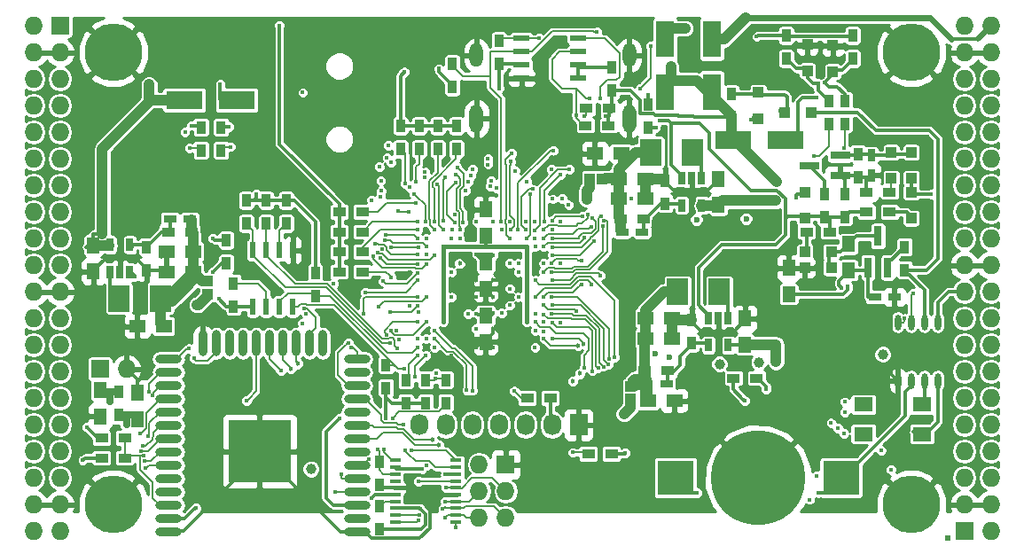
<source format=gbl>
G04 #@! TF.FileFunction,Copper,L4,Bot,Signal*
%FSLAX46Y46*%
G04 Gerber Fmt 4.6, Leading zero omitted, Abs format (unit mm)*
G04 Created by KiCad (PCBNEW 4.0.7+dfsg1-1) date Fri Nov 10 03:09:52 2017*
%MOMM*%
%LPD*%
G01*
G04 APERTURE LIST*
%ADD10C,0.100000*%
%ADD11R,0.500000X0.500000*%
%ADD12R,0.900000X1.200000*%
%ADD13R,1.000000X1.000000*%
%ADD14O,2.500000X0.900000*%
%ADD15O,0.900000X2.500000*%
%ADD16R,6.000000X6.000000*%
%ADD17R,1.800000X3.500000*%
%ADD18R,2.000000X2.500000*%
%ADD19R,0.700000X1.200000*%
%ADD20R,1.250000X1.500000*%
%ADD21R,1.500000X1.250000*%
%ADD22O,0.609600X1.473200*%
%ADD23R,0.800000X1.900000*%
%ADD24R,1.900000X0.800000*%
%ADD25R,1.200000X0.750000*%
%ADD26R,0.750000X1.200000*%
%ADD27R,1.200000X0.900000*%
%ADD28R,0.600000X1.550000*%
%ADD29R,1.550000X0.600000*%
%ADD30R,1.727200X1.727200*%
%ADD31O,1.727200X1.727200*%
%ADD32C,5.500000*%
%ADD33R,1.000000X0.400000*%
%ADD34R,1.727200X2.032000*%
%ADD35O,1.727200X2.032000*%
%ADD36O,1.300000X2.700000*%
%ADD37O,1.300000X2.300000*%
%ADD38R,1.800000X1.400000*%
%ADD39R,3.500000X1.800000*%
%ADD40R,3.500000X3.300000*%
%ADD41C,9.000000*%
%ADD42C,0.400000*%
%ADD43C,0.600000*%
%ADD44C,1.000000*%
%ADD45C,0.454000*%
%ADD46C,0.700000*%
%ADD47C,0.300000*%
%ADD48C,1.000000*%
%ADD49C,0.190000*%
%ADD50C,0.600000*%
%ADD51C,0.500000*%
%ADD52C,0.700000*%
%ADD53C,0.400000*%
%ADD54C,1.500000*%
%ADD55C,1.200000*%
%ADD56C,0.254000*%
G04 APERTURE END LIST*
D10*
D11*
X182675150Y-111637626D03*
D12*
X103498000Y-99858000D03*
X103498000Y-97658000D03*
D13*
X152393000Y-97142000D03*
X152393000Y-98342000D03*
D14*
X126260434Y-111030338D03*
X126260434Y-109760338D03*
X126260434Y-108490338D03*
X126260434Y-107220338D03*
X126260434Y-105950338D03*
X126260434Y-104680338D03*
X126260434Y-103410338D03*
X126260434Y-102140338D03*
X126260434Y-100870338D03*
X126260434Y-99600338D03*
X126260434Y-98330338D03*
X126260434Y-97060338D03*
X126260434Y-95790338D03*
X126260434Y-94520338D03*
D15*
X122975434Y-93030338D03*
X121705434Y-93030338D03*
X120435434Y-93030338D03*
X119165434Y-93030338D03*
X117895434Y-93030338D03*
X116625434Y-93030338D03*
X115355434Y-93030338D03*
X114085434Y-93030338D03*
X112815434Y-93030338D03*
X111545434Y-93030338D03*
D14*
X108260434Y-94520338D03*
X108260434Y-95790338D03*
X108260434Y-97060338D03*
X108260434Y-98330338D03*
X108260434Y-99600338D03*
X108260434Y-100870338D03*
X108260434Y-102140338D03*
X108260434Y-103410338D03*
X108260434Y-104680338D03*
X108260434Y-105950338D03*
X108260434Y-107220338D03*
X108260434Y-108490338D03*
X108260434Y-109760338D03*
X108260434Y-111030338D03*
D16*
X116960434Y-103330338D03*
D17*
X155695000Y-69000000D03*
X155695000Y-64000000D03*
D12*
X154044000Y-72426000D03*
X154044000Y-70226000D03*
D18*
X160870000Y-88090000D03*
X156870000Y-88090000D03*
D19*
X159825000Y-90600000D03*
X160775000Y-90600000D03*
X161725000Y-90600000D03*
X161725000Y-93200000D03*
X159825000Y-93200000D03*
D18*
X158330000Y-74755000D03*
X154330000Y-74755000D03*
D19*
X157285000Y-77235000D03*
X158235000Y-77235000D03*
X159185000Y-77235000D03*
X159185000Y-79835000D03*
X157285000Y-79835000D03*
D18*
X103530000Y-88725000D03*
X107530000Y-88725000D03*
D19*
X104575000Y-86215000D03*
X103625000Y-86215000D03*
X102675000Y-86215000D03*
X102675000Y-83615000D03*
X104575000Y-83615000D03*
D20*
X101085000Y-83665000D03*
X101085000Y-86165000D03*
D21*
X153810000Y-90630000D03*
X156310000Y-90630000D03*
X153810000Y-92535000D03*
X156310000Y-92535000D03*
D20*
X163315000Y-93150000D03*
X163315000Y-90650000D03*
D21*
X151270000Y-79200000D03*
X153770000Y-79200000D03*
X151270000Y-77295000D03*
X153770000Y-77295000D03*
D20*
X160775000Y-79815000D03*
X160775000Y-77315000D03*
D21*
X110590000Y-84280000D03*
X108090000Y-84280000D03*
X110590000Y-86185000D03*
X108090000Y-86185000D03*
D22*
X181730000Y-96599000D03*
X180460000Y-96599000D03*
X179190000Y-96599000D03*
X177920000Y-96599000D03*
X177920000Y-91011000D03*
X179190000Y-91011000D03*
X180460000Y-91011000D03*
X181730000Y-91011000D03*
D20*
X173221000Y-86038000D03*
X173221000Y-83538000D03*
D23*
X176965000Y-85780000D03*
X175065000Y-85780000D03*
X176015000Y-82780000D03*
D24*
X172435000Y-75075000D03*
X172435000Y-76975000D03*
X169435000Y-76025000D03*
D25*
X153910000Y-96910000D03*
X155810000Y-96910000D03*
X151570000Y-82375000D03*
X153470000Y-82375000D03*
X110290000Y-81105000D03*
X108390000Y-81105000D03*
D26*
X175380000Y-75075000D03*
X175380000Y-76975000D03*
D27*
X169200000Y-82375000D03*
X171400000Y-82375000D03*
D12*
X172840000Y-80935000D03*
X172840000Y-78735000D03*
D27*
X177115000Y-80470000D03*
X174915000Y-80470000D03*
D12*
X174110000Y-74925000D03*
X174110000Y-77125000D03*
X178555000Y-83815000D03*
X178555000Y-86015000D03*
X113785000Y-83180000D03*
X113785000Y-85380000D03*
X170935000Y-80935000D03*
X170935000Y-78735000D03*
X128390000Y-108580000D03*
X128390000Y-110780000D03*
D27*
X150572000Y-103584000D03*
X148372000Y-103584000D03*
X177115000Y-78565000D03*
X174915000Y-78565000D03*
X153760000Y-95640000D03*
X155960000Y-95640000D03*
X110440000Y-82375000D03*
X108240000Y-82375000D03*
X151420000Y-81105000D03*
X153620000Y-81105000D03*
D12*
X158235000Y-90800000D03*
X158235000Y-93000000D03*
X106165000Y-86015000D03*
X106165000Y-83815000D03*
X155695000Y-77465000D03*
X155695000Y-79665000D03*
D27*
X126782000Y-86185000D03*
X124582000Y-86185000D03*
X126782000Y-84279000D03*
X124582000Y-84279000D03*
X126782000Y-82375000D03*
X124582000Y-82375000D03*
X126782000Y-80470000D03*
X124582000Y-80470000D03*
D12*
X130422000Y-74458000D03*
X130422000Y-72258000D03*
X132200000Y-74458000D03*
X132200000Y-72258000D03*
X133978000Y-74458000D03*
X133978000Y-72258000D03*
X135756000Y-74458000D03*
X135756000Y-72258000D03*
D28*
X116325000Y-84120000D03*
X117595000Y-84120000D03*
X118865000Y-84120000D03*
X120135000Y-84120000D03*
X120135000Y-89520000D03*
X118865000Y-89520000D03*
X117595000Y-89520000D03*
X116325000Y-89520000D03*
D25*
X175700000Y-88598000D03*
X177600000Y-88598000D03*
D29*
X141980000Y-67705000D03*
X141980000Y-66435000D03*
X141980000Y-65165000D03*
X141980000Y-63895000D03*
X147380000Y-63895000D03*
X147380000Y-65165000D03*
X147380000Y-66435000D03*
X147380000Y-67705000D03*
D30*
X97910000Y-62690000D03*
D31*
X95370000Y-62690000D03*
X97910000Y-65230000D03*
X95370000Y-65230000D03*
X97910000Y-67770000D03*
X95370000Y-67770000D03*
X97910000Y-70310000D03*
X95370000Y-70310000D03*
X97910000Y-72850000D03*
X95370000Y-72850000D03*
X97910000Y-75390000D03*
X95370000Y-75390000D03*
X97910000Y-77930000D03*
X95370000Y-77930000D03*
X97910000Y-80470000D03*
X95370000Y-80470000D03*
X97910000Y-83010000D03*
X95370000Y-83010000D03*
X97910000Y-85550000D03*
X95370000Y-85550000D03*
X97910000Y-88090000D03*
X95370000Y-88090000D03*
X97910000Y-90630000D03*
X95370000Y-90630000D03*
X97910000Y-93170000D03*
X95370000Y-93170000D03*
X97910000Y-95710000D03*
X95370000Y-95710000D03*
X97910000Y-98250000D03*
X95370000Y-98250000D03*
X97910000Y-100790000D03*
X95370000Y-100790000D03*
X97910000Y-103330000D03*
X95370000Y-103330000D03*
X97910000Y-105870000D03*
X95370000Y-105870000D03*
X97910000Y-108410000D03*
X95370000Y-108410000D03*
X97910000Y-110950000D03*
X95370000Y-110950000D03*
D30*
X184270000Y-110950000D03*
D31*
X186810000Y-110950000D03*
X184270000Y-108410000D03*
X186810000Y-108410000D03*
X184270000Y-105870000D03*
X186810000Y-105870000D03*
X184270000Y-103330000D03*
X186810000Y-103330000D03*
X184270000Y-100790000D03*
X186810000Y-100790000D03*
X184270000Y-98250000D03*
X186810000Y-98250000D03*
X184270000Y-95710000D03*
X186810000Y-95710000D03*
X184270000Y-93170000D03*
X186810000Y-93170000D03*
X184270000Y-90630000D03*
X186810000Y-90630000D03*
X184270000Y-88090000D03*
X186810000Y-88090000D03*
X184270000Y-85550000D03*
X186810000Y-85550000D03*
X184270000Y-83010000D03*
X186810000Y-83010000D03*
X184270000Y-80470000D03*
X186810000Y-80470000D03*
X184270000Y-77930000D03*
X186810000Y-77930000D03*
X184270000Y-75390000D03*
X186810000Y-75390000D03*
X184270000Y-72850000D03*
X186810000Y-72850000D03*
X184270000Y-70310000D03*
X186810000Y-70310000D03*
X184270000Y-67770000D03*
X186810000Y-67770000D03*
X184270000Y-65230000D03*
X186810000Y-65230000D03*
X184270000Y-62690000D03*
X186810000Y-62690000D03*
D32*
X102990000Y-108410000D03*
X179190000Y-108410000D03*
X179190000Y-65230000D03*
X102990000Y-65230000D03*
D12*
X162045000Y-71410000D03*
X162045000Y-69210000D03*
X139820000Y-66330000D03*
X139820000Y-64130000D03*
X135375000Y-68532000D03*
X135375000Y-66332000D03*
X150615000Y-68870000D03*
X150615000Y-66670000D03*
D27*
X150275000Y-72215000D03*
X148075000Y-72215000D03*
X150380000Y-70600000D03*
X148180000Y-70600000D03*
D33*
X135735000Y-104215000D03*
X135735000Y-104865000D03*
X135735000Y-105515000D03*
X135735000Y-106165000D03*
X135735000Y-106815000D03*
X135735000Y-107465000D03*
X135735000Y-108115000D03*
X135735000Y-108765000D03*
X135735000Y-109415000D03*
X135735000Y-110065000D03*
X129935000Y-110065000D03*
X129935000Y-109415000D03*
X129935000Y-108765000D03*
X129935000Y-108115000D03*
X129935000Y-107465000D03*
X129935000Y-106815000D03*
X129935000Y-106165000D03*
X129935000Y-105515000D03*
X129935000Y-104865000D03*
X129935000Y-104215000D03*
D12*
X119500000Y-79370000D03*
X119500000Y-81570000D03*
X114480000Y-89500000D03*
X114480000Y-87300000D03*
X129025000Y-97275000D03*
X129025000Y-95075000D03*
X117595000Y-79370000D03*
X117595000Y-81570000D03*
X122280000Y-86300000D03*
X122280000Y-88500000D03*
X115690000Y-79370000D03*
X115690000Y-81570000D03*
D27*
X144730000Y-98250000D03*
X142530000Y-98250000D03*
D12*
X132835000Y-98715000D03*
X132835000Y-96515000D03*
X130930000Y-98715000D03*
X130930000Y-96515000D03*
D27*
X101890000Y-103965000D03*
X104090000Y-103965000D03*
D30*
X101720000Y-95456000D03*
D31*
X104260000Y-95456000D03*
D27*
X104090000Y-102060000D03*
X101890000Y-102060000D03*
D20*
X167506000Y-88324000D03*
X167506000Y-85824000D03*
D27*
X164415000Y-96345000D03*
X162215000Y-96345000D03*
D12*
X167252000Y-65822000D03*
X167252000Y-63622000D03*
D30*
X140455000Y-104600000D03*
D31*
X137915000Y-104600000D03*
X140455000Y-107140000D03*
X137915000Y-107140000D03*
X140455000Y-109680000D03*
X137915000Y-109680000D03*
D20*
X138550000Y-90396000D03*
X138550000Y-92896000D03*
X138550000Y-82736000D03*
X138550000Y-80236000D03*
X138550000Y-85316000D03*
X138550000Y-87816000D03*
X101720000Y-97508000D03*
X101720000Y-100008000D03*
D12*
X113277000Y-74585000D03*
X113277000Y-72385000D03*
X111372000Y-74585000D03*
X111372000Y-72385000D03*
X172840000Y-72045000D03*
X172840000Y-69845000D03*
X171316000Y-72045000D03*
X171316000Y-69845000D03*
D34*
X147440000Y-100790000D03*
D35*
X144900000Y-100790000D03*
X142360000Y-100790000D03*
X139820000Y-100790000D03*
X137280000Y-100790000D03*
X134740000Y-100790000D03*
X132200000Y-100790000D03*
D36*
X152280000Y-71550000D03*
X137680000Y-71550000D03*
D37*
X137680000Y-65500000D03*
X152280000Y-65500000D03*
D38*
X180212000Y-98882000D03*
X174612000Y-98882000D03*
X174612000Y-101682000D03*
X180212000Y-101682000D03*
D20*
X105276000Y-100262000D03*
X105276000Y-97762000D03*
D39*
X109761000Y-69802000D03*
X114761000Y-69802000D03*
X167212000Y-73612000D03*
X162212000Y-73612000D03*
D17*
X160140000Y-64000000D03*
X160140000Y-69000000D03*
D21*
X154064000Y-98504000D03*
X156564000Y-98504000D03*
X107796000Y-91392000D03*
X105296000Y-91392000D03*
X151484000Y-74882000D03*
X148984000Y-74882000D03*
D12*
X173602000Y-65822000D03*
X173602000Y-63622000D03*
X134740000Y-96515000D03*
X134740000Y-98715000D03*
D40*
X172485000Y-105870000D03*
X156685000Y-105870000D03*
D41*
X164585000Y-105870000D03*
D13*
X169284000Y-66988000D03*
X169284000Y-64488000D03*
X171697000Y-67081000D03*
X171697000Y-64581000D03*
X169050000Y-84280000D03*
X171550000Y-84280000D03*
X179190000Y-81085000D03*
X179190000Y-78585000D03*
X169030000Y-81085000D03*
X169030000Y-78585000D03*
X171550000Y-85804000D03*
X169050000Y-85804000D03*
X179190000Y-77275000D03*
X179190000Y-74775000D03*
X177285000Y-74775000D03*
X177285000Y-77275000D03*
X167145000Y-70945000D03*
X169645000Y-70945000D03*
X164585000Y-69060000D03*
X164585000Y-71560000D03*
X112007000Y-87109000D03*
X112007000Y-88309000D03*
X149691000Y-77295000D03*
X148491000Y-77295000D03*
D12*
X128390000Y-106546000D03*
X128390000Y-104346000D03*
D42*
X170309539Y-85441529D03*
X145698456Y-91073766D03*
D43*
X156262773Y-81349374D03*
X154657528Y-81463649D03*
D44*
X158233687Y-94760979D03*
D42*
X145672808Y-85396062D03*
X144103186Y-84622010D03*
X133216000Y-107465000D03*
X137680000Y-88600000D03*
X142480000Y-95000000D03*
X141680000Y-92600000D03*
X140836000Y-84534000D03*
X135284627Y-94985297D03*
X135288625Y-94225619D03*
X134455822Y-94267172D03*
X131280000Y-89450837D03*
X120770000Y-72215000D03*
X136095958Y-93369652D03*
D45*
X139264636Y-91615205D03*
D44*
X116880503Y-64802940D03*
X106974809Y-64953974D03*
X175210328Y-64948943D03*
X165417246Y-64954666D03*
D42*
X175495631Y-71457432D03*
X132880424Y-84561218D03*
X135567436Y-80702302D03*
X132810347Y-82177990D03*
X145680000Y-94177990D03*
X177285000Y-95710000D03*
D44*
X177229911Y-82281349D03*
D43*
X164741832Y-81130572D03*
X161067993Y-81216119D03*
D44*
X162992748Y-94820185D03*
D42*
X131254529Y-86251357D03*
X140880000Y-81400000D03*
X136085174Y-89394826D03*
X145680000Y-81400000D03*
X140874194Y-91433353D03*
X142480000Y-94200000D03*
X140880000Y-93400000D03*
X139280000Y-93400000D03*
X137680000Y-93400000D03*
X136880000Y-92600000D03*
X135280000Y-92600000D03*
X132880000Y-91800000D03*
X132880000Y-93400000D03*
D45*
X141042859Y-86994997D03*
X139280000Y-87000000D03*
X136110990Y-86995403D03*
X137680000Y-87000000D03*
X136080000Y-84600000D03*
X139280000Y-88600000D03*
D42*
X172564535Y-87722010D03*
D44*
X121861867Y-105030174D03*
D42*
X150030853Y-71331848D03*
X127656639Y-107816792D03*
D44*
X156235582Y-66548363D03*
X166321614Y-77572282D03*
X166248957Y-79408030D03*
X101932065Y-82585048D03*
X106417803Y-68312483D03*
X166280000Y-94800000D03*
X157600000Y-62944000D03*
X160884708Y-94994498D03*
D43*
X156077107Y-94326957D03*
X154726292Y-94009946D03*
D42*
X173137949Y-87594275D03*
D44*
X148202454Y-79278787D03*
D46*
X102710050Y-98594954D03*
D42*
X110855283Y-108726380D03*
X148160764Y-77980787D03*
X154794000Y-72426000D03*
X129005202Y-100174798D03*
X137659051Y-91638034D03*
X139820000Y-68665673D03*
X172834633Y-99599920D03*
X172879922Y-98618650D03*
X176305593Y-103279812D03*
X165349214Y-97422919D03*
X164433885Y-63737451D03*
X134079160Y-66786153D03*
X109828000Y-72830000D03*
X116654336Y-78777990D03*
D44*
X176474303Y-94069095D03*
D43*
X163422030Y-81120665D03*
X158680000Y-81210838D03*
D42*
X112515000Y-83010000D03*
X181065000Y-78785000D03*
X100080000Y-104200000D03*
X113080000Y-88800000D03*
D44*
X164653770Y-94825547D03*
D42*
X135273306Y-88618602D03*
X139272517Y-84611349D03*
X137680556Y-84534085D03*
X141680000Y-86200000D03*
X135280000Y-86200000D03*
X132880000Y-92600000D03*
X132080000Y-92600000D03*
X141680000Y-88600000D03*
X141680000Y-85400000D03*
D44*
X151758000Y-99774000D03*
D42*
X136885174Y-90194826D03*
X140094890Y-90122990D03*
X139280000Y-90122990D03*
X140880000Y-89400000D03*
X137680000Y-90172990D03*
X140880000Y-87800000D03*
X140880000Y-85400000D03*
D45*
X136080000Y-85400000D03*
D42*
X130022680Y-91834237D03*
X121369010Y-90164222D03*
X130279644Y-92674772D03*
X121041200Y-91125073D03*
D44*
X110991000Y-89360000D03*
D42*
X142480000Y-91000000D03*
X142480000Y-83800000D03*
X134480000Y-83800000D03*
X134480000Y-91000000D03*
X121086654Y-69078528D03*
X105037711Y-86632990D03*
X155149360Y-71764535D03*
X170182962Y-69571012D03*
X170362901Y-107286196D03*
X158716651Y-107325176D03*
X137295592Y-97538017D03*
X134750646Y-106810513D03*
X133680000Y-91800000D03*
D45*
X134074414Y-102752225D03*
D42*
X136740903Y-97514503D03*
X134675868Y-108131585D03*
D45*
X133449289Y-102232615D03*
D42*
X133680000Y-92600000D03*
X133685482Y-93402296D03*
X127358154Y-104128048D03*
X132936956Y-104698915D03*
X134463998Y-108841973D03*
X130692380Y-100790000D03*
X131808905Y-96227367D03*
X134636872Y-109719950D03*
X132846234Y-94197073D03*
X118858690Y-62658970D03*
X130761990Y-67119621D03*
X147186000Y-71200000D03*
X148477832Y-69619684D03*
X147983153Y-71347080D03*
X149475951Y-69619684D03*
X178558190Y-90656032D03*
X154329326Y-64643767D03*
X152497066Y-79193467D03*
X146481406Y-79819384D03*
X153322343Y-68673419D03*
X143650666Y-63862520D03*
X179375977Y-88226957D03*
X149183754Y-63257114D03*
X140035989Y-81400000D03*
X115729998Y-98493136D03*
X128776655Y-87110882D03*
X132077895Y-86272150D03*
X119008515Y-95662939D03*
D45*
X119978162Y-95412951D03*
X120634035Y-94977604D03*
D42*
X113212238Y-68244401D03*
X144962492Y-79235378D03*
X145834002Y-79198109D03*
X131453853Y-103260518D03*
X149771692Y-81825658D03*
X144080000Y-86200000D03*
X149520824Y-86534121D03*
X144894316Y-86977564D03*
X149549750Y-80868432D03*
X144917291Y-83835368D03*
D45*
X147355672Y-93219294D03*
D42*
X144113248Y-92588762D03*
X144875155Y-86218896D03*
X149846468Y-81303978D03*
X148719886Y-81056015D03*
X144916886Y-82991358D03*
D45*
X147915304Y-93063131D03*
D42*
X144882352Y-92577990D03*
X148747982Y-95669626D03*
X144891634Y-91073766D03*
X149795895Y-95251084D03*
X144867244Y-90229755D03*
X150278898Y-95040253D03*
X144892596Y-89385743D03*
X150345974Y-94517527D03*
X144877648Y-88622010D03*
X150889207Y-94332565D03*
X143280000Y-87000000D03*
X130807074Y-95454141D03*
X130141886Y-93532031D03*
X132080000Y-93400000D03*
X129438090Y-93014450D03*
X133852393Y-95875797D03*
X141280000Y-97600000D03*
X133762848Y-96395146D03*
X132080000Y-94200000D03*
X105895603Y-103765816D03*
X128669601Y-84020243D03*
X132080000Y-89450837D03*
X130839486Y-103260518D03*
X129459184Y-90039192D03*
X128806823Y-103185900D03*
X132162861Y-106185868D03*
X128321313Y-89539949D03*
X132880000Y-88600000D03*
X127040053Y-88166906D03*
X124741825Y-105494691D03*
X132080000Y-87000000D03*
X125740979Y-93452427D03*
X124202418Y-107207639D03*
X110313517Y-74380698D03*
X132146108Y-109940263D03*
X114166000Y-74247000D03*
X132189000Y-109415000D03*
X135694981Y-77648547D03*
X135567436Y-81489225D03*
X134702010Y-77200000D03*
X134471354Y-81347908D03*
X132761172Y-77202673D03*
X132737245Y-76676207D03*
X128545566Y-77476577D03*
X127643658Y-79355564D03*
X110718734Y-94451783D03*
X128515897Y-78994176D03*
X110249038Y-93533767D03*
X128569727Y-78469921D03*
X131253134Y-78134216D03*
X106368514Y-97662752D03*
X106741168Y-98035405D03*
X131709326Y-78745875D03*
X132783332Y-81399993D03*
X105572759Y-101661319D03*
X129016746Y-82660638D03*
X132084821Y-83022010D03*
X106281049Y-101893466D03*
X128948848Y-83183258D03*
X132886504Y-83777990D03*
X105813763Y-102819336D03*
X129513931Y-83860979D03*
X132117443Y-83866021D03*
X105627254Y-103312241D03*
X127966259Y-83515785D03*
X132079996Y-84503337D03*
X105992720Y-104283802D03*
X128261987Y-84383463D03*
X133671942Y-84595200D03*
X106088753Y-104974041D03*
X127824162Y-84676807D03*
X132875802Y-85428138D03*
D45*
X146862501Y-96617499D03*
X147534467Y-95913260D03*
D42*
X147927932Y-95329243D03*
X143280000Y-91000000D03*
X149284391Y-95377990D03*
X144077013Y-90266968D03*
X147207648Y-89973043D03*
X144076240Y-89395301D03*
X143281824Y-90201951D03*
X144102010Y-85397219D03*
X147687522Y-85093328D03*
X144868096Y-85371354D03*
X148610669Y-81900026D03*
X144102010Y-83000000D03*
X144888125Y-82147347D03*
X147695541Y-87377990D03*
X144082832Y-88584510D03*
X148688598Y-87378077D03*
X143278026Y-88595030D03*
X148298275Y-80739810D03*
X144102010Y-82185600D03*
X147802234Y-80917812D03*
X144880004Y-81303335D03*
X139280000Y-81400000D03*
X139578623Y-78205862D03*
X138968064Y-78040948D03*
X139046556Y-77517650D03*
X138775679Y-75942989D03*
X138779198Y-75400762D03*
X137680000Y-81400000D03*
X137308732Y-76415018D03*
X137106948Y-76979922D03*
X136856003Y-77562978D03*
X136634118Y-78451672D03*
X135830698Y-76200613D03*
X136411444Y-81497309D03*
X148878722Y-83261032D03*
X144915665Y-84598743D03*
X148001372Y-82958777D03*
X144103186Y-83777990D03*
X142841210Y-78784254D03*
X142473549Y-82998913D03*
X143057990Y-78303891D03*
X142396423Y-82191394D03*
X145713979Y-76895375D03*
X144146021Y-81374784D03*
X144860423Y-76406173D03*
X146557990Y-76430564D03*
X143257990Y-82207154D03*
X143257990Y-81379632D03*
X145017056Y-74611129D03*
X141657990Y-82130345D03*
X142413979Y-81382236D03*
X140080000Y-82200000D03*
X141342967Y-76554996D03*
X141046643Y-74873804D03*
X140864029Y-83041403D03*
X140980062Y-75681941D03*
X140924011Y-82179283D03*
X129542604Y-86703515D03*
X132880000Y-83022010D03*
X132080000Y-82177990D03*
X132080000Y-81400000D03*
X131847310Y-79589886D03*
X130856828Y-77786820D03*
X131923295Y-77584853D03*
X133654358Y-82177990D03*
X133627343Y-81396408D03*
X129493635Y-91853281D03*
X132880000Y-91000000D03*
X129092715Y-92195341D03*
X132077648Y-90977990D03*
X130196821Y-80377733D03*
X131180000Y-80500000D03*
X128489708Y-84867377D03*
X132079620Y-85428138D03*
X163908850Y-71651861D03*
X134501414Y-82177578D03*
X133922194Y-77854836D03*
X135656559Y-110610712D03*
X132448438Y-104994496D03*
X146844288Y-103452739D03*
X134707351Y-105508447D03*
X132280000Y-108800000D03*
D46*
X104260000Y-100790000D03*
D42*
X112515000Y-86185000D03*
X169506589Y-107953726D03*
X163277422Y-98501717D03*
X170157734Y-105666345D03*
X169895346Y-75092988D03*
X143257990Y-83000000D03*
X168166438Y-79108038D03*
X151896383Y-103510715D03*
X114039000Y-72342000D03*
X110483000Y-72215000D03*
X143269694Y-93414905D03*
X177274002Y-105079115D03*
X172761273Y-101651681D03*
X143280000Y-91800000D03*
X172193360Y-101105663D03*
X144064831Y-91877646D03*
X171540304Y-100645743D03*
X144080000Y-91000000D03*
X154044000Y-69294000D03*
X128386755Y-76157168D03*
X135280000Y-83022010D03*
X129493343Y-75737814D03*
X136080000Y-83000000D03*
X129125079Y-75315804D03*
X135345425Y-82176814D03*
X135725421Y-76909376D03*
X129252218Y-74142461D03*
X136080000Y-82200000D03*
X172746637Y-74347988D03*
X143280000Y-83800000D03*
X142480000Y-77600000D03*
X170300000Y-68151000D03*
X170950000Y-68125562D03*
X125423968Y-92992129D03*
X121206217Y-89662983D03*
X132156079Y-90030946D03*
X182675150Y-111637626D03*
X124027706Y-87347706D03*
X124027707Y-87347707D03*
X166678914Y-70803555D03*
X129660000Y-100155000D03*
X124580000Y-100155000D03*
X126880000Y-90200000D03*
X128280000Y-103200000D03*
X132080000Y-88600000D03*
X100450000Y-101044000D03*
D47*
X167506000Y-85824000D02*
X169927068Y-85824000D01*
X169927068Y-85824000D02*
X170109540Y-85641528D01*
X170109540Y-85641528D02*
X170309539Y-85441529D01*
X104260000Y-95456000D02*
X105276000Y-96472000D01*
X105276000Y-96472000D02*
X105276000Y-97762000D01*
X132254999Y-111657001D02*
X133216000Y-110696000D01*
X133216000Y-110696000D02*
X133216000Y-107465000D01*
X126260434Y-111030338D02*
X127060434Y-111030338D01*
X127060434Y-111030338D02*
X127687097Y-111657001D01*
X127687097Y-111657001D02*
X132254999Y-111657001D01*
X133216000Y-107465000D02*
X132214478Y-107465000D01*
X135735000Y-107465000D02*
X133216000Y-107465000D01*
X132214478Y-107465000D02*
X131572496Y-106823018D01*
X131572496Y-106823018D02*
X129919874Y-106823018D01*
X108260434Y-111030338D02*
X109060434Y-111030338D01*
X109060434Y-111030338D02*
X109140772Y-110950000D01*
X109140772Y-110950000D02*
X109693431Y-110950000D01*
X109693431Y-110950000D02*
X116960434Y-103682997D01*
X116960434Y-103682997D02*
X116960434Y-103330338D01*
X126260434Y-111030338D02*
X124660659Y-111030338D01*
X124660659Y-111030338D02*
X116960659Y-103330338D01*
X116960659Y-103330338D02*
X116960434Y-103330338D01*
X129935000Y-106815000D02*
X128659000Y-106815000D01*
X128659000Y-106815000D02*
X128390000Y-106546000D01*
X128390000Y-106546000D02*
X128558000Y-106546000D01*
X136126306Y-93400000D02*
X136095958Y-93369652D01*
X136880000Y-92600000D02*
X136110348Y-93369652D01*
X136049652Y-93369652D02*
X136095958Y-93369652D01*
X137680000Y-93400000D02*
X136126306Y-93400000D01*
X135280000Y-92600000D02*
X136049652Y-93369652D01*
X136110348Y-93369652D02*
X136095958Y-93369652D01*
X139264636Y-92054364D02*
X139264636Y-91936231D01*
X139264636Y-91936231D02*
X139264636Y-91615205D01*
X138550000Y-92769000D02*
X139264636Y-92054364D01*
X136880000Y-92600000D02*
X137680000Y-93400000D01*
X136880000Y-92600000D02*
X138381000Y-92600000D01*
X138381000Y-92600000D02*
X138550000Y-92769000D01*
X135280000Y-92600000D02*
X136880000Y-92600000D01*
X138550000Y-92769000D02*
X138649000Y-92769000D01*
X138649000Y-92769000D02*
X139280000Y-93400000D01*
X138550000Y-92769000D02*
X138311000Y-92769000D01*
X138311000Y-92769000D02*
X137680000Y-93400000D01*
X175042385Y-64781000D02*
X175210328Y-64948943D01*
X171697000Y-64781000D02*
X175042385Y-64781000D01*
X165683912Y-64688000D02*
X165417246Y-64954666D01*
X169284000Y-64688000D02*
X165683912Y-64688000D01*
X169284000Y-64688000D02*
X171604000Y-64688000D01*
X171604000Y-64688000D02*
X171697000Y-64781000D01*
X177285000Y-95710000D02*
X177285000Y-95964000D01*
X177285000Y-95964000D02*
X177920000Y-96599000D01*
X102210000Y-84915000D02*
X103625000Y-84915000D01*
X103625000Y-84915000D02*
X105215000Y-84915000D01*
X103625000Y-86215000D02*
X103625000Y-84915000D01*
X105215000Y-84915000D02*
X106165000Y-85865000D01*
X106165000Y-85865000D02*
X106165000Y-86015000D01*
X101085000Y-86165000D02*
X101085000Y-86040000D01*
X101085000Y-86040000D02*
X102210000Y-84915000D01*
X106165000Y-86015000D02*
X107920000Y-86015000D01*
X107920000Y-86015000D02*
X108090000Y-86185000D01*
D48*
X153770000Y-77295000D02*
X155525000Y-77295000D01*
D47*
X155525000Y-77295000D02*
X155695000Y-77465000D01*
D48*
X153770000Y-79200000D02*
X153770000Y-77295000D01*
D47*
X174110000Y-77125000D02*
X174745000Y-77125000D01*
X174745000Y-77125000D02*
X175230000Y-77125000D01*
X174915000Y-78565000D02*
X174915000Y-77295000D01*
X174915000Y-77295000D02*
X174745000Y-77125000D01*
X172840000Y-78735000D02*
X172840000Y-77380000D01*
X172840000Y-77380000D02*
X172435000Y-76975000D01*
X175230000Y-77125000D02*
X175380000Y-76975000D01*
X172435000Y-76975000D02*
X173960000Y-76975000D01*
X173960000Y-76975000D02*
X174110000Y-77125000D01*
X137680000Y-86200000D02*
X137680000Y-86600000D01*
X136080000Y-84600000D02*
X137680000Y-86200000D01*
X159850000Y-78365000D02*
X158235000Y-78365000D01*
X158235000Y-78365000D02*
X156445000Y-78365000D01*
X158235000Y-77235000D02*
X158235000Y-78365000D01*
X160775000Y-77315000D02*
X160775000Y-77440000D01*
X160775000Y-77440000D02*
X159850000Y-78365000D01*
X156445000Y-78365000D02*
X155695000Y-77615000D01*
X155695000Y-77615000D02*
X155695000Y-77465000D01*
D48*
X156310000Y-90630000D02*
X156310000Y-92535000D01*
X158235000Y-90800000D02*
X156480000Y-90800000D01*
D47*
X156480000Y-90800000D02*
X156310000Y-90630000D01*
X163315000Y-90650000D02*
X163315000Y-90834602D01*
X163315000Y-90834602D02*
X162249602Y-91900000D01*
X162249602Y-91900000D02*
X160775000Y-91900000D01*
X101085000Y-86165000D02*
X101085000Y-85929893D01*
X106165000Y-85944374D02*
X106165000Y-86015000D01*
X159185000Y-91900000D02*
X160775000Y-91900000D01*
X160775000Y-90600000D02*
X160775000Y-91900000D01*
X158235000Y-90800000D02*
X158235000Y-90950000D01*
X158235000Y-90950000D02*
X159185000Y-91900000D01*
X108090000Y-84280000D02*
X108090000Y-86185000D01*
X107625000Y-84745000D02*
X108090000Y-84280000D01*
X108070000Y-84260000D02*
X108090000Y-84280000D01*
X141037856Y-87000000D02*
X141042859Y-86994997D01*
X139280000Y-87000000D02*
X141037856Y-87000000D01*
X136432016Y-86995403D02*
X136110990Y-86995403D01*
X137284597Y-86995403D02*
X136432016Y-86995403D01*
X137680000Y-86600000D02*
X137284597Y-86995403D01*
X137680000Y-86600000D02*
X137680000Y-87000000D01*
D49*
X138029000Y-66332000D02*
X138115000Y-66246000D01*
D47*
X172296000Y-87453475D02*
X172364536Y-87522011D01*
X172364536Y-87522011D02*
X172564535Y-87722010D01*
X172296000Y-87088000D02*
X172296000Y-87453475D01*
X173221000Y-86038000D02*
X173221000Y-86163000D01*
X173221000Y-86163000D02*
X172296000Y-87088000D01*
X162045000Y-71410000D02*
X158501963Y-71410000D01*
X158501963Y-71410000D02*
X158407951Y-71315988D01*
X158407951Y-71315988D02*
X156965000Y-71315988D01*
X156965000Y-71315988D02*
X156924522Y-71275510D01*
X156924522Y-71275510D02*
X154741030Y-71275510D01*
X153316999Y-71047601D02*
X153316999Y-69786999D01*
X154741030Y-71275510D02*
X154568521Y-71103001D01*
X154568521Y-71103001D02*
X153372399Y-71103001D01*
X153372399Y-71103001D02*
X153316999Y-71047601D01*
X152400000Y-68870000D02*
X151365000Y-68870000D01*
X153316999Y-69786999D02*
X152400000Y-68870000D01*
X151365000Y-68870000D02*
X150615000Y-68870000D01*
X150275000Y-71465000D02*
X150380000Y-71360000D01*
X150380000Y-71360000D02*
X150380000Y-70600000D01*
X150615000Y-70935000D02*
X150615000Y-69995990D01*
X150615000Y-69995990D02*
X150615000Y-68870000D01*
X150313695Y-71331848D02*
X150030853Y-71331848D01*
X150141848Y-71331848D02*
X150030853Y-71331848D01*
X150275000Y-71465000D02*
X150141848Y-71331848D01*
X150275000Y-72215000D02*
X150275000Y-71465000D01*
X128008431Y-107465000D02*
X127856638Y-107616793D01*
X127856638Y-107616793D02*
X127656639Y-107816792D01*
X129935000Y-107465000D02*
X128008431Y-107465000D01*
X160140000Y-69000000D02*
X160140000Y-69850000D01*
X160140000Y-69850000D02*
X161700000Y-71410000D01*
D48*
X156235582Y-67716832D02*
X156235582Y-66548363D01*
X158681338Y-67896338D02*
X156415088Y-67896338D01*
X156415088Y-67896338D02*
X156235582Y-67716832D01*
D47*
X156235582Y-66578582D02*
X156235582Y-66548363D01*
D48*
X162045000Y-73295668D02*
X165821615Y-77072283D01*
X165821615Y-77072283D02*
X166321614Y-77572282D01*
X160790000Y-79800000D02*
X161181970Y-79408030D01*
X161181970Y-79408030D02*
X165541851Y-79408030D01*
X165541851Y-79408030D02*
X166248957Y-79408030D01*
D47*
X101085000Y-82615000D02*
X101114952Y-82585048D01*
X101114952Y-82585048D02*
X101224959Y-82585048D01*
X101085000Y-83665000D02*
X101085000Y-82615000D01*
D48*
X101932065Y-81877942D02*
X101932065Y-82585048D01*
X101932065Y-74415935D02*
X101932065Y-81877942D01*
X106407114Y-69940886D02*
X101932065Y-74415935D01*
D47*
X101224959Y-82585048D02*
X101932065Y-82585048D01*
D48*
X106417803Y-69019589D02*
X106417803Y-68312483D01*
X106417803Y-69930197D02*
X106417803Y-69019589D01*
X106407114Y-69940886D02*
X106417803Y-69930197D01*
X166280000Y-93150000D02*
X166280000Y-94800000D01*
D47*
X110610000Y-69548000D02*
X110610000Y-69802000D01*
D48*
X109975000Y-69802000D02*
X106546000Y-69802000D01*
X106546000Y-69802000D02*
X106419000Y-69929000D01*
D47*
X175065000Y-88598000D02*
X175065000Y-85780000D01*
X175700000Y-88598000D02*
X175065000Y-88598000D01*
D48*
X106419000Y-69929000D02*
X106407114Y-69940886D01*
D47*
X106419000Y-69675000D02*
X106419000Y-69929000D01*
X100572432Y-83665000D02*
X100424079Y-83813353D01*
X101085000Y-83665000D02*
X100572432Y-83665000D01*
X160790000Y-79800000D02*
X160775000Y-79815000D01*
D48*
X163315000Y-93150000D02*
X166280000Y-93150000D01*
D47*
X160775000Y-79940000D02*
X160775000Y-79815000D01*
X164925000Y-93150000D02*
X164240000Y-93150000D01*
X164240000Y-93150000D02*
X163315000Y-93150000D01*
X101085000Y-83665000D02*
X101085000Y-83790000D01*
D48*
X159185000Y-79835000D02*
X160755000Y-79835000D01*
D47*
X160755000Y-79835000D02*
X160775000Y-79815000D01*
X161725000Y-93200000D02*
X163265000Y-93200000D01*
X163265000Y-93200000D02*
X163315000Y-93150000D01*
X173221000Y-86038000D02*
X174807000Y-86038000D01*
X174807000Y-86038000D02*
X175065000Y-85780000D01*
D48*
X101085000Y-83665000D02*
X102625000Y-83665000D01*
D47*
X102625000Y-83665000D02*
X102675000Y-83615000D01*
X161700000Y-71410000D02*
X162045000Y-71410000D01*
D48*
X162045000Y-71410000D02*
X162045000Y-71260000D01*
X162045000Y-71260000D02*
X158681338Y-67896338D01*
X162045000Y-71410000D02*
X162045000Y-73295668D01*
D47*
X162045000Y-71753000D02*
X162045000Y-71410000D01*
X155695000Y-64000000D02*
X155695000Y-63368337D01*
X155695000Y-63368337D02*
X156119337Y-62944000D01*
D48*
X156119337Y-62944000D02*
X157600000Y-62944000D01*
X160140000Y-64000000D02*
X161340000Y-64000000D01*
X161340000Y-64000000D02*
X163399217Y-61940783D01*
D50*
X163399217Y-61940783D02*
X180980783Y-61940783D01*
D51*
X185540000Y-63960000D02*
X186810000Y-62690000D01*
D50*
X180980783Y-61940783D02*
X183000000Y-63960000D01*
D47*
X183000000Y-63960000D02*
X185540000Y-63960000D01*
X167506000Y-88324000D02*
X172691066Y-88324000D01*
X172691066Y-88324000D02*
X173137949Y-87877117D01*
X173137949Y-87877117D02*
X173137949Y-87594275D01*
D48*
X148202454Y-78413536D02*
X148202454Y-78571681D01*
X148202000Y-78413082D02*
X148202454Y-78413536D01*
X148202454Y-78571681D02*
X148202454Y-79278787D01*
D52*
X102710050Y-97683950D02*
X102710050Y-98099980D01*
X102736000Y-97658000D02*
X102710050Y-97683950D01*
X102710050Y-98099980D02*
X102710050Y-98594954D01*
X102736000Y-97658000D02*
X101870000Y-97658000D01*
X103498000Y-97658000D02*
X102736000Y-97658000D01*
D47*
X101870000Y-97658000D02*
X101720000Y-97508000D01*
X110655284Y-108926379D02*
X110855283Y-108726380D01*
X109821325Y-109760338D02*
X110655284Y-108926379D01*
X108260434Y-109760338D02*
X109821325Y-109760338D01*
X148202000Y-78413082D02*
X148491000Y-78124082D01*
D48*
X148491000Y-78124082D02*
X148491000Y-77295000D01*
X148202000Y-78413082D02*
X148439744Y-78175338D01*
D47*
X148160764Y-77980787D02*
X148160764Y-77625236D01*
X148160764Y-77625236D02*
X148491000Y-77295000D01*
X148202000Y-78022023D02*
X148160764Y-77980787D01*
X154806000Y-72438000D02*
X154794000Y-72426000D01*
X154044000Y-72426000D02*
X154794000Y-72426000D01*
X129025000Y-97275000D02*
X129025000Y-100155000D01*
X129025000Y-100155000D02*
X129005202Y-100174798D01*
X129025000Y-97275000D02*
X129025000Y-98175000D01*
X129025000Y-98175000D02*
X129565000Y-98715000D01*
X129565000Y-98715000D02*
X130180000Y-98715000D01*
X130180000Y-98715000D02*
X130930000Y-98715000D01*
X132835000Y-98715000D02*
X130930000Y-98715000D01*
X173602000Y-63706000D02*
X167336000Y-63706000D01*
X167336000Y-63706000D02*
X167252000Y-63622000D01*
X167252000Y-63622000D02*
X164549336Y-63622000D01*
X164549336Y-63622000D02*
X164433885Y-63737451D01*
X138550000Y-85042000D02*
X138188471Y-85042000D01*
X138188471Y-85042000D02*
X137680556Y-84534085D01*
X138550000Y-85042000D02*
X138841866Y-85042000D01*
X138841866Y-85042000D02*
X139272517Y-84611349D01*
X137680556Y-84534085D02*
X139195253Y-84534085D01*
X139195253Y-84534085D02*
X139272517Y-84611349D01*
X139820000Y-66330000D02*
X139820000Y-68665673D01*
X165349214Y-97129214D02*
X165349214Y-97422919D01*
X164565000Y-96345000D02*
X165349214Y-97129214D01*
X164415000Y-96345000D02*
X164565000Y-96345000D01*
X134079160Y-67068995D02*
X134079160Y-66786153D01*
X134079160Y-67086160D02*
X134079160Y-67068995D01*
X135375000Y-68382000D02*
X134079160Y-67086160D01*
X135375000Y-68532000D02*
X135375000Y-68382000D01*
X116654336Y-79155664D02*
X116654336Y-79060832D01*
X115690000Y-79370000D02*
X116440000Y-79370000D01*
X116440000Y-79370000D02*
X116654336Y-79155664D01*
X116654336Y-79060832D02*
X116654336Y-78777990D01*
X181730000Y-89106000D02*
X182746000Y-88090000D01*
X182746000Y-88090000D02*
X184270000Y-88090000D01*
X181730000Y-91011000D02*
X181730000Y-89106000D01*
X144730000Y-98250000D02*
X144730000Y-99266000D01*
X144730000Y-99266000D02*
X144730000Y-99400000D01*
X144730000Y-99400000D02*
X144730000Y-100620000D01*
X113785000Y-83180000D02*
X112685000Y-83180000D01*
X112685000Y-83180000D02*
X112515000Y-83010000D01*
X122280000Y-86300000D02*
X122280000Y-81400000D01*
X122280000Y-81400000D02*
X120250000Y-79370000D01*
X120250000Y-79370000D02*
X119500000Y-79370000D01*
X179190000Y-78785000D02*
X181065000Y-78785000D01*
X179190000Y-77075000D02*
X179190000Y-78785000D01*
X100315000Y-103965000D02*
X100080000Y-104200000D01*
X101890000Y-103965000D02*
X100315000Y-103965000D01*
X117595000Y-79370000D02*
X119500000Y-79370000D01*
X115690000Y-79370000D02*
X117595000Y-79370000D01*
X114480000Y-89500000D02*
X113780000Y-89500000D01*
X113780000Y-89500000D02*
X113080000Y-88800000D01*
X114480000Y-89500000D02*
X116305000Y-89500000D01*
X116305000Y-89500000D02*
X116325000Y-89520000D01*
X144900000Y-98250000D02*
X144730000Y-98250000D01*
X144730000Y-100620000D02*
X144900000Y-100790000D01*
X139820000Y-66330000D02*
X141875000Y-66330000D01*
X141875000Y-66330000D02*
X141980000Y-66435000D01*
D48*
X152393000Y-98392000D02*
X152393000Y-99139000D01*
X152393000Y-99139000D02*
X151758000Y-99774000D01*
D47*
X138550000Y-90269000D02*
X137776010Y-90269000D01*
X137776010Y-90269000D02*
X137680000Y-90172990D01*
X138550000Y-90269000D02*
X139133990Y-90269000D01*
X139133990Y-90269000D02*
X139280000Y-90122990D01*
X156010000Y-95710000D02*
X156524914Y-95710000D01*
X156524914Y-95710000D02*
X157145126Y-95089788D01*
X157145126Y-95089788D02*
X157145126Y-94239874D01*
X157145126Y-94239874D02*
X158235000Y-93150000D01*
X158235000Y-93150000D02*
X158235000Y-93000000D01*
X155960000Y-95640000D02*
X155960000Y-96760000D01*
X155960000Y-96760000D02*
X155810000Y-96910000D01*
X158235000Y-93000000D02*
X159625000Y-93000000D01*
X159625000Y-93000000D02*
X159825000Y-93200000D01*
D48*
X112007000Y-88471000D02*
X111118000Y-89360000D01*
X111118000Y-89360000D02*
X110991000Y-89360000D01*
D47*
X112007000Y-88359000D02*
X112007000Y-88471000D01*
D53*
X137480000Y-83800000D02*
X138550000Y-83800000D01*
X138550000Y-83800000D02*
X142480000Y-83800000D01*
D47*
X138550000Y-83298000D02*
X138550000Y-83800000D01*
D53*
X134480000Y-83800000D02*
X137480000Y-83800000D01*
X142480000Y-83800000D02*
X142480000Y-91000000D01*
X134480000Y-91000000D02*
X134480000Y-83800000D01*
D47*
X167183550Y-81105000D02*
X167183550Y-82681450D01*
X166265000Y-83600000D02*
X161080000Y-83600000D01*
X167183550Y-82681450D02*
X166265000Y-83600000D01*
X161080000Y-83600000D02*
X158880000Y-85800000D01*
X158880000Y-85800000D02*
X158880000Y-89400000D01*
X158880000Y-89400000D02*
X159825000Y-90345000D01*
X159825000Y-90345000D02*
X159825000Y-90600000D01*
X156280000Y-72000000D02*
X159003987Y-72000000D01*
X159003987Y-72000000D02*
X159926293Y-72922306D01*
X159926293Y-72922306D02*
X159926293Y-74478638D01*
X159926293Y-74478638D02*
X163850815Y-78403160D01*
X167183550Y-79228973D02*
X167183550Y-81105000D01*
X163850815Y-78403160D02*
X166357737Y-78403160D01*
X166357737Y-78403160D02*
X167183550Y-79228973D01*
X104619721Y-86215000D02*
X104837712Y-86432991D01*
X104575000Y-86215000D02*
X104619721Y-86215000D01*
X104837712Y-86432991D02*
X105037711Y-86632990D01*
X156280000Y-72000000D02*
X156044535Y-71764535D01*
X156044535Y-71764535D02*
X155432202Y-71764535D01*
X155432202Y-71764535D02*
X155149360Y-71764535D01*
X169030000Y-80885000D02*
X167403550Y-80885000D01*
X167403550Y-80885000D02*
X167183550Y-81105000D01*
X156280000Y-75980000D02*
X156280000Y-72000000D01*
X157285000Y-77235000D02*
X157285000Y-76985000D01*
X157285000Y-76985000D02*
X156280000Y-75980000D01*
X168980000Y-80885000D02*
X169030000Y-80885000D01*
X169030000Y-80885000D02*
X170885000Y-80885000D01*
X170885000Y-80885000D02*
X170935000Y-80935000D01*
X170935000Y-80935000D02*
X171570000Y-80935000D01*
X171570000Y-80935000D02*
X172840000Y-80935000D01*
X171400000Y-82375000D02*
X171400000Y-81105000D01*
X171400000Y-81105000D02*
X171570000Y-80935000D01*
X174915000Y-80470000D02*
X173305000Y-80470000D01*
X173305000Y-80470000D02*
X172840000Y-80935000D01*
X155210000Y-79665000D02*
X155695000Y-79665000D01*
X153620000Y-81105000D02*
X153770000Y-81105000D01*
X153770000Y-81105000D02*
X155210000Y-79665000D01*
X153620000Y-81105000D02*
X153620000Y-82225000D01*
X153620000Y-82225000D02*
X153470000Y-82375000D01*
X155695000Y-79665000D02*
X157115000Y-79665000D01*
X157115000Y-79665000D02*
X157285000Y-79835000D01*
X155525000Y-79835000D02*
X155695000Y-79665000D01*
X108240000Y-82375000D02*
X107605000Y-82375000D01*
X107605000Y-82375000D02*
X106165000Y-83815000D01*
X104575000Y-83615000D02*
X105965000Y-83615000D01*
X105965000Y-83615000D02*
X106165000Y-83815000D01*
X104775000Y-83815000D02*
X104575000Y-83615000D01*
X108070000Y-82545000D02*
X108240000Y-82375000D01*
X108390000Y-81105000D02*
X108390000Y-82225000D01*
X108390000Y-82225000D02*
X108240000Y-82375000D01*
X168141000Y-73485000D02*
X168402683Y-73223317D01*
X168402683Y-73223317D02*
X168402683Y-69932420D01*
X168402683Y-69932420D02*
X168764091Y-69571012D01*
X168764091Y-69571012D02*
X169900120Y-69571012D01*
X169900120Y-69571012D02*
X170182962Y-69571012D01*
X170645743Y-107286196D02*
X170362901Y-107286196D01*
X171252736Y-107286196D02*
X170645743Y-107286196D01*
X178585200Y-99953732D02*
X171252736Y-107286196D01*
X178585200Y-97635600D02*
X178585200Y-99953732D01*
X179190000Y-97030800D02*
X178585200Y-97635600D01*
X179190000Y-96599000D02*
X179190000Y-97030800D01*
X158433809Y-107325176D02*
X158716651Y-107325176D01*
X158140176Y-107325176D02*
X158433809Y-107325176D01*
X156685000Y-105870000D02*
X158140176Y-107325176D01*
D49*
X137295592Y-95171698D02*
X137295592Y-97255175D01*
X135366607Y-93486607D02*
X135610501Y-93486607D01*
X133680000Y-91800000D02*
X135366607Y-93486607D01*
X137295592Y-97255175D02*
X137295592Y-97538017D01*
X135610501Y-93486607D02*
X137295592Y-95171698D01*
X133753388Y-102752225D02*
X134074414Y-102752225D01*
X131793914Y-102752225D02*
X133753388Y-102752225D01*
X130570701Y-101529012D02*
X131793914Y-102752225D01*
X126260434Y-102140338D02*
X128151195Y-102140338D01*
X128151195Y-102140338D02*
X128762521Y-101529012D01*
X128762521Y-101529012D02*
X130570701Y-101529012D01*
X137254415Y-105873269D02*
X139188269Y-105873269D01*
X139188269Y-105873269D02*
X140455000Y-107140000D01*
X135735000Y-106856777D02*
X135718950Y-106872827D01*
X135718950Y-106872827D02*
X135656636Y-106810513D01*
X135656636Y-106810513D02*
X135033488Y-106810513D01*
X135033488Y-106810513D02*
X134750646Y-106810513D01*
X137254415Y-105873269D02*
X136254857Y-106872827D01*
X135735000Y-106815000D02*
X135735000Y-106856777D01*
X136254857Y-106872827D02*
X135718950Y-106872827D01*
X136740903Y-95065330D02*
X136740903Y-97231661D01*
X134883618Y-93803618D02*
X135479191Y-93803618D01*
X135479191Y-93803618D02*
X136740903Y-95065330D01*
X136740903Y-97231661D02*
X136740903Y-97514503D01*
X133680000Y-92600000D02*
X134883618Y-93803618D01*
X127700434Y-100870338D02*
X126260434Y-100870338D01*
X129997343Y-101048651D02*
X127878747Y-101048651D01*
X130160693Y-101212001D02*
X129997343Y-101048651D01*
X130702010Y-101212001D02*
X130160693Y-101212001D01*
X131722624Y-102232615D02*
X130702010Y-101212001D01*
X133449289Y-102232615D02*
X131722624Y-102232615D01*
X127878747Y-101048651D02*
X127700434Y-100870338D01*
X135735000Y-108115000D02*
X136940000Y-108115000D01*
X136940000Y-108115000D02*
X137915000Y-107140000D01*
X135644172Y-108131585D02*
X134958710Y-108131585D01*
X134958710Y-108131585D02*
X134675868Y-108131585D01*
X135669098Y-108106659D02*
X135644172Y-108131585D01*
X135726659Y-108106659D02*
X135669098Y-108106659D01*
X135735000Y-108115000D02*
X135726659Y-108106659D01*
X127158155Y-104328047D02*
X127358154Y-104128048D01*
X126805864Y-104680338D02*
X127158155Y-104328047D01*
X126260434Y-104680338D02*
X126805864Y-104680338D01*
X135735000Y-108765000D02*
X136425000Y-108765000D01*
X136595601Y-108594399D02*
X139369399Y-108594399D01*
X139369399Y-108594399D02*
X139591401Y-108816401D01*
X136425000Y-108765000D02*
X136595601Y-108594399D01*
X139591401Y-108816401D02*
X140455000Y-109680000D01*
X134713849Y-108592122D02*
X134663997Y-108641974D01*
X134540971Y-108765000D02*
X134463998Y-108841973D01*
X135735000Y-108765000D02*
X134540971Y-108765000D01*
X134663997Y-108641974D02*
X134463998Y-108841973D01*
X130692380Y-100790000D02*
X130187013Y-100790000D01*
X130187013Y-100790000D02*
X129993813Y-100596800D01*
X128802640Y-100596800D02*
X129993813Y-100596800D01*
X128583200Y-100377360D02*
X128802640Y-100596800D01*
X128583200Y-99853104D02*
X128583200Y-100377360D01*
X127060434Y-98330338D02*
X128583200Y-99853104D01*
X126260434Y-98330338D02*
X127060434Y-98330338D01*
X131808905Y-95944525D02*
X131808905Y-96227367D01*
X131808905Y-95234402D02*
X131808905Y-95944525D01*
X132846234Y-94197073D02*
X131808905Y-95234402D01*
X136690000Y-109680000D02*
X137915000Y-109680000D01*
X135735000Y-109415000D02*
X136425000Y-109415000D01*
X136425000Y-109415000D02*
X136690000Y-109680000D01*
X134636872Y-109719950D02*
X134941822Y-109415000D01*
X134941822Y-109415000D02*
X135735000Y-109415000D01*
D47*
X180460000Y-87920000D02*
X178555000Y-86015000D01*
X180460000Y-91011000D02*
X180460000Y-87920000D01*
X169445000Y-70945000D02*
X174084740Y-70945000D01*
X174084740Y-70945000D02*
X175826942Y-72687202D01*
X175826942Y-72687202D02*
X180932202Y-72687202D01*
X180932202Y-72687202D02*
X181730000Y-73485000D01*
X181730000Y-73485000D02*
X181730000Y-84915000D01*
X181730000Y-84915000D02*
X180630000Y-86015000D01*
X180630000Y-86015000D02*
X178555000Y-86015000D01*
X176015000Y-82780000D02*
X173979000Y-82780000D01*
X173979000Y-82780000D02*
X173221000Y-83538000D01*
X171350000Y-84280000D02*
X172479000Y-84280000D01*
X172479000Y-84280000D02*
X173221000Y-83538000D01*
X171350000Y-84280000D02*
X171350000Y-85804000D01*
X177285000Y-74975000D02*
X179190000Y-74975000D01*
X175380000Y-75075000D02*
X177185000Y-75075000D01*
X177185000Y-75075000D02*
X177285000Y-74975000D01*
X174110000Y-74925000D02*
X175230000Y-74925000D01*
X175230000Y-74925000D02*
X175380000Y-75075000D01*
X172435000Y-75075000D02*
X173960000Y-75075000D01*
X173960000Y-75075000D02*
X174110000Y-74925000D01*
X169200000Y-82375000D02*
X169200000Y-84230000D01*
X169200000Y-84230000D02*
X169250000Y-84280000D01*
X177115000Y-80470000D02*
X178775000Y-80470000D01*
X178775000Y-80470000D02*
X179190000Y-80885000D01*
X176965000Y-85780000D02*
X176965000Y-85405000D01*
X176965000Y-85405000D02*
X178555000Y-83815000D01*
X181730000Y-100536000D02*
X180784000Y-101482000D01*
X180784000Y-101482000D02*
X179412000Y-101482000D01*
X181730000Y-96599000D02*
X181730000Y-100536000D01*
X180460000Y-96599000D02*
X180460000Y-99057757D01*
X180460000Y-99057757D02*
X180446075Y-99071682D01*
X170935000Y-78735000D02*
X170935000Y-77525000D01*
X170935000Y-77525000D02*
X169435000Y-76025000D01*
D49*
X177285000Y-77075000D02*
X177285000Y-78395000D01*
X177285000Y-78395000D02*
X177115000Y-78565000D01*
D47*
X124582000Y-80470000D02*
X124582000Y-79720000D01*
X124582000Y-79720000D02*
X118858690Y-73996690D01*
X118858690Y-62941812D02*
X118858690Y-62658970D01*
X118858690Y-73996690D02*
X118858690Y-62941812D01*
X124582000Y-84279000D02*
X124582000Y-86185000D01*
X124582000Y-82375000D02*
X124582000Y-84279000D01*
X124582000Y-80470000D02*
X124582000Y-82375000D01*
X132200000Y-72258000D02*
X130422000Y-72258000D01*
X133978000Y-72258000D02*
X132200000Y-72258000D01*
X135756000Y-72258000D02*
X133978000Y-72258000D01*
X135748350Y-72191002D02*
X135722352Y-72217000D01*
X130402940Y-67478671D02*
X130761990Y-67119621D01*
X130402940Y-72217000D02*
X130402940Y-67478671D01*
D49*
X147186000Y-71476000D02*
X147186000Y-71200000D01*
X147186000Y-71200000D02*
X147186000Y-68691785D01*
X148194990Y-69619684D02*
X148477832Y-69619684D01*
X147186000Y-68691785D02*
X148113899Y-69619684D01*
X148113899Y-69619684D02*
X148194990Y-69619684D01*
X145821785Y-68691785D02*
X147186000Y-68691785D01*
X148075000Y-72215000D02*
X147925000Y-72215000D01*
X147925000Y-72215000D02*
X147186000Y-71476000D01*
X148075000Y-72215000D02*
X148075000Y-71961000D01*
X147380000Y-65165000D02*
X145600000Y-65165000D01*
X145600000Y-65165000D02*
X144900000Y-65865000D01*
X144900000Y-65865000D02*
X144900000Y-67770000D01*
X144900000Y-67770000D02*
X145821785Y-68691785D01*
X147380000Y-63895000D02*
X149915000Y-63895000D01*
X149915000Y-63895000D02*
X151352044Y-65332044D01*
X151352044Y-65332044D02*
X151352044Y-67579418D01*
X151352044Y-67579418D02*
X151043301Y-67888161D01*
X151043301Y-67888161D02*
X150146475Y-67888161D01*
X150146475Y-67888161D02*
X149475951Y-68558685D01*
X149475951Y-68558685D02*
X149475951Y-69336842D01*
X149475951Y-69336842D02*
X149475951Y-69619684D01*
X148072920Y-71347080D02*
X147983153Y-71347080D01*
X148180000Y-71240000D02*
X148072920Y-71347080D01*
X148180000Y-70600000D02*
X148180000Y-71240000D01*
X177920000Y-91011000D02*
X178414800Y-91011000D01*
X178558190Y-90867610D02*
X178558190Y-90656032D01*
X178414800Y-91011000D02*
X178558190Y-90867610D01*
X154329326Y-64926609D02*
X154329326Y-64643767D01*
X153322343Y-68673419D02*
X154329326Y-67666436D01*
X154329326Y-67666436D02*
X154329326Y-64926609D01*
X141980000Y-63895000D02*
X143618186Y-63895000D01*
X143618186Y-63895000D02*
X143650666Y-63862520D01*
X141980000Y-63895000D02*
X140055000Y-63895000D01*
X140055000Y-63895000D02*
X139820000Y-64130000D01*
X179190000Y-91011000D02*
X179190000Y-88412934D01*
X179190000Y-88412934D02*
X179375977Y-88226957D01*
X138980000Y-68578574D02*
X138980000Y-67516000D01*
X140035989Y-81400000D02*
X140035989Y-69634563D01*
X140035989Y-69634563D02*
X138980000Y-68578574D01*
X144895940Y-63214060D02*
X148857858Y-63214060D01*
X141980000Y-65165000D02*
X142945000Y-65165000D01*
X148857858Y-63214060D02*
X148900912Y-63257114D01*
X142945000Y-65165000D02*
X144895940Y-63214060D01*
X148900912Y-63257114D02*
X149183754Y-63257114D01*
X136409000Y-67516000D02*
X138980000Y-67516000D01*
X138980000Y-67516000D02*
X138980000Y-65165000D01*
X135375000Y-66332000D02*
X135375000Y-66482000D01*
X135375000Y-66482000D02*
X136409000Y-67516000D01*
X138980000Y-65165000D02*
X141980000Y-65165000D01*
D47*
X147380000Y-67705000D02*
X147380000Y-66435000D01*
X150615000Y-66670000D02*
X147615000Y-66670000D01*
X147615000Y-66670000D02*
X147380000Y-66435000D01*
D49*
X116625434Y-97597700D02*
X115929997Y-98293137D01*
X115929997Y-98293137D02*
X115729998Y-98493136D01*
X116625434Y-93030338D02*
X116625434Y-97597700D01*
X128976654Y-87310881D02*
X128776655Y-87110882D01*
X131039164Y-87310881D02*
X128976654Y-87310881D01*
X132077895Y-86272150D02*
X131039164Y-87310881D01*
X117895434Y-93030338D02*
X117895434Y-94549858D01*
X118808516Y-95462940D02*
X119008515Y-95662939D01*
X117895434Y-94549858D02*
X118808516Y-95462940D01*
X119751163Y-95185952D02*
X119978162Y-95412951D01*
X119165434Y-93030338D02*
X119165434Y-94600223D01*
X119165434Y-94600223D02*
X119751163Y-95185952D01*
X120435434Y-93030338D02*
X120435434Y-94779003D01*
X120435434Y-94779003D02*
X120634035Y-94977604D01*
D47*
X113212238Y-69737238D02*
X113212238Y-68527243D01*
X113277000Y-69802000D02*
X113212238Y-69737238D01*
X113212238Y-68527243D02*
X113212238Y-68244401D01*
D49*
X129935000Y-108115000D02*
X128895397Y-108115000D01*
X128895397Y-108115000D02*
X128373228Y-108637169D01*
X135760266Y-104239298D02*
X134781486Y-103260518D01*
X134781486Y-103260518D02*
X131736695Y-103260518D01*
X131736695Y-103260518D02*
X131453853Y-103260518D01*
X149771692Y-84259987D02*
X149771692Y-82108500D01*
X145138186Y-85796887D02*
X145206679Y-85865380D01*
X144080000Y-86200000D02*
X144483113Y-85796887D01*
X145206679Y-85865380D02*
X146790302Y-85865380D01*
X149771692Y-82108500D02*
X149771692Y-81825658D01*
X148343733Y-85687946D02*
X149771692Y-84259987D01*
X144483113Y-85796887D02*
X145138186Y-85796887D01*
X146967735Y-85687946D02*
X148343733Y-85687946D01*
X146790302Y-85865380D02*
X146967735Y-85687946D01*
X149308669Y-86321966D02*
X149320825Y-86334122D01*
X146574761Y-86977564D02*
X147230359Y-86321966D01*
X149320825Y-86334122D02*
X149520824Y-86534121D01*
X147230359Y-86321966D02*
X149308669Y-86321966D01*
X144894316Y-86977564D02*
X146574761Y-86977564D01*
X149349682Y-82233898D02*
X149349682Y-81068500D01*
X149349751Y-81068431D02*
X149549750Y-80868432D01*
X149349682Y-81068500D02*
X149349751Y-81068431D01*
X144917291Y-83835368D02*
X147748212Y-83835368D01*
X148456721Y-83126859D02*
X148456721Y-83061241D01*
X148456721Y-83061241D02*
X148676161Y-82841801D01*
X148676161Y-82841801D02*
X148741779Y-82841801D01*
X147748212Y-83835368D02*
X148456721Y-83126859D01*
X148741779Y-82841801D02*
X149349682Y-82233898D01*
X144113248Y-92588762D02*
X144743780Y-93219294D01*
X147034646Y-93219294D02*
X147355672Y-93219294D01*
X144743780Y-93219294D02*
X147034646Y-93219294D01*
X150193694Y-84286307D02*
X148475045Y-86004956D01*
X149846468Y-81303978D02*
X150129310Y-81303978D01*
X150129310Y-81303978D02*
X150193694Y-81368362D01*
X150193694Y-81368362D02*
X150193694Y-84286307D01*
X146885107Y-86218896D02*
X145157997Y-86218896D01*
X148475045Y-86004956D02*
X147099047Y-86004956D01*
X147099047Y-86004956D02*
X146885107Y-86218896D01*
X145157997Y-86218896D02*
X144875155Y-86218896D01*
X148919885Y-81256014D02*
X148719886Y-81056015D01*
X147466871Y-82868714D02*
X147810795Y-82524790D01*
X149032671Y-82102588D02*
X149032671Y-81368800D01*
X148610469Y-82524790D02*
X149032671Y-82102588D01*
X149032671Y-81368800D02*
X148919885Y-81256014D01*
X147466871Y-82991358D02*
X147466871Y-82868714D01*
X147810795Y-82524790D02*
X148610469Y-82524790D01*
X147466871Y-82991358D02*
X145199728Y-82991358D01*
X147481096Y-83005583D02*
X147466871Y-82991358D01*
X145199728Y-82991358D02*
X144916886Y-82991358D01*
X147688305Y-92836132D02*
X147915304Y-93063131D01*
X147430163Y-92577990D02*
X147688305Y-92836132D01*
X144882352Y-92577990D02*
X147430163Y-92577990D01*
X148723536Y-91850270D02*
X148723536Y-95362338D01*
X148369033Y-91495767D02*
X148723536Y-91850270D01*
X148747982Y-95386784D02*
X148747982Y-95669626D01*
X145313635Y-91495767D02*
X148369033Y-91495767D01*
X144891634Y-91073766D02*
X145313635Y-91495767D01*
X148723536Y-95362338D02*
X148747982Y-95386784D01*
X149368234Y-94823423D02*
X149595896Y-95051085D01*
X149368234Y-91598328D02*
X149368234Y-94823423D01*
X148164951Y-90395045D02*
X149368234Y-91598328D01*
X146754942Y-90229755D02*
X146920232Y-90395045D01*
X149595896Y-95051085D02*
X149795895Y-95251084D01*
X144867244Y-90229755D02*
X146754942Y-90229755D01*
X146920232Y-90395045D02*
X148164951Y-90395045D01*
X144892596Y-89385743D02*
X147603970Y-89385743D01*
X149828669Y-91610442D02*
X149828669Y-94609733D01*
X150259189Y-95040253D02*
X150278898Y-95040253D01*
X147603970Y-89385743D02*
X149828669Y-91610442D01*
X149828669Y-94609733D02*
X150259189Y-95040253D01*
X144877648Y-88622010D02*
X147288558Y-88622010D01*
X150345974Y-94234685D02*
X150345974Y-94517527D01*
X150345974Y-91679426D02*
X150345974Y-94234685D01*
X147288558Y-88622010D02*
X150345974Y-91679426D01*
X150889207Y-94049723D02*
X150889207Y-94332565D01*
X148574062Y-86638977D02*
X150889207Y-88954122D01*
X147361669Y-86638977D02*
X148574062Y-86638977D01*
X146600646Y-87400000D02*
X147361669Y-86638977D01*
X143680000Y-87400000D02*
X146600646Y-87400000D01*
X150889207Y-88954122D02*
X150889207Y-94049723D01*
X143280000Y-87000000D02*
X143680000Y-87400000D01*
X118865000Y-84120000D02*
X118865000Y-82205000D01*
X118865000Y-82205000D02*
X119500000Y-81570000D01*
X116780000Y-87300000D02*
X117595000Y-88115000D01*
X117595000Y-88115000D02*
X117595000Y-89520000D01*
X114480000Y-87300000D02*
X116780000Y-87300000D01*
X129025000Y-95075000D02*
X129805949Y-95075000D01*
X129805949Y-95075000D02*
X130185090Y-95454141D01*
X120904019Y-89240981D02*
X120625000Y-89520000D01*
X124071493Y-89340544D02*
X121508342Y-89340544D01*
X130185090Y-95454141D02*
X124071493Y-89340544D01*
X121408779Y-89240981D02*
X120904019Y-89240981D01*
X120625000Y-89520000D02*
X120135000Y-89520000D01*
X121508342Y-89340544D02*
X121408779Y-89240981D01*
X130807074Y-95454141D02*
X130185090Y-95454141D01*
X129941887Y-93332032D02*
X130141886Y-93532031D01*
X129860100Y-93250245D02*
X129941887Y-93332032D01*
X129860100Y-92720331D02*
X129860100Y-93250245D01*
X129295277Y-92617343D02*
X129411729Y-92500891D01*
X129411729Y-92500891D02*
X129640660Y-92500891D01*
X123436900Y-87360988D02*
X128693255Y-92617343D01*
X120360988Y-87360988D02*
X123436900Y-87360988D01*
X128693255Y-92617343D02*
X129295277Y-92617343D01*
X129640660Y-92500891D02*
X129860100Y-92720331D01*
X117595000Y-84595000D02*
X120360988Y-87360988D01*
X117595000Y-84120000D02*
X117595000Y-84595000D01*
X117595000Y-84120000D02*
X117595000Y-81570000D01*
X131525967Y-93954033D02*
X129133303Y-93954033D01*
X122920000Y-88500000D02*
X122280000Y-88500000D01*
X129133303Y-93954033D02*
X123679270Y-88500000D01*
X123679270Y-88500000D02*
X122920000Y-88500000D01*
X132080000Y-93400000D02*
X131525967Y-93954033D01*
X122280000Y-88500000D02*
X122031234Y-88251234D01*
X122031234Y-88251234D02*
X119658766Y-88251234D01*
X119658766Y-88251234D02*
X118865000Y-89045000D01*
X118865000Y-89045000D02*
X118865000Y-89520000D01*
X119407999Y-87677999D02*
X123305590Y-87677999D01*
X116325000Y-84595000D02*
X119407999Y-87677999D01*
X129155248Y-93014450D02*
X129438090Y-93014450D01*
X123305590Y-87677999D02*
X128642041Y-93014450D01*
X116325000Y-84120000D02*
X116325000Y-84595000D01*
X128642041Y-93014450D02*
X129155248Y-93014450D01*
X116325000Y-84120000D02*
X116325000Y-82205000D01*
X116325000Y-82205000D02*
X115690000Y-81570000D01*
X142530000Y-98250000D02*
X141930000Y-98250000D01*
X141930000Y-98250000D02*
X141280000Y-97600000D01*
X134045690Y-96395146D02*
X133762848Y-96395146D01*
X132835000Y-96515000D02*
X133642994Y-96515000D01*
X134902547Y-96248879D02*
X134756280Y-96395146D01*
X133642994Y-96515000D02*
X133762848Y-96395146D01*
X134756280Y-96395146D02*
X134045690Y-96395146D01*
X132080000Y-94200000D02*
X131242159Y-95037841D01*
X131242159Y-95037841D02*
X131242159Y-96202841D01*
X131242159Y-96202841D02*
X130930000Y-96515000D01*
X105895603Y-103765816D02*
X105530000Y-103765816D01*
X105530000Y-103765816D02*
X104289184Y-103765816D01*
X106701556Y-106279556D02*
X105530000Y-105108000D01*
X105530000Y-105108000D02*
X105530000Y-103765816D01*
X106748950Y-106279556D02*
X106701556Y-106279556D01*
X104289184Y-103765816D02*
X104090000Y-103965000D01*
X104090000Y-103965000D02*
X104090000Y-102432010D01*
X104090000Y-103965000D02*
X104434394Y-103965000D01*
X106748950Y-107778854D02*
X107460434Y-108490338D01*
X106748950Y-106279556D02*
X106748950Y-107778854D01*
X107460434Y-108490338D02*
X108260434Y-108490338D01*
X109060434Y-108490338D02*
X108260434Y-108490338D01*
X103945000Y-103965000D02*
X104090000Y-103965000D01*
D47*
X103940000Y-102060000D02*
X104090000Y-102060000D01*
X104260000Y-101890000D02*
X104090000Y-102060000D01*
D49*
X131880001Y-89650836D02*
X132080000Y-89450837D01*
X129459184Y-90039192D02*
X131491645Y-90039192D01*
X131491645Y-90039192D02*
X131880001Y-89650836D01*
X135735000Y-104865000D02*
X133727603Y-104865000D01*
X133727603Y-104865000D02*
X133139517Y-104276914D01*
X131039485Y-103460517D02*
X130839486Y-103260518D01*
X131855882Y-104276914D02*
X131039485Y-103460517D01*
X133139517Y-104276914D02*
X131855882Y-104276914D01*
X128806823Y-103386823D02*
X128806823Y-103185900D01*
X129635000Y-104215000D02*
X128806823Y-103386823D01*
X129935000Y-104215000D02*
X129635000Y-104215000D01*
X132451173Y-89028827D02*
X128832435Y-89028827D01*
X128832435Y-89028827D02*
X128521312Y-89339950D01*
X132880000Y-88600000D02*
X132451173Y-89028827D01*
X128521312Y-89339950D02*
X128321313Y-89539949D01*
X135792529Y-106185868D02*
X132445703Y-106185868D01*
X135798078Y-106180319D02*
X135792529Y-106185868D01*
X132445703Y-106185868D02*
X132162861Y-106185868D01*
X127322895Y-88166906D02*
X127040053Y-88166906D01*
X132080000Y-87000000D02*
X130913094Y-88166906D01*
X130913094Y-88166906D02*
X127322895Y-88166906D01*
X124741825Y-105871729D02*
X124741825Y-105777533D01*
X124741825Y-105777533D02*
X124741825Y-105494691D01*
X124820434Y-105950338D02*
X124741825Y-105871729D01*
X126260434Y-105950338D02*
X124820434Y-105950338D01*
X126260434Y-94520338D02*
X126260434Y-93880338D01*
X125832523Y-93452427D02*
X125740979Y-93452427D01*
X126260434Y-93880338D02*
X125832523Y-93452427D01*
X126260434Y-107220338D02*
X124215117Y-107220338D01*
X124215117Y-107220338D02*
X124202418Y-107207639D01*
X129989706Y-110093313D02*
X131993058Y-110093313D01*
X131993058Y-110093313D02*
X132146108Y-109940263D01*
X110313517Y-74380698D02*
X111167698Y-74380698D01*
X111167698Y-74380698D02*
X111372000Y-74585000D01*
X129920049Y-109454792D02*
X129959841Y-109415000D01*
X129959841Y-109415000D02*
X132189000Y-109415000D01*
X114166000Y-74247000D02*
X113615000Y-74247000D01*
X113615000Y-74247000D02*
X113277000Y-74585000D01*
X134832853Y-78510675D02*
X135494982Y-77848546D01*
X135494982Y-77848546D02*
X135694981Y-77648547D01*
X134832853Y-80754642D02*
X134832853Y-78510675D01*
X135567436Y-81489225D02*
X134832853Y-80754642D01*
X134471354Y-77430656D02*
X134502011Y-77399999D01*
X134502011Y-77399999D02*
X134702010Y-77200000D01*
X134471354Y-81347908D02*
X134471354Y-77430656D01*
X112815434Y-93030338D02*
X112815434Y-93830338D01*
X112815434Y-93830338D02*
X111993990Y-94651782D01*
X110918733Y-94651782D02*
X110718734Y-94451783D01*
X111993990Y-94651782D02*
X110918733Y-94651782D01*
X110047005Y-93533767D02*
X110249038Y-93533767D01*
X108260434Y-94520338D02*
X109060434Y-94520338D01*
X109060434Y-94520338D02*
X110047005Y-93533767D01*
X106368514Y-97379910D02*
X106368514Y-97662752D01*
X108260434Y-95790338D02*
X107460434Y-95790338D01*
X107460434Y-95790338D02*
X106368514Y-96882258D01*
X106368514Y-96882258D02*
X106368514Y-97379910D01*
X108260434Y-97060338D02*
X107460434Y-97060338D01*
X106820434Y-97700338D02*
X106820434Y-97956139D01*
X107460434Y-97060338D02*
X106820434Y-97700338D01*
X106820434Y-97956139D02*
X106741168Y-98035405D01*
X132783332Y-81399993D02*
X132783332Y-79819881D01*
X132783332Y-79819881D02*
X131909325Y-78945874D01*
X131909325Y-78945874D02*
X131709326Y-78745875D01*
X105772758Y-101461320D02*
X105572759Y-101661319D01*
X106123001Y-101111077D02*
X105772758Y-101461320D01*
X107460434Y-98330338D02*
X106123001Y-99667771D01*
X106123001Y-99667771D02*
X106123001Y-101111077D01*
X108260434Y-98330338D02*
X107460434Y-98330338D01*
X129299588Y-82660638D02*
X129016746Y-82660638D01*
X132084821Y-83022010D02*
X131723449Y-82660638D01*
X131723449Y-82660638D02*
X129299588Y-82660638D01*
X107460434Y-99600338D02*
X106440012Y-100620760D01*
X106440012Y-101734503D02*
X106281049Y-101893466D01*
X106440012Y-100620760D02*
X106440012Y-101734503D01*
X108260434Y-99600338D02*
X107460434Y-99600338D01*
X132552525Y-83444011D02*
X129716733Y-83444011D01*
X129455980Y-83183258D02*
X129231690Y-83183258D01*
X132886504Y-83777990D02*
X132552525Y-83444011D01*
X129716733Y-83444011D02*
X129455980Y-83183258D01*
X129231690Y-83183258D02*
X128948848Y-83183258D01*
X106096605Y-102819336D02*
X105813763Y-102819336D01*
X106698136Y-102041958D02*
X106698136Y-102217805D01*
X106820434Y-101510338D02*
X106820434Y-101919660D01*
X107460434Y-100870338D02*
X106820434Y-101510338D01*
X108260434Y-100870338D02*
X107460434Y-100870338D01*
X106698136Y-102217805D02*
X106096605Y-102819336D01*
X106820434Y-101919660D02*
X106698136Y-102041958D01*
X129518973Y-83866021D02*
X129513931Y-83860979D01*
X132117443Y-83866021D02*
X129518973Y-83866021D01*
X106288531Y-103312241D02*
X105910096Y-103312241D01*
X105910096Y-103312241D02*
X105627254Y-103312241D01*
X108260434Y-102140338D02*
X107460434Y-102140338D01*
X107460434Y-102140338D02*
X106288531Y-103312241D01*
X129515681Y-84503337D02*
X129091602Y-84079258D01*
X129091602Y-84079258D02*
X129091602Y-83817682D01*
X129091602Y-83817682D02*
X128872162Y-83598242D01*
X128872162Y-83598242D02*
X128331558Y-83598242D01*
X128331558Y-83598242D02*
X128249101Y-83515785D01*
X128249101Y-83515785D02*
X127966259Y-83515785D01*
X132079996Y-84503337D02*
X129515681Y-84503337D01*
X106275562Y-104283802D02*
X105992720Y-104283802D01*
X108260434Y-103410338D02*
X107460434Y-103410338D01*
X107460434Y-103410338D02*
X106586970Y-104283802D01*
X106586970Y-104283802D02*
X106275562Y-104283802D01*
X133261014Y-85006128D02*
X129253022Y-85006128D01*
X129253022Y-85006128D02*
X128692270Y-84445375D01*
X128692270Y-84445375D02*
X128323899Y-84445375D01*
X128323899Y-84445375D02*
X128261987Y-84383463D01*
X133671942Y-84595200D02*
X133261014Y-85006128D01*
X106288752Y-104774042D02*
X106088753Y-104974041D01*
X108260434Y-104680338D02*
X106382456Y-104680338D01*
X106382456Y-104680338D02*
X106288752Y-104774042D01*
X127824162Y-84959649D02*
X127824162Y-84676807D01*
X132875802Y-85428138D02*
X132453800Y-85850140D01*
X132453800Y-85850140D02*
X131877058Y-85850140D01*
X131877058Y-85850140D02*
X131797851Y-85770933D01*
X131797851Y-85770933D02*
X128635446Y-85770933D01*
X128635446Y-85770933D02*
X127824162Y-84959649D01*
X143280000Y-91000000D02*
X143730111Y-91450111D01*
X143730111Y-91450111D02*
X144643417Y-91450111D01*
X144643417Y-91450111D02*
X145296258Y-92102952D01*
X145296258Y-92102952D02*
X147909477Y-92102952D01*
X147909477Y-92102952D02*
X148406525Y-92600000D01*
X148406525Y-92600000D02*
X148406525Y-93715698D01*
X148406525Y-93715698D02*
X147927932Y-94194291D01*
X147927932Y-94194291D02*
X147927932Y-95329243D01*
X149040547Y-91718961D02*
X149040547Y-95134146D01*
X149040547Y-95134146D02*
X149084392Y-95177991D01*
X144461801Y-90651756D02*
X146728622Y-90651756D01*
X144077013Y-90266968D02*
X144461801Y-90651756D01*
X146728622Y-90651756D02*
X146788922Y-90712056D01*
X146788922Y-90712056D02*
X148033642Y-90712056D01*
X148033642Y-90712056D02*
X149040547Y-91718961D01*
X149084392Y-95177991D02*
X149284391Y-95377990D01*
X147042350Y-89807745D02*
X147207648Y-89973043D01*
X144488684Y-89807745D02*
X147042350Y-89807745D01*
X144076240Y-89395301D02*
X144488684Y-89807745D01*
X147285413Y-84974061D02*
X147404680Y-85093328D01*
X145265389Y-84974061D02*
X147285413Y-84974061D01*
X147404680Y-85093328D02*
X147687522Y-85093328D01*
X144868096Y-85371354D02*
X145265389Y-84974061D01*
X146869594Y-82569351D02*
X147338920Y-82100025D01*
X148410670Y-82100025D02*
X148610669Y-81900026D01*
X147338920Y-82100025D02*
X148410670Y-82100025D01*
X144532659Y-82569351D02*
X146869594Y-82569351D01*
X144102010Y-83000000D02*
X144532659Y-82569351D01*
X147495542Y-87577989D02*
X147695541Y-87377990D01*
X146895541Y-88177990D02*
X147495542Y-87577989D01*
X144082832Y-88584510D02*
X144489352Y-88177990D01*
X144489352Y-88177990D02*
X146895541Y-88177990D01*
X147492979Y-86955988D02*
X148266509Y-86955988D01*
X148488599Y-87178078D02*
X148688598Y-87378077D01*
X148266509Y-86955988D02*
X148488599Y-87178078D01*
X146692979Y-87755988D02*
X147492979Y-86955988D01*
X144117068Y-87755988D02*
X146692979Y-87755988D01*
X143278026Y-88595030D02*
X144117068Y-87755988D01*
X147404881Y-81585743D02*
X147735184Y-81585743D01*
X147735184Y-81585743D02*
X148298275Y-81022652D01*
X145380777Y-81725339D02*
X145477439Y-81822001D01*
X144102010Y-82185600D02*
X144562271Y-81725339D01*
X144562271Y-81725339D02*
X145380777Y-81725339D01*
X147168624Y-81822001D02*
X147404881Y-81585743D01*
X148298275Y-81022652D02*
X148298275Y-80739810D01*
X145477439Y-81822001D02*
X147168624Y-81822001D01*
X144880004Y-81303335D02*
X145265527Y-80917812D01*
X147519392Y-80917812D02*
X147802234Y-80917812D01*
X145265527Y-80917812D02*
X147519392Y-80917812D01*
X136103859Y-80165843D02*
X136103859Y-78385117D01*
X136434002Y-78054974D02*
X136434002Y-76803917D01*
X136411444Y-81497309D02*
X136411444Y-80473428D01*
X136411444Y-80473428D02*
X136103859Y-80165843D01*
X136103859Y-78385117D02*
X136434002Y-78054974D01*
X136030697Y-76400612D02*
X135830698Y-76200613D01*
X136434002Y-76803917D02*
X136030697Y-76400612D01*
X148878722Y-83269867D02*
X148878722Y-83261032D01*
X148884787Y-83275932D02*
X148878722Y-83269867D01*
X147561976Y-84598743D02*
X148884787Y-83275932D01*
X144915665Y-84598743D02*
X147561976Y-84598743D01*
X147546788Y-83413361D02*
X147801373Y-83158776D01*
X144103186Y-83777990D02*
X144467815Y-83413361D01*
X147801373Y-83158776D02*
X148001372Y-82958777D01*
X144467815Y-83413361D02*
X147546788Y-83413361D01*
X142835989Y-79072317D02*
X142841210Y-79067096D01*
X142473549Y-82998913D02*
X142835989Y-82636473D01*
X142841210Y-79067096D02*
X142841210Y-78784254D01*
X142835989Y-82636473D02*
X142835989Y-79072317D01*
X141980034Y-81775005D02*
X141980034Y-79023485D01*
X142775148Y-78303891D02*
X143057990Y-78303891D01*
X142396423Y-82191394D02*
X141980034Y-81775005D01*
X142699628Y-78303891D02*
X142775148Y-78303891D01*
X141980034Y-79023485D02*
X142699628Y-78303891D01*
X145513980Y-77095374D02*
X145713979Y-76895375D01*
X144146021Y-78463333D02*
X145513980Y-77095374D01*
X144146021Y-81374784D02*
X144146021Y-78463333D01*
X146275148Y-76430564D02*
X146557990Y-76430564D01*
X145460594Y-76430564D02*
X146275148Y-76430564D01*
X143724011Y-81741133D02*
X143724011Y-78167147D01*
X143724011Y-78167147D02*
X145460594Y-76430564D01*
X143257990Y-82207154D02*
X143724011Y-81741133D01*
X141657990Y-82130345D02*
X141657990Y-77687353D01*
X141657990Y-77687353D02*
X144734214Y-74611129D01*
X144734214Y-74611129D02*
X145017056Y-74611129D01*
X140502001Y-81646563D02*
X140457999Y-81602561D01*
X140846644Y-75073803D02*
X141046643Y-74873804D01*
X140440226Y-75480221D02*
X140846644Y-75073803D01*
X140502001Y-75946277D02*
X140440226Y-75884502D01*
X140864029Y-83041403D02*
X140502001Y-82679375D01*
X140457999Y-81602561D02*
X140457999Y-81197439D01*
X140440226Y-75884502D02*
X140440226Y-75480221D01*
X140502001Y-81153437D02*
X140502001Y-75946277D01*
X140502001Y-82679375D02*
X140502001Y-81646563D01*
X140457999Y-81197439D02*
X140502001Y-81153437D01*
X140924011Y-82179283D02*
X141302001Y-81801293D01*
X140893701Y-76051144D02*
X140980062Y-75964783D01*
X140893701Y-80789139D02*
X140893701Y-76051144D01*
X141302001Y-81197439D02*
X140893701Y-80789139D01*
X140980062Y-75964783D02*
X140980062Y-75681941D01*
X141302001Y-81801293D02*
X141302001Y-81197439D01*
X126782000Y-86185000D02*
X129024089Y-86185000D01*
X129024089Y-86185000D02*
X129342605Y-86503516D01*
X129342605Y-86503516D02*
X129542604Y-86703515D01*
X126782000Y-83888542D02*
X128492552Y-82177990D01*
X131797158Y-82177990D02*
X132080000Y-82177990D01*
X126782000Y-84279000D02*
X126782000Y-83888542D01*
X128492552Y-82177990D02*
X131797158Y-82177990D01*
X132080000Y-81400000D02*
X127757000Y-81400000D01*
X127757000Y-81400000D02*
X126782000Y-82375000D01*
X131564468Y-79589886D02*
X131847310Y-79589886D01*
X129090114Y-79589886D02*
X131564468Y-79589886D01*
X128210000Y-80470000D02*
X129090114Y-79589886D01*
X126782000Y-80470000D02*
X128210000Y-80470000D01*
X130856828Y-74903041D02*
X130856828Y-77503978D01*
X130406165Y-74452378D02*
X130856828Y-74903041D01*
X130856828Y-77503978D02*
X130856828Y-77786820D01*
X132187803Y-74438238D02*
X132187803Y-75854197D01*
X132187803Y-75854197D02*
X131923295Y-76118705D01*
X131923295Y-76118705D02*
X131923295Y-77302011D01*
X131923295Y-77302011D02*
X131923295Y-77584853D01*
X133976510Y-74417028D02*
X133976510Y-76727635D01*
X133976510Y-76727635D02*
X133183181Y-77520964D01*
X133183181Y-77520964D02*
X133183181Y-81175285D01*
X133205338Y-81728970D02*
X133454359Y-81977991D01*
X133454359Y-81977991D02*
X133654358Y-82177990D01*
X133183181Y-81175285D02*
X133205338Y-81197442D01*
X133205338Y-81197442D02*
X133205338Y-81728970D01*
X135708658Y-74438238D02*
X135729868Y-74459448D01*
X135729868Y-74459448D02*
X135729868Y-75422598D01*
X135729868Y-75422598D02*
X133500192Y-77652274D01*
X133500192Y-77652274D02*
X133500192Y-78057398D01*
X133500192Y-78057398D02*
X133627343Y-78184549D01*
X133627343Y-78184549D02*
X133627343Y-81113566D01*
X133627343Y-81113566D02*
X133627343Y-81396408D01*
X130230471Y-92251008D02*
X130225241Y-92256238D01*
X129844328Y-92256238D02*
X129493635Y-91905545D01*
X130225241Y-92256238D02*
X129844328Y-92256238D01*
X131628992Y-92251008D02*
X130230471Y-92251008D01*
X132880000Y-91000000D02*
X131628992Y-92251008D01*
X129493635Y-91905545D02*
X129493635Y-91853281D01*
X132077648Y-90977990D02*
X129705906Y-90977990D01*
X128892716Y-91791180D02*
X128892716Y-91995342D01*
X129705906Y-90977990D02*
X128892716Y-91791180D01*
X128892716Y-91995342D02*
X129092715Y-92195341D01*
X130319088Y-80500000D02*
X130196821Y-80377733D01*
X131180000Y-80500000D02*
X130319088Y-80500000D01*
X128689707Y-85067376D02*
X128489708Y-84867377D01*
X132079620Y-85428138D02*
X129050469Y-85428138D01*
X129050469Y-85428138D02*
X128689707Y-85067376D01*
X164170000Y-71360000D02*
X163908850Y-71621150D01*
X163908850Y-71621150D02*
X163908850Y-71651861D01*
X164585000Y-71360000D02*
X164170000Y-71360000D01*
X134501414Y-82177578D02*
X134049344Y-81725508D01*
X134049344Y-77981986D02*
X133922194Y-77854836D01*
X134049344Y-81725508D02*
X134049344Y-77981986D01*
X135656559Y-110327870D02*
X135656559Y-110610712D01*
X135815000Y-110065000D02*
X135656559Y-110223441D01*
X135656559Y-110223441D02*
X135656559Y-110327870D01*
D47*
X132165596Y-104994496D02*
X132448438Y-104994496D01*
X130058273Y-104994496D02*
X132165596Y-104994496D01*
X129931513Y-104867736D02*
X130058273Y-104994496D01*
D49*
X146844288Y-103452739D02*
X148240739Y-103452739D01*
X148240739Y-103452739D02*
X148372000Y-103584000D01*
D47*
X132788989Y-109308989D02*
X132479999Y-108999999D01*
X132479999Y-108999999D02*
X132280000Y-108800000D01*
X132788989Y-110361011D02*
X132788989Y-109308989D01*
X132370000Y-110780000D02*
X132788989Y-110361011D01*
X128390000Y-110780000D02*
X132370000Y-110780000D01*
X134990193Y-105508447D02*
X134707351Y-105508447D01*
X135769012Y-105508447D02*
X134990193Y-105508447D01*
X135798078Y-105537513D02*
X135769012Y-105508447D01*
X129908439Y-108769832D02*
X132249832Y-108769832D01*
X132249832Y-108769832D02*
X132280000Y-108800000D01*
D52*
X103498000Y-99858000D02*
X104260000Y-99858000D01*
X104260000Y-99858000D02*
X104872000Y-99858000D01*
X104260000Y-100790000D02*
X104260000Y-99858000D01*
D47*
X104872000Y-99858000D02*
X105276000Y-100262000D01*
X113785000Y-85380000D02*
X113320000Y-85380000D01*
X113320000Y-85380000D02*
X112515000Y-86185000D01*
X163077423Y-98301718D02*
X163277422Y-98501717D01*
X162215000Y-96345000D02*
X162215000Y-97439295D01*
X162215000Y-97439295D02*
X163077423Y-98301718D01*
D49*
X171316000Y-72045000D02*
X171316000Y-74208602D01*
X170178188Y-75092988D02*
X169895346Y-75092988D01*
X171316000Y-74208602D02*
X170431614Y-75092988D01*
X170431614Y-75092988D02*
X170178188Y-75092988D01*
D47*
X169030000Y-78785000D02*
X168280000Y-78785000D01*
X168166438Y-78898562D02*
X168166438Y-79108038D01*
X168280000Y-78785000D02*
X168166438Y-78898562D01*
X150572000Y-103584000D02*
X151823098Y-103584000D01*
X151823098Y-103584000D02*
X151896383Y-103510715D01*
X114039000Y-72342000D02*
X113320000Y-72342000D01*
X113320000Y-72342000D02*
X113277000Y-72385000D01*
X111202000Y-72215000D02*
X111372000Y-72385000D01*
X110483000Y-72215000D02*
X111202000Y-72215000D01*
X154044000Y-70226000D02*
X154044000Y-69294000D01*
D49*
X135786848Y-80297153D02*
X135786848Y-78226992D01*
X136116991Y-77896849D02*
X136116991Y-77300946D01*
X135989437Y-80499741D02*
X135786848Y-80297153D01*
X136080000Y-81917158D02*
X135989437Y-81826595D01*
X136080000Y-82200000D02*
X136080000Y-81917158D01*
X135989437Y-81826595D02*
X135989437Y-80499741D01*
X135786848Y-78226992D02*
X136116991Y-77896849D01*
X136116991Y-77300946D02*
X135925420Y-77109375D01*
X135925420Y-77109375D02*
X135725421Y-76909376D01*
X172840000Y-74254625D02*
X172746637Y-74347988D01*
X172840000Y-72045000D02*
X172840000Y-74254625D01*
D47*
X169284000Y-66788000D02*
X168218000Y-66788000D01*
X168218000Y-66788000D02*
X167252000Y-65822000D01*
X167379000Y-65822000D02*
X167379000Y-65972000D01*
X169792000Y-68151000D02*
X169284000Y-67643000D01*
X169284000Y-67643000D02*
X169284000Y-66788000D01*
X170300000Y-68151000D02*
X169792000Y-68151000D01*
X170300000Y-68151000D02*
X170300000Y-68829000D01*
X170300000Y-68829000D02*
X171316000Y-69845000D01*
X171697000Y-66881000D02*
X172627000Y-66881000D01*
X172627000Y-66881000D02*
X173602000Y-65906000D01*
X171697000Y-66881000D02*
X171697000Y-67378562D01*
X171697000Y-67378562D02*
X170950000Y-68125562D01*
X170950000Y-68125562D02*
X171321817Y-68497379D01*
X172840000Y-69221505D02*
X172840000Y-69845000D01*
X171321817Y-68497379D02*
X172115874Y-68497379D01*
X172115874Y-68497379D02*
X172840000Y-69221505D01*
D49*
X124455554Y-93960543D02*
X125223969Y-93192128D01*
X124455554Y-96055458D02*
X124455554Y-93960543D01*
X125460434Y-97060338D02*
X124455554Y-96055458D01*
X125223969Y-93192128D02*
X125423968Y-92992129D01*
X126260434Y-97060338D02*
X125460434Y-97060338D01*
X121705434Y-93030338D02*
X121705434Y-92230338D01*
X121705434Y-92230338D02*
X122345434Y-91590338D01*
X121489059Y-89662983D02*
X121206217Y-89662983D01*
X122345434Y-91590338D02*
X122345434Y-90519358D01*
X122345434Y-90519358D02*
X121489059Y-89662983D01*
D47*
X162045000Y-69210000D02*
X164535000Y-69210000D01*
X166961756Y-70803555D02*
X166678914Y-70803555D01*
X167345000Y-70945000D02*
X167203555Y-70803555D01*
X167203555Y-70803555D02*
X166961756Y-70803555D01*
X167345000Y-70945000D02*
X167345000Y-69480000D01*
X167345000Y-69480000D02*
X167125000Y-69260000D01*
X164585000Y-69260000D02*
X167125000Y-69260000D01*
X164535000Y-69210000D02*
X164585000Y-69260000D01*
D49*
X134073010Y-99551990D02*
X134073010Y-99531990D01*
X134073010Y-99531990D02*
X134740000Y-98865000D01*
X134740000Y-98865000D02*
X134740000Y-98715000D01*
X129660000Y-100155000D02*
X130263010Y-99551990D01*
X130263010Y-99551990D02*
X134073010Y-99551990D01*
D47*
X123310000Y-101425000D02*
X124580000Y-100155000D01*
X123310000Y-107775000D02*
X123310000Y-101425000D01*
X124025338Y-108490338D02*
X123310000Y-107775000D01*
X126260434Y-108490338D02*
X124025338Y-108490338D01*
D54*
X153733519Y-96686345D02*
X152894918Y-96686345D01*
X152894918Y-96686345D02*
X152774476Y-96806787D01*
D55*
X153910000Y-96910000D02*
X153910000Y-98350000D01*
D47*
X153910000Y-98350000D02*
X154064000Y-98504000D01*
X153733519Y-97228519D02*
X153733519Y-96686345D01*
D48*
X153701005Y-95301005D02*
X153810000Y-95410000D01*
X153701005Y-92643995D02*
X153701005Y-95301005D01*
X153810000Y-92535000D02*
X153701005Y-92643995D01*
D47*
X153810000Y-95410000D02*
X154110000Y-95710000D01*
X154110000Y-95710000D02*
X154110000Y-96385000D01*
D48*
X156870000Y-88090000D02*
X155570000Y-88090000D01*
X155570000Y-88090000D02*
X153810000Y-89850000D01*
X153810000Y-89850000D02*
X153810000Y-90630000D01*
X153810000Y-92535000D02*
X153810000Y-90630000D01*
D47*
X153695000Y-90515000D02*
X153810000Y-90630000D01*
D48*
X149993577Y-77289735D02*
X151038211Y-77289735D01*
X151038211Y-77289735D02*
X151095040Y-77232906D01*
D47*
X154044000Y-74469000D02*
X154330000Y-74755000D01*
X151330000Y-75000000D02*
X151330000Y-77235000D01*
X151330000Y-77235000D02*
X151270000Y-77295000D01*
D48*
X151270000Y-77295000D02*
X151264735Y-77289735D01*
X151270000Y-77295000D02*
X151270000Y-76370000D01*
D47*
X152885000Y-74755000D02*
X153030000Y-74755000D01*
D48*
X151270000Y-76370000D02*
X152885000Y-74755000D01*
X153030000Y-74755000D02*
X154330000Y-74755000D01*
X151420000Y-81105000D02*
X151420000Y-82225000D01*
D47*
X151420000Y-82225000D02*
X151570000Y-82375000D01*
D48*
X151270000Y-79200000D02*
X151270000Y-80955000D01*
D47*
X151270000Y-80955000D02*
X151420000Y-81105000D01*
D48*
X151270000Y-77295000D02*
X151270000Y-79200000D01*
D47*
X151790000Y-76775000D02*
X151270000Y-77295000D01*
D48*
X112007000Y-87059000D02*
X111464000Y-87059000D01*
X111464000Y-87059000D02*
X110590000Y-86185000D01*
D54*
X110633895Y-86585984D02*
X108494879Y-88725000D01*
X108494879Y-88725000D02*
X107530000Y-88725000D01*
D48*
X107530000Y-88725000D02*
X107530000Y-91126000D01*
D47*
X107530000Y-91126000D02*
X107796000Y-91392000D01*
D48*
X110440000Y-82375000D02*
X110440000Y-81255000D01*
D47*
X110440000Y-81255000D02*
X110290000Y-81105000D01*
D48*
X110590000Y-84280000D02*
X110590000Y-82525000D01*
D47*
X110590000Y-82525000D02*
X110440000Y-82375000D01*
D48*
X110590000Y-86185000D02*
X110590000Y-84280000D01*
D47*
X110070000Y-86705000D02*
X110590000Y-86185000D01*
X160870000Y-88090000D02*
X161725000Y-88945000D01*
X161725000Y-88945000D02*
X161725000Y-90600000D01*
X159185000Y-77235000D02*
X159185000Y-75610000D01*
X159185000Y-75610000D02*
X158330000Y-74755000D01*
X102675000Y-86215000D02*
X102675000Y-87870000D01*
X102675000Y-87870000D02*
X103530000Y-88725000D01*
D49*
X129935000Y-105515000D02*
X128769000Y-105515000D01*
X128769000Y-105515000D02*
X128390000Y-105136000D01*
X128390000Y-105136000D02*
X128390000Y-104346000D01*
X128390000Y-104346000D02*
X128390000Y-103310000D01*
X128390000Y-103310000D02*
X128280000Y-103200000D01*
X126880000Y-88800000D02*
X126880000Y-90200000D01*
X127080000Y-88600000D02*
X126880000Y-88800000D01*
X132080000Y-88600000D02*
X127080000Y-88600000D01*
D47*
X101890000Y-102060000D02*
X101466000Y-102060000D01*
X101466000Y-102060000D02*
X100450000Y-101044000D01*
D56*
G36*
X175451466Y-73062673D02*
X175451468Y-73062676D01*
X175595149Y-73158680D01*
X175623737Y-73177782D01*
X175826942Y-73218203D01*
X175826947Y-73218202D01*
X180712254Y-73218202D01*
X181199000Y-73704948D01*
X181199000Y-78211545D01*
X181181075Y-78204102D01*
X180949939Y-78203900D01*
X180828687Y-78254000D01*
X180078464Y-78254000D01*
X180078464Y-78085000D01*
X180051897Y-77943810D01*
X180044081Y-77931663D01*
X180047859Y-77926134D01*
X180078464Y-77775000D01*
X180078464Y-76775000D01*
X180051897Y-76633810D01*
X179968454Y-76504135D01*
X179841134Y-76417141D01*
X179690000Y-76386536D01*
X178690000Y-76386536D01*
X178548810Y-76413103D01*
X178419135Y-76496546D01*
X178332141Y-76623866D01*
X178301536Y-76775000D01*
X178301536Y-77775000D01*
X178328103Y-77916190D01*
X178335919Y-77928337D01*
X178332141Y-77933866D01*
X178301536Y-78085000D01*
X178301536Y-79085000D01*
X178328103Y-79226190D01*
X178411546Y-79355865D01*
X178538866Y-79442859D01*
X178690000Y-79473464D01*
X179690000Y-79473464D01*
X179831190Y-79446897D01*
X179960865Y-79363454D01*
X179993289Y-79316000D01*
X180828757Y-79316000D01*
X180948925Y-79365898D01*
X181180061Y-79366100D01*
X181199000Y-79358275D01*
X181199000Y-84695052D01*
X180410052Y-85484000D01*
X179393464Y-85484000D01*
X179393464Y-85415000D01*
X179366897Y-85273810D01*
X179283454Y-85144135D01*
X179156134Y-85057141D01*
X179005000Y-85026536D01*
X178105000Y-85026536D01*
X178091957Y-85028990D01*
X178317483Y-84803464D01*
X179005000Y-84803464D01*
X179146190Y-84776897D01*
X179275865Y-84693454D01*
X179362859Y-84566134D01*
X179393464Y-84415000D01*
X179393464Y-83215000D01*
X179366897Y-83073810D01*
X179283454Y-82944135D01*
X179156134Y-82857141D01*
X179005000Y-82826536D01*
X178105000Y-82826536D01*
X177963810Y-82853103D01*
X177834135Y-82936546D01*
X177747141Y-83063866D01*
X177716536Y-83215000D01*
X177716536Y-83902517D01*
X177177516Y-84441536D01*
X176565000Y-84441536D01*
X176423810Y-84468103D01*
X176294135Y-84551546D01*
X176207141Y-84678866D01*
X176176536Y-84830000D01*
X176176536Y-86730000D01*
X176203103Y-86871190D01*
X176286546Y-87000865D01*
X176413866Y-87087859D01*
X176565000Y-87118464D01*
X177365000Y-87118464D01*
X177506190Y-87091897D01*
X177635865Y-87008454D01*
X177722859Y-86881134D01*
X177746950Y-86762168D01*
X177826546Y-86885865D01*
X177953866Y-86972859D01*
X178105000Y-87003464D01*
X178792516Y-87003464D01*
X179435061Y-87646009D01*
X179260916Y-87645857D01*
X179047297Y-87734122D01*
X178883717Y-87897417D01*
X178818007Y-88055665D01*
X178738327Y-87863301D01*
X178559698Y-87684673D01*
X178326309Y-87588000D01*
X177885750Y-87588000D01*
X177727000Y-87746750D01*
X177727000Y-88471000D01*
X177747000Y-88471000D01*
X177747000Y-88725000D01*
X177727000Y-88725000D01*
X177727000Y-89449250D01*
X177885750Y-89608000D01*
X178326309Y-89608000D01*
X178559698Y-89511327D01*
X178714000Y-89357026D01*
X178714000Y-90066401D01*
X178705066Y-90072371D01*
X178696931Y-90084546D01*
X178674265Y-90075134D01*
X178443129Y-90074932D01*
X178414539Y-90086745D01*
X178404934Y-90072371D01*
X178182444Y-89923708D01*
X177920000Y-89871505D01*
X177657556Y-89923708D01*
X177435066Y-90072371D01*
X177286403Y-90294861D01*
X177234200Y-90557305D01*
X177234200Y-91464695D01*
X177286403Y-91727139D01*
X177435066Y-91949629D01*
X177657556Y-92098292D01*
X177920000Y-92150495D01*
X178182444Y-92098292D01*
X178404934Y-91949629D01*
X178553597Y-91727139D01*
X178555000Y-91720086D01*
X178556403Y-91727139D01*
X178705066Y-91949629D01*
X178927556Y-92098292D01*
X179190000Y-92150495D01*
X179452444Y-92098292D01*
X179674934Y-91949629D01*
X179823597Y-91727139D01*
X179825000Y-91720086D01*
X179826403Y-91727139D01*
X179975066Y-91949629D01*
X180197556Y-92098292D01*
X180460000Y-92150495D01*
X180722444Y-92098292D01*
X180944934Y-91949629D01*
X181093597Y-91727139D01*
X181095000Y-91720086D01*
X181096403Y-91727139D01*
X181245066Y-91949629D01*
X181467556Y-92098292D01*
X181730000Y-92150495D01*
X181992444Y-92098292D01*
X182214934Y-91949629D01*
X182363597Y-91727139D01*
X182415800Y-91464695D01*
X182415800Y-90605617D01*
X183025400Y-90605617D01*
X183025400Y-90654383D01*
X183120140Y-91130671D01*
X183389935Y-91534448D01*
X183793712Y-91804243D01*
X184270000Y-91898983D01*
X184746288Y-91804243D01*
X185150065Y-91534448D01*
X185419860Y-91130671D01*
X185514600Y-90654383D01*
X185514600Y-90605617D01*
X185419860Y-90129329D01*
X185150065Y-89725552D01*
X184746288Y-89455757D01*
X184270000Y-89361017D01*
X183793712Y-89455757D01*
X183389935Y-89725552D01*
X183120140Y-90129329D01*
X183025400Y-90605617D01*
X182415800Y-90605617D01*
X182415800Y-90557305D01*
X182363597Y-90294861D01*
X182261000Y-90141314D01*
X182261000Y-89325948D01*
X182965948Y-88621000D01*
X183140405Y-88621000D01*
X183389935Y-88994448D01*
X183793712Y-89264243D01*
X184270000Y-89358983D01*
X184746288Y-89264243D01*
X185150065Y-88994448D01*
X185419860Y-88590671D01*
X185514600Y-88114383D01*
X185514600Y-88065617D01*
X185419860Y-87589329D01*
X185150065Y-87185552D01*
X184783828Y-86940841D01*
X185044947Y-86832688D01*
X185476821Y-86438490D01*
X185540000Y-86303687D01*
X185603179Y-86438490D01*
X186035053Y-86832688D01*
X186296172Y-86940841D01*
X185929935Y-87185552D01*
X185660140Y-87589329D01*
X185565400Y-88065617D01*
X185565400Y-88114383D01*
X185660140Y-88590671D01*
X185929935Y-88994448D01*
X186333712Y-89264243D01*
X186810000Y-89358983D01*
X187286288Y-89264243D01*
X187549000Y-89088705D01*
X187549000Y-89631295D01*
X187286288Y-89455757D01*
X186810000Y-89361017D01*
X186333712Y-89455757D01*
X185929935Y-89725552D01*
X185660140Y-90129329D01*
X185565400Y-90605617D01*
X185565400Y-90654383D01*
X185660140Y-91130671D01*
X185929935Y-91534448D01*
X186333712Y-91804243D01*
X186810000Y-91898983D01*
X187286288Y-91804243D01*
X187549000Y-91628705D01*
X187549000Y-92171295D01*
X187286288Y-91995757D01*
X186810000Y-91901017D01*
X186333712Y-91995757D01*
X185929935Y-92265552D01*
X185660140Y-92669329D01*
X185565400Y-93145617D01*
X185565400Y-93194383D01*
X185660140Y-93670671D01*
X185929935Y-94074448D01*
X186333712Y-94344243D01*
X186810000Y-94438983D01*
X187286288Y-94344243D01*
X187549000Y-94168705D01*
X187549000Y-94711295D01*
X187286288Y-94535757D01*
X186810000Y-94441017D01*
X186333712Y-94535757D01*
X185929935Y-94805552D01*
X185660140Y-95209329D01*
X185565400Y-95685617D01*
X185565400Y-95734383D01*
X185660140Y-96210671D01*
X185929935Y-96614448D01*
X186333712Y-96884243D01*
X186810000Y-96978983D01*
X187286288Y-96884243D01*
X187549000Y-96708705D01*
X187549000Y-97251295D01*
X187286288Y-97075757D01*
X186810000Y-96981017D01*
X186333712Y-97075757D01*
X185929935Y-97345552D01*
X185660140Y-97749329D01*
X185565400Y-98225617D01*
X185565400Y-98274383D01*
X185660140Y-98750671D01*
X185929935Y-99154448D01*
X186333712Y-99424243D01*
X186810000Y-99518983D01*
X187286288Y-99424243D01*
X187549000Y-99248705D01*
X187549000Y-99791295D01*
X187286288Y-99615757D01*
X186810000Y-99521017D01*
X186333712Y-99615757D01*
X185929935Y-99885552D01*
X185660140Y-100289329D01*
X185565400Y-100765617D01*
X185565400Y-100814383D01*
X185660140Y-101290671D01*
X185929935Y-101694448D01*
X186333712Y-101964243D01*
X186810000Y-102058983D01*
X187286288Y-101964243D01*
X187549000Y-101788705D01*
X187549000Y-102331295D01*
X187286288Y-102155757D01*
X186810000Y-102061017D01*
X186333712Y-102155757D01*
X185929935Y-102425552D01*
X185660140Y-102829329D01*
X185565400Y-103305617D01*
X185565400Y-103354383D01*
X185660140Y-103830671D01*
X185929935Y-104234448D01*
X186333712Y-104504243D01*
X186810000Y-104598983D01*
X187286288Y-104504243D01*
X187549000Y-104328705D01*
X187549000Y-104871295D01*
X187286288Y-104695757D01*
X186810000Y-104601017D01*
X186333712Y-104695757D01*
X185929935Y-104965552D01*
X185660140Y-105369329D01*
X185565400Y-105845617D01*
X185565400Y-105894383D01*
X185660140Y-106370671D01*
X185929935Y-106774448D01*
X186296172Y-107019159D01*
X186035053Y-107127312D01*
X185603179Y-107521510D01*
X185540000Y-107656313D01*
X185476821Y-107521510D01*
X185044947Y-107127312D01*
X184783828Y-107019159D01*
X185150065Y-106774448D01*
X185419860Y-106370671D01*
X185514600Y-105894383D01*
X185514600Y-105845617D01*
X185419860Y-105369329D01*
X185150065Y-104965552D01*
X184746288Y-104695757D01*
X184270000Y-104601017D01*
X183793712Y-104695757D01*
X183389935Y-104965552D01*
X183120140Y-105369329D01*
X183025400Y-105845617D01*
X183025400Y-105894383D01*
X183120140Y-106370671D01*
X183389935Y-106774448D01*
X183756172Y-107019159D01*
X183495053Y-107127312D01*
X183063179Y-107521510D01*
X182815032Y-108050973D01*
X182935531Y-108283000D01*
X184143000Y-108283000D01*
X184143000Y-108263000D01*
X184397000Y-108263000D01*
X184397000Y-108283000D01*
X186683000Y-108283000D01*
X186683000Y-108263000D01*
X186937000Y-108263000D01*
X186937000Y-108283000D01*
X186957000Y-108283000D01*
X186957000Y-108537000D01*
X186937000Y-108537000D01*
X186937000Y-108557000D01*
X186683000Y-108557000D01*
X186683000Y-108537000D01*
X184397000Y-108537000D01*
X184397000Y-108557000D01*
X184143000Y-108557000D01*
X184143000Y-108537000D01*
X182935531Y-108537000D01*
X182815032Y-108769027D01*
X182944374Y-109045000D01*
X182573446Y-109045000D01*
X182576648Y-107745024D01*
X182064380Y-106499629D01*
X182054932Y-106485487D01*
X181606266Y-106173339D01*
X179369605Y-108410000D01*
X179383748Y-108424143D01*
X179204143Y-108603748D01*
X179190000Y-108589605D01*
X179175858Y-108603748D01*
X178996253Y-108424143D01*
X179010395Y-108410000D01*
X176773734Y-106173339D01*
X176325068Y-106485487D01*
X175806669Y-107728343D01*
X175803426Y-109045000D01*
X168652484Y-109045000D01*
X168894092Y-108843758D01*
X169099463Y-108368265D01*
X169177049Y-108445986D01*
X169390514Y-108534624D01*
X169621650Y-108534826D01*
X169835269Y-108446561D01*
X169998849Y-108283266D01*
X170087487Y-108069801D01*
X170087689Y-107838665D01*
X170068911Y-107793217D01*
X170246826Y-107867094D01*
X170477962Y-107867296D01*
X170534323Y-107844008D01*
X170583866Y-107877859D01*
X170735000Y-107908464D01*
X174235000Y-107908464D01*
X174376190Y-107881897D01*
X174505865Y-107798454D01*
X174592859Y-107671134D01*
X174623464Y-107520000D01*
X174623464Y-105194176D01*
X176692902Y-105194176D01*
X176781167Y-105407795D01*
X176944462Y-105571375D01*
X177157927Y-105660013D01*
X177185500Y-105660037D01*
X176953339Y-105993734D01*
X179190000Y-108230395D01*
X181426661Y-105993734D01*
X181114513Y-105545068D01*
X179871657Y-105026669D01*
X178525024Y-105023352D01*
X177802919Y-105320375D01*
X177854900Y-105195190D01*
X177855102Y-104964054D01*
X177766837Y-104750435D01*
X177603542Y-104586855D01*
X177390077Y-104498217D01*
X177158941Y-104498015D01*
X176945322Y-104586280D01*
X176781742Y-104749575D01*
X176693104Y-104963040D01*
X176692902Y-105194176D01*
X174623464Y-105194176D01*
X174623464Y-104666416D01*
X175774348Y-103515532D01*
X175812758Y-103608492D01*
X175976053Y-103772072D01*
X176189518Y-103860710D01*
X176420654Y-103860912D01*
X176634273Y-103772647D01*
X176797853Y-103609352D01*
X176886491Y-103395887D01*
X176886569Y-103305617D01*
X183025400Y-103305617D01*
X183025400Y-103354383D01*
X183120140Y-103830671D01*
X183389935Y-104234448D01*
X183793712Y-104504243D01*
X184270000Y-104598983D01*
X184746288Y-104504243D01*
X185150065Y-104234448D01*
X185419860Y-103830671D01*
X185514600Y-103354383D01*
X185514600Y-103305617D01*
X185419860Y-102829329D01*
X185150065Y-102425552D01*
X184746288Y-102155757D01*
X184270000Y-102061017D01*
X183793712Y-102155757D01*
X183389935Y-102425552D01*
X183120140Y-102829329D01*
X183025400Y-103305617D01*
X176886569Y-103305617D01*
X176886693Y-103164751D01*
X176798428Y-102951132D01*
X176635133Y-102787552D01*
X176541293Y-102748587D01*
X178960674Y-100329206D01*
X179075780Y-100156937D01*
X179116200Y-99953732D01*
X179116200Y-99909340D01*
X179160866Y-99939859D01*
X179312000Y-99970464D01*
X181112000Y-99970464D01*
X181199000Y-99954094D01*
X181199000Y-100316052D01*
X180921516Y-100593536D01*
X179312000Y-100593536D01*
X179170810Y-100620103D01*
X179041135Y-100703546D01*
X178954141Y-100830866D01*
X178923536Y-100982000D01*
X178923536Y-101275628D01*
X178921420Y-101278795D01*
X178881000Y-101482000D01*
X178921420Y-101685205D01*
X178923536Y-101688372D01*
X178923536Y-102382000D01*
X178950103Y-102523190D01*
X179033546Y-102652865D01*
X179160866Y-102739859D01*
X179312000Y-102770464D01*
X181112000Y-102770464D01*
X181253190Y-102743897D01*
X181382865Y-102660454D01*
X181469859Y-102533134D01*
X181500464Y-102382000D01*
X181500464Y-101516484D01*
X182105474Y-100911474D01*
X182202932Y-100765617D01*
X183025400Y-100765617D01*
X183025400Y-100814383D01*
X183120140Y-101290671D01*
X183389935Y-101694448D01*
X183793712Y-101964243D01*
X184270000Y-102058983D01*
X184746288Y-101964243D01*
X185150065Y-101694448D01*
X185419860Y-101290671D01*
X185514600Y-100814383D01*
X185514600Y-100765617D01*
X185419860Y-100289329D01*
X185150065Y-99885552D01*
X184746288Y-99615757D01*
X184270000Y-99521017D01*
X183793712Y-99615757D01*
X183389935Y-99885552D01*
X183120140Y-100289329D01*
X183025400Y-100765617D01*
X182202932Y-100765617D01*
X182220580Y-100739205D01*
X182261000Y-100536000D01*
X182261000Y-98225617D01*
X183025400Y-98225617D01*
X183025400Y-98274383D01*
X183120140Y-98750671D01*
X183389935Y-99154448D01*
X183793712Y-99424243D01*
X184270000Y-99518983D01*
X184746288Y-99424243D01*
X185150065Y-99154448D01*
X185419860Y-98750671D01*
X185514600Y-98274383D01*
X185514600Y-98225617D01*
X185419860Y-97749329D01*
X185150065Y-97345552D01*
X184746288Y-97075757D01*
X184270000Y-96981017D01*
X183793712Y-97075757D01*
X183389935Y-97345552D01*
X183120140Y-97749329D01*
X183025400Y-98225617D01*
X182261000Y-98225617D01*
X182261000Y-97468686D01*
X182363597Y-97315139D01*
X182415800Y-97052695D01*
X182415800Y-96145305D01*
X182363597Y-95882861D01*
X182231803Y-95685617D01*
X183025400Y-95685617D01*
X183025400Y-95734383D01*
X183120140Y-96210671D01*
X183389935Y-96614448D01*
X183793712Y-96884243D01*
X184270000Y-96978983D01*
X184746288Y-96884243D01*
X185150065Y-96614448D01*
X185419860Y-96210671D01*
X185514600Y-95734383D01*
X185514600Y-95685617D01*
X185419860Y-95209329D01*
X185150065Y-94805552D01*
X184746288Y-94535757D01*
X184270000Y-94441017D01*
X183793712Y-94535757D01*
X183389935Y-94805552D01*
X183120140Y-95209329D01*
X183025400Y-95685617D01*
X182231803Y-95685617D01*
X182214934Y-95660371D01*
X181992444Y-95511708D01*
X181730000Y-95459505D01*
X181467556Y-95511708D01*
X181245066Y-95660371D01*
X181096403Y-95882861D01*
X181095000Y-95889914D01*
X181093597Y-95882861D01*
X180944934Y-95660371D01*
X180722444Y-95511708D01*
X180460000Y-95459505D01*
X180197556Y-95511708D01*
X179975066Y-95660371D01*
X179826403Y-95882861D01*
X179825000Y-95889914D01*
X179823597Y-95882861D01*
X179674934Y-95660371D01*
X179452444Y-95511708D01*
X179190000Y-95459505D01*
X178927556Y-95511708D01*
X178710246Y-95656910D01*
X178494736Y-95412858D01*
X178191105Y-95267353D01*
X178047000Y-95396544D01*
X178047000Y-96472000D01*
X178067000Y-96472000D01*
X178067000Y-96726000D01*
X178047000Y-96726000D01*
X178047000Y-97801456D01*
X178054200Y-97807911D01*
X178054200Y-99733784D01*
X175900464Y-101887520D01*
X175900464Y-100982000D01*
X175873897Y-100840810D01*
X175790454Y-100711135D01*
X175663134Y-100624141D01*
X175512000Y-100593536D01*
X173712000Y-100593536D01*
X173570810Y-100620103D01*
X173441135Y-100703546D01*
X173354141Y-100830866D01*
X173323536Y-100982000D01*
X173323536Y-101491031D01*
X173254108Y-101323001D01*
X173090813Y-101159421D01*
X172877348Y-101070783D01*
X172774390Y-101070693D01*
X172774460Y-100990602D01*
X172686195Y-100776983D01*
X172522900Y-100613403D01*
X172309435Y-100524765D01*
X172118890Y-100524598D01*
X172033139Y-100317063D01*
X171869844Y-100153483D01*
X171656379Y-100064845D01*
X171425243Y-100064643D01*
X171211624Y-100152908D01*
X171048044Y-100316203D01*
X170959406Y-100529668D01*
X170959204Y-100760804D01*
X171047469Y-100974423D01*
X171210764Y-101138003D01*
X171424229Y-101226641D01*
X171614774Y-101226808D01*
X171700525Y-101434343D01*
X171863820Y-101597923D01*
X172077285Y-101686561D01*
X172180243Y-101686651D01*
X172180173Y-101766742D01*
X172268438Y-101980361D01*
X172431733Y-102143941D01*
X172645198Y-102232579D01*
X172876334Y-102232781D01*
X173089953Y-102144516D01*
X173253533Y-101981221D01*
X173323536Y-101812634D01*
X173323536Y-102382000D01*
X173350103Y-102523190D01*
X173433546Y-102652865D01*
X173560866Y-102739859D01*
X173712000Y-102770464D01*
X175017520Y-102770464D01*
X173956448Y-103831536D01*
X170735000Y-103831536D01*
X170593810Y-103858103D01*
X170464135Y-103941546D01*
X170377141Y-104068866D01*
X170346536Y-104220000D01*
X170346536Y-105115646D01*
X170273809Y-105085447D01*
X170042673Y-105085245D01*
X169829054Y-105173510D01*
X169729543Y-105272848D01*
X169734753Y-104925777D01*
X168981413Y-103026927D01*
X168894092Y-102896242D01*
X168263555Y-102371050D01*
X164764605Y-105870000D01*
X164778748Y-105884143D01*
X164599143Y-106063748D01*
X164585000Y-106049605D01*
X164570858Y-106063748D01*
X164391253Y-105884143D01*
X164405395Y-105870000D01*
X160906445Y-102371050D01*
X160275908Y-102896242D01*
X159465910Y-104771623D01*
X159435247Y-106814223D01*
X160188587Y-108713073D01*
X160275908Y-108843758D01*
X160517516Y-109045000D01*
X141515104Y-109045000D01*
X141335065Y-108775552D01*
X140931288Y-108505757D01*
X140455000Y-108411017D01*
X139978712Y-108505757D01*
X139963852Y-108515686D01*
X139705982Y-108257816D01*
X139551557Y-108154632D01*
X139369399Y-108118399D01*
X138684389Y-108118399D01*
X138795065Y-108044448D01*
X139064860Y-107640671D01*
X139159600Y-107164383D01*
X139159600Y-107115617D01*
X139064860Y-106639329D01*
X138871048Y-106349269D01*
X138991103Y-106349269D01*
X139301162Y-106659328D01*
X139210400Y-107115617D01*
X139210400Y-107164383D01*
X139305140Y-107640671D01*
X139574935Y-108044448D01*
X139978712Y-108314243D01*
X140455000Y-108408983D01*
X140931288Y-108314243D01*
X141335065Y-108044448D01*
X141604860Y-107640671D01*
X141699600Y-107164383D01*
X141699600Y-107115617D01*
X141604860Y-106639329D01*
X141335065Y-106235552D01*
X141130102Y-106098600D01*
X141444910Y-106098600D01*
X141678299Y-106001927D01*
X141856927Y-105823298D01*
X141953600Y-105589909D01*
X141953600Y-104885750D01*
X141794850Y-104727000D01*
X140582000Y-104727000D01*
X140582000Y-104747000D01*
X140328000Y-104747000D01*
X140328000Y-104727000D01*
X140308000Y-104727000D01*
X140308000Y-104473000D01*
X140328000Y-104473000D01*
X140328000Y-103260150D01*
X140582000Y-103260150D01*
X140582000Y-104473000D01*
X141794850Y-104473000D01*
X141953600Y-104314250D01*
X141953600Y-103610091D01*
X141936083Y-103567800D01*
X146263188Y-103567800D01*
X146351453Y-103781419D01*
X146514748Y-103944999D01*
X146728213Y-104033637D01*
X146959349Y-104033839D01*
X147172968Y-103945574D01*
X147189832Y-103928739D01*
X147383536Y-103928739D01*
X147383536Y-104034000D01*
X147410103Y-104175190D01*
X147493546Y-104304865D01*
X147620866Y-104391859D01*
X147772000Y-104422464D01*
X148972000Y-104422464D01*
X149113190Y-104395897D01*
X149242865Y-104312454D01*
X149329859Y-104185134D01*
X149360464Y-104034000D01*
X149360464Y-103134000D01*
X149583536Y-103134000D01*
X149583536Y-104034000D01*
X149610103Y-104175190D01*
X149693546Y-104304865D01*
X149820866Y-104391859D01*
X149972000Y-104422464D01*
X151172000Y-104422464D01*
X151313190Y-104395897D01*
X151442865Y-104312454D01*
X151506036Y-104220000D01*
X154546536Y-104220000D01*
X154546536Y-107520000D01*
X154573103Y-107661190D01*
X154656546Y-107790865D01*
X154783866Y-107877859D01*
X154935000Y-107908464D01*
X158435000Y-107908464D01*
X158552903Y-107886279D01*
X158600576Y-107906074D01*
X158831712Y-107906276D01*
X159045331Y-107818011D01*
X159208911Y-107654716D01*
X159297549Y-107441251D01*
X159297751Y-107210115D01*
X159209486Y-106996496D01*
X159046191Y-106832916D01*
X158832726Y-106744278D01*
X158823464Y-106744270D01*
X158823464Y-104220000D01*
X158796897Y-104078810D01*
X158713454Y-103949135D01*
X158586134Y-103862141D01*
X158435000Y-103831536D01*
X154935000Y-103831536D01*
X154793810Y-103858103D01*
X154664135Y-103941546D01*
X154577141Y-104068866D01*
X154546536Y-104220000D01*
X151506036Y-104220000D01*
X151529859Y-104185134D01*
X151544061Y-104115000D01*
X151823098Y-104115000D01*
X151939971Y-104091753D01*
X152011444Y-104091815D01*
X152225063Y-104003550D01*
X152388643Y-103840255D01*
X152477281Y-103626790D01*
X152477483Y-103395654D01*
X152389218Y-103182035D01*
X152225923Y-103018455D01*
X152012458Y-102929817D01*
X151781322Y-102929615D01*
X151567703Y-103017880D01*
X151543214Y-103042326D01*
X151533897Y-102992810D01*
X151450454Y-102863135D01*
X151323134Y-102776141D01*
X151172000Y-102745536D01*
X149972000Y-102745536D01*
X149830810Y-102772103D01*
X149701135Y-102855546D01*
X149614141Y-102982866D01*
X149583536Y-103134000D01*
X149360464Y-103134000D01*
X149333897Y-102992810D01*
X149250454Y-102863135D01*
X149123134Y-102776141D01*
X148972000Y-102745536D01*
X147772000Y-102745536D01*
X147630810Y-102772103D01*
X147501135Y-102855546D01*
X147418327Y-102976739D01*
X147190060Y-102976739D01*
X147173828Y-102960479D01*
X146960363Y-102871841D01*
X146729227Y-102871639D01*
X146515608Y-102959904D01*
X146352028Y-103123199D01*
X146263390Y-103336664D01*
X146263188Y-103567800D01*
X141936083Y-103567800D01*
X141856927Y-103376702D01*
X141678299Y-103198073D01*
X141444910Y-103101400D01*
X140740750Y-103101400D01*
X140582000Y-103260150D01*
X140328000Y-103260150D01*
X140169250Y-103101400D01*
X139465090Y-103101400D01*
X139231701Y-103198073D01*
X139053073Y-103376702D01*
X138956400Y-103610091D01*
X138956400Y-103937007D01*
X138795065Y-103695552D01*
X138391288Y-103425757D01*
X137915000Y-103331017D01*
X137438712Y-103425757D01*
X137034935Y-103695552D01*
X136765140Y-104099329D01*
X136670400Y-104575617D01*
X136670400Y-104624383D01*
X136765140Y-105100671D01*
X137013682Y-105472641D01*
X136917832Y-105536686D01*
X136917830Y-105536689D01*
X136602252Y-105852267D01*
X136599080Y-105835412D01*
X136623464Y-105715000D01*
X136623464Y-105315000D01*
X136599080Y-105185412D01*
X136623464Y-105065000D01*
X136623464Y-104665000D01*
X136599080Y-104535412D01*
X136623464Y-104415000D01*
X136623464Y-104015000D01*
X136596897Y-103873810D01*
X136513454Y-103744135D01*
X136386134Y-103657141D01*
X136235000Y-103626536D01*
X135820670Y-103626536D01*
X135118069Y-102923935D01*
X134963644Y-102820751D01*
X134781486Y-102784518D01*
X134682386Y-102784518D01*
X134682519Y-102631817D01*
X134590152Y-102408271D01*
X134419268Y-102237089D01*
X134195883Y-102144331D01*
X134057366Y-102144210D01*
X134057394Y-102112207D01*
X133982945Y-101932027D01*
X134263712Y-102119629D01*
X134740000Y-102214369D01*
X135216288Y-102119629D01*
X135620065Y-101849834D01*
X135889860Y-101446057D01*
X135984600Y-100969769D01*
X135984600Y-100610231D01*
X136035400Y-100610231D01*
X136035400Y-100969769D01*
X136130140Y-101446057D01*
X136399935Y-101849834D01*
X136803712Y-102119629D01*
X137280000Y-102214369D01*
X137756288Y-102119629D01*
X138160065Y-101849834D01*
X138429860Y-101446057D01*
X138524600Y-100969769D01*
X138524600Y-100610231D01*
X138575400Y-100610231D01*
X138575400Y-100969769D01*
X138670140Y-101446057D01*
X138939935Y-101849834D01*
X139343712Y-102119629D01*
X139820000Y-102214369D01*
X140296288Y-102119629D01*
X140700065Y-101849834D01*
X140969860Y-101446057D01*
X141064600Y-100969769D01*
X141064600Y-100610231D01*
X141115400Y-100610231D01*
X141115400Y-100969769D01*
X141210140Y-101446057D01*
X141479935Y-101849834D01*
X141883712Y-102119629D01*
X142360000Y-102214369D01*
X142836288Y-102119629D01*
X143240065Y-101849834D01*
X143509860Y-101446057D01*
X143604600Y-100969769D01*
X143604600Y-100610231D01*
X143655400Y-100610231D01*
X143655400Y-100969769D01*
X143750140Y-101446057D01*
X144019935Y-101849834D01*
X144423712Y-102119629D01*
X144900000Y-102214369D01*
X145376288Y-102119629D01*
X145780065Y-101849834D01*
X145941400Y-101608379D01*
X145941400Y-101932310D01*
X146038073Y-102165699D01*
X146216702Y-102344327D01*
X146450091Y-102441000D01*
X147154250Y-102441000D01*
X147313000Y-102282250D01*
X147313000Y-100917000D01*
X147567000Y-100917000D01*
X147567000Y-102282250D01*
X147725750Y-102441000D01*
X148429909Y-102441000D01*
X148663298Y-102344327D01*
X148816180Y-102191445D01*
X161086050Y-102191445D01*
X164585000Y-105690395D01*
X168083950Y-102191445D01*
X167558758Y-101560908D01*
X165683377Y-100750910D01*
X163640777Y-100720247D01*
X161741927Y-101473587D01*
X161611242Y-101560908D01*
X161086050Y-102191445D01*
X148816180Y-102191445D01*
X148841927Y-102165699D01*
X148938600Y-101932310D01*
X148938600Y-101075750D01*
X148779850Y-100917000D01*
X147567000Y-100917000D01*
X147313000Y-100917000D01*
X147293000Y-100917000D01*
X147293000Y-100663000D01*
X147313000Y-100663000D01*
X147313000Y-99297750D01*
X147567000Y-99297750D01*
X147567000Y-100663000D01*
X148779850Y-100663000D01*
X148938600Y-100504250D01*
X148938600Y-99647690D01*
X148841927Y-99414301D01*
X148663298Y-99235673D01*
X148429909Y-99139000D01*
X147725750Y-99139000D01*
X147567000Y-99297750D01*
X147313000Y-99297750D01*
X147154250Y-99139000D01*
X146450091Y-99139000D01*
X146216702Y-99235673D01*
X146038073Y-99414301D01*
X145941400Y-99647690D01*
X145941400Y-99971621D01*
X145780065Y-99730166D01*
X145376288Y-99460371D01*
X145261000Y-99437439D01*
X145261000Y-99088464D01*
X145330000Y-99088464D01*
X145471190Y-99061897D01*
X145600865Y-98978454D01*
X145687859Y-98851134D01*
X145718464Y-98700000D01*
X145718464Y-97800000D01*
X145691897Y-97658810D01*
X145608454Y-97529135D01*
X145481134Y-97442141D01*
X145330000Y-97411536D01*
X144130000Y-97411536D01*
X143988810Y-97438103D01*
X143859135Y-97521546D01*
X143772141Y-97648866D01*
X143741536Y-97800000D01*
X143741536Y-98700000D01*
X143768103Y-98841190D01*
X143851546Y-98970865D01*
X143978866Y-99057859D01*
X144130000Y-99088464D01*
X144199000Y-99088464D01*
X144199000Y-99610519D01*
X144019935Y-99730166D01*
X143750140Y-100133943D01*
X143655400Y-100610231D01*
X143604600Y-100610231D01*
X143509860Y-100133943D01*
X143240065Y-99730166D01*
X142836288Y-99460371D01*
X142360000Y-99365631D01*
X141883712Y-99460371D01*
X141479935Y-99730166D01*
X141210140Y-100133943D01*
X141115400Y-100610231D01*
X141064600Y-100610231D01*
X140969860Y-100133943D01*
X140700065Y-99730166D01*
X140296288Y-99460371D01*
X139820000Y-99365631D01*
X139343712Y-99460371D01*
X138939935Y-99730166D01*
X138670140Y-100133943D01*
X138575400Y-100610231D01*
X138524600Y-100610231D01*
X138429860Y-100133943D01*
X138160065Y-99730166D01*
X137756288Y-99460371D01*
X137280000Y-99365631D01*
X136803712Y-99460371D01*
X136399935Y-99730166D01*
X136130140Y-100133943D01*
X136035400Y-100610231D01*
X135984600Y-100610231D01*
X135889860Y-100133943D01*
X135620065Y-99730166D01*
X135437735Y-99608337D01*
X135460865Y-99593454D01*
X135547859Y-99466134D01*
X135578464Y-99315000D01*
X135578464Y-98115000D01*
X135551897Y-97973810D01*
X135468454Y-97844135D01*
X135341134Y-97757141D01*
X135190000Y-97726536D01*
X134290000Y-97726536D01*
X134148810Y-97753103D01*
X134019135Y-97836546D01*
X133932141Y-97963866D01*
X133901536Y-98115000D01*
X133901536Y-99030298D01*
X133855844Y-99075990D01*
X133673464Y-99075990D01*
X133673464Y-98115000D01*
X133646897Y-97973810D01*
X133563454Y-97844135D01*
X133436134Y-97757141D01*
X133285000Y-97726536D01*
X132385000Y-97726536D01*
X132243810Y-97753103D01*
X132114135Y-97836546D01*
X132027141Y-97963866D01*
X131996536Y-98115000D01*
X131996536Y-98184000D01*
X131768464Y-98184000D01*
X131768464Y-98115000D01*
X131741897Y-97973810D01*
X131658454Y-97844135D01*
X131531134Y-97757141D01*
X131380000Y-97726536D01*
X130480000Y-97726536D01*
X130338810Y-97753103D01*
X130209135Y-97836546D01*
X130122141Y-97963866D01*
X130091536Y-98115000D01*
X130091536Y-98184000D01*
X129784947Y-98184000D01*
X129749330Y-98148383D01*
X129832859Y-98026134D01*
X129863464Y-97875000D01*
X129863464Y-96675000D01*
X129836897Y-96533810D01*
X129753454Y-96404135D01*
X129626134Y-96317141D01*
X129475000Y-96286536D01*
X128575000Y-96286536D01*
X128433810Y-96313103D01*
X128304135Y-96396546D01*
X128217141Y-96523866D01*
X128186536Y-96675000D01*
X128186536Y-97875000D01*
X128213103Y-98016190D01*
X128296546Y-98145865D01*
X128423866Y-98232859D01*
X128494000Y-98247061D01*
X128494000Y-99090738D01*
X127891899Y-98488637D01*
X127923387Y-98330338D01*
X127860131Y-98012328D01*
X127679993Y-97742732D01*
X127609063Y-97695338D01*
X127679993Y-97647944D01*
X127860131Y-97378348D01*
X127923387Y-97060338D01*
X127860131Y-96742328D01*
X127679993Y-96472732D01*
X127609063Y-96425338D01*
X127679993Y-96377944D01*
X127860131Y-96108348D01*
X127923387Y-95790338D01*
X127860131Y-95472328D01*
X127679993Y-95202732D01*
X127609063Y-95155338D01*
X127679993Y-95107944D01*
X127860131Y-94838348D01*
X127923387Y-94520338D01*
X127860131Y-94202328D01*
X127679993Y-93932732D01*
X127410397Y-93752594D01*
X127092387Y-93689338D01*
X126694292Y-93689338D01*
X126597017Y-93543755D01*
X126273812Y-93220550D01*
X126233814Y-93123747D01*
X126070519Y-92960167D01*
X126005019Y-92932969D01*
X126005068Y-92877068D01*
X125916803Y-92663449D01*
X125753508Y-92499869D01*
X125540043Y-92411231D01*
X125308907Y-92411029D01*
X125095288Y-92499294D01*
X124931708Y-92662589D01*
X124843070Y-92876054D01*
X124843049Y-92899882D01*
X124118971Y-93623960D01*
X124015787Y-93778385D01*
X123992666Y-93894622D01*
X123979554Y-93960543D01*
X123979554Y-96055458D01*
X124015787Y-96237616D01*
X124118971Y-96392041D01*
X124628969Y-96902039D01*
X124597481Y-97060338D01*
X124660737Y-97378348D01*
X124840875Y-97647944D01*
X124911805Y-97695338D01*
X124840875Y-97742732D01*
X124660737Y-98012328D01*
X124597481Y-98330338D01*
X124660737Y-98648348D01*
X124840875Y-98917944D01*
X124911805Y-98965338D01*
X124840875Y-99012732D01*
X124660737Y-99282328D01*
X124602716Y-99574020D01*
X124464939Y-99573900D01*
X124251320Y-99662165D01*
X124087740Y-99825460D01*
X124037429Y-99946623D01*
X122934526Y-101049526D01*
X122819420Y-101221795D01*
X122779000Y-101425000D01*
X122779000Y-107775000D01*
X122819420Y-107978205D01*
X122934526Y-108150474D01*
X123649862Y-108865809D01*
X123649864Y-108865812D01*
X123822133Y-108980918D01*
X124025338Y-109021339D01*
X124025343Y-109021338D01*
X124803052Y-109021338D01*
X124818862Y-109045000D01*
X111352077Y-109045000D01*
X111436181Y-108842455D01*
X111436383Y-108611319D01*
X111348118Y-108397700D01*
X111184823Y-108234120D01*
X110971358Y-108145482D01*
X110740222Y-108145280D01*
X110526603Y-108233545D01*
X110363023Y-108396840D01*
X110312712Y-108518003D01*
X109785715Y-109045000D01*
X109702005Y-109045000D01*
X109860131Y-108808348D01*
X109923387Y-108490338D01*
X109860131Y-108172328D01*
X109679993Y-107902732D01*
X109609063Y-107855338D01*
X109679993Y-107807944D01*
X109860131Y-107538348D01*
X109923387Y-107220338D01*
X109860131Y-106902328D01*
X109679993Y-106632732D01*
X109609063Y-106585338D01*
X109679993Y-106537944D01*
X109860131Y-106268348D01*
X109923387Y-105950338D01*
X109860131Y-105632328D01*
X109679993Y-105362732D01*
X109609063Y-105315338D01*
X109679993Y-105267944D01*
X109860131Y-104998348D01*
X109923387Y-104680338D01*
X109860131Y-104362328D01*
X109679993Y-104092732D01*
X109609063Y-104045338D01*
X109679993Y-103997944D01*
X109860131Y-103728348D01*
X109882460Y-103616088D01*
X113325434Y-103616088D01*
X113325434Y-106456648D01*
X113422107Y-106690037D01*
X113600736Y-106868665D01*
X113834125Y-106965338D01*
X116674684Y-106965338D01*
X116833434Y-106806588D01*
X116833434Y-103457338D01*
X117087434Y-103457338D01*
X117087434Y-106806588D01*
X117246184Y-106965338D01*
X120086743Y-106965338D01*
X120320132Y-106868665D01*
X120498761Y-106690037D01*
X120595434Y-106456648D01*
X120595434Y-105204647D01*
X120980714Y-105204647D01*
X121114556Y-105528569D01*
X121362169Y-105776614D01*
X121685856Y-105911021D01*
X122036340Y-105911327D01*
X122360262Y-105777485D01*
X122608307Y-105529872D01*
X122742714Y-105206185D01*
X122743020Y-104855701D01*
X122609178Y-104531779D01*
X122361565Y-104283734D01*
X122037878Y-104149327D01*
X121687394Y-104149021D01*
X121363472Y-104282863D01*
X121115427Y-104530476D01*
X120981020Y-104854163D01*
X120980714Y-105204647D01*
X120595434Y-105204647D01*
X120595434Y-103616088D01*
X120436684Y-103457338D01*
X117087434Y-103457338D01*
X116833434Y-103457338D01*
X113484184Y-103457338D01*
X113325434Y-103616088D01*
X109882460Y-103616088D01*
X109923387Y-103410338D01*
X109860131Y-103092328D01*
X109679993Y-102822732D01*
X109609063Y-102775338D01*
X109679993Y-102727944D01*
X109860131Y-102458348D01*
X109923387Y-102140338D01*
X109860131Y-101822328D01*
X109679993Y-101552732D01*
X109609063Y-101505338D01*
X109679993Y-101457944D01*
X109860131Y-101188348D01*
X109923387Y-100870338D01*
X109860131Y-100552328D01*
X109679993Y-100282732D01*
X109609063Y-100235338D01*
X109655921Y-100204028D01*
X113325434Y-100204028D01*
X113325434Y-103044588D01*
X113484184Y-103203338D01*
X116833434Y-103203338D01*
X116833434Y-99854088D01*
X117087434Y-99854088D01*
X117087434Y-103203338D01*
X120436684Y-103203338D01*
X120595434Y-103044588D01*
X120595434Y-100204028D01*
X120498761Y-99970639D01*
X120320132Y-99792011D01*
X120086743Y-99695338D01*
X117246184Y-99695338D01*
X117087434Y-99854088D01*
X116833434Y-99854088D01*
X116674684Y-99695338D01*
X113834125Y-99695338D01*
X113600736Y-99792011D01*
X113422107Y-99970639D01*
X113325434Y-100204028D01*
X109655921Y-100204028D01*
X109679993Y-100187944D01*
X109860131Y-99918348D01*
X109923387Y-99600338D01*
X109860131Y-99282328D01*
X109679993Y-99012732D01*
X109609063Y-98965338D01*
X109679993Y-98917944D01*
X109860131Y-98648348D01*
X109923387Y-98330338D01*
X109860131Y-98012328D01*
X109679993Y-97742732D01*
X109609063Y-97695338D01*
X109679993Y-97647944D01*
X109860131Y-97378348D01*
X109923387Y-97060338D01*
X109860131Y-96742328D01*
X109679993Y-96472732D01*
X109609063Y-96425338D01*
X109679993Y-96377944D01*
X109860131Y-96108348D01*
X109923387Y-95790338D01*
X109860131Y-95472328D01*
X109679993Y-95202732D01*
X109609063Y-95155338D01*
X109679993Y-95107944D01*
X109860131Y-94838348D01*
X109923387Y-94520338D01*
X109891899Y-94362039D01*
X110139267Y-94114671D01*
X110233977Y-94114753D01*
X110226474Y-94122243D01*
X110137836Y-94335708D01*
X110137634Y-94566844D01*
X110225899Y-94780463D01*
X110389194Y-94944043D01*
X110602659Y-95032681D01*
X110648534Y-95032721D01*
X110736576Y-95091549D01*
X110918733Y-95127782D01*
X111993990Y-95127782D01*
X112176148Y-95091549D01*
X112330573Y-94988365D01*
X112657135Y-94661803D01*
X112815434Y-94693291D01*
X113133444Y-94630035D01*
X113403040Y-94449897D01*
X113450434Y-94378967D01*
X113497828Y-94449897D01*
X113767424Y-94630035D01*
X114085434Y-94693291D01*
X114403444Y-94630035D01*
X114673040Y-94449897D01*
X114720434Y-94378967D01*
X114767828Y-94449897D01*
X115037424Y-94630035D01*
X115355434Y-94693291D01*
X115673444Y-94630035D01*
X115943040Y-94449897D01*
X115990434Y-94378967D01*
X116037828Y-94449897D01*
X116149434Y-94524470D01*
X116149434Y-97400534D01*
X115637912Y-97912056D01*
X115614937Y-97912036D01*
X115401318Y-98000301D01*
X115237738Y-98163596D01*
X115149100Y-98377061D01*
X115148898Y-98608197D01*
X115237163Y-98821816D01*
X115400458Y-98985396D01*
X115613923Y-99074034D01*
X115845059Y-99074236D01*
X116058678Y-98985971D01*
X116222258Y-98822676D01*
X116310896Y-98609211D01*
X116310917Y-98585383D01*
X116962017Y-97934283D01*
X116998956Y-97879000D01*
X117065201Y-97779857D01*
X117101434Y-97597700D01*
X117101434Y-94524470D01*
X117213040Y-94449897D01*
X117260434Y-94378967D01*
X117307828Y-94449897D01*
X117419434Y-94524470D01*
X117419434Y-94549858D01*
X117455667Y-94732016D01*
X117558851Y-94886441D01*
X118427435Y-95755025D01*
X118427415Y-95778000D01*
X118515680Y-95991619D01*
X118678975Y-96155199D01*
X118892440Y-96243837D01*
X119123576Y-96244039D01*
X119337195Y-96155774D01*
X119500775Y-95992479D01*
X119558592Y-95853240D01*
X119633308Y-95928087D01*
X119856693Y-96020845D01*
X120098570Y-96021056D01*
X120322116Y-95928689D01*
X120493298Y-95757805D01*
X120564828Y-95585544D01*
X120754443Y-95585709D01*
X120977989Y-95493342D01*
X121149171Y-95322458D01*
X121241929Y-95099073D01*
X121242140Y-94857196D01*
X121149773Y-94633650D01*
X120989027Y-94472624D01*
X121023040Y-94449897D01*
X121070434Y-94378967D01*
X121117828Y-94449897D01*
X121387424Y-94630035D01*
X121705434Y-94693291D01*
X122023444Y-94630035D01*
X122293040Y-94449897D01*
X122340434Y-94378967D01*
X122387828Y-94449897D01*
X122657424Y-94630035D01*
X122975434Y-94693291D01*
X123293444Y-94630035D01*
X123563040Y-94449897D01*
X123743178Y-94180301D01*
X123806434Y-93862291D01*
X123806434Y-92198385D01*
X123743178Y-91880375D01*
X123563040Y-91610779D01*
X123293444Y-91430641D01*
X122975434Y-91367385D01*
X122821434Y-91398017D01*
X122821434Y-90519358D01*
X122803231Y-90427843D01*
X122785201Y-90337200D01*
X122682017Y-90182775D01*
X122315786Y-89816544D01*
X123874327Y-89816544D01*
X128283918Y-94226135D01*
X128217141Y-94323866D01*
X128186536Y-94475000D01*
X128186536Y-95675000D01*
X128213103Y-95816190D01*
X128296546Y-95945865D01*
X128423866Y-96032859D01*
X128575000Y-96063464D01*
X129475000Y-96063464D01*
X129616190Y-96036897D01*
X129745865Y-95953454D01*
X129832859Y-95826134D01*
X129841457Y-95783674D01*
X129848507Y-95790724D01*
X130002932Y-95893908D01*
X130092211Y-95911666D01*
X130091536Y-95915000D01*
X130091536Y-97115000D01*
X130118103Y-97256190D01*
X130201546Y-97385865D01*
X130328866Y-97472859D01*
X130480000Y-97503464D01*
X131380000Y-97503464D01*
X131521190Y-97476897D01*
X131650865Y-97393454D01*
X131737859Y-97266134D01*
X131768464Y-97115000D01*
X131768464Y-96808331D01*
X131923966Y-96808467D01*
X131996536Y-96778482D01*
X131996536Y-97115000D01*
X132023103Y-97256190D01*
X132106546Y-97385865D01*
X132233866Y-97472859D01*
X132385000Y-97503464D01*
X133285000Y-97503464D01*
X133426190Y-97476897D01*
X133555865Y-97393454D01*
X133642859Y-97266134D01*
X133673464Y-97115000D01*
X133673464Y-96984939D01*
X133717871Y-96976106D01*
X133877909Y-96976246D01*
X133901536Y-96966484D01*
X133901536Y-97115000D01*
X133928103Y-97256190D01*
X134011546Y-97385865D01*
X134138866Y-97472859D01*
X134290000Y-97503464D01*
X135190000Y-97503464D01*
X135331190Y-97476897D01*
X135460865Y-97393454D01*
X135547859Y-97266134D01*
X135578464Y-97115000D01*
X135578464Y-95915000D01*
X135551897Y-95773810D01*
X135468454Y-95644135D01*
X135341134Y-95557141D01*
X135190000Y-95526536D01*
X134324683Y-95526536D01*
X134181933Y-95383537D01*
X133968468Y-95294899D01*
X133737332Y-95294697D01*
X133523713Y-95382962D01*
X133363886Y-95542511D01*
X133285000Y-95526536D01*
X132385000Y-95526536D01*
X132284905Y-95545370D01*
X132284905Y-95431568D01*
X132938320Y-94778153D01*
X132961295Y-94778173D01*
X133174914Y-94689908D01*
X133338494Y-94526613D01*
X133427132Y-94313148D01*
X133427334Y-94082012D01*
X133345598Y-93884194D01*
X133355942Y-93894556D01*
X133569407Y-93983194D01*
X133800543Y-93983396D01*
X134014162Y-93895131D01*
X134158189Y-93751355D01*
X134547035Y-94140201D01*
X134701460Y-94243385D01*
X134883618Y-94279618D01*
X135282025Y-94279618D01*
X136264903Y-95262496D01*
X136264903Y-97168731D01*
X136248643Y-97184963D01*
X136160005Y-97398428D01*
X136159803Y-97629564D01*
X136248068Y-97843183D01*
X136411363Y-98006763D01*
X136624828Y-98095401D01*
X136855964Y-98095603D01*
X136990000Y-98040221D01*
X137179517Y-98118915D01*
X137410653Y-98119117D01*
X137624272Y-98030852D01*
X137787852Y-97867557D01*
X137851173Y-97715061D01*
X140698900Y-97715061D01*
X140787165Y-97928680D01*
X140950460Y-98092260D01*
X141163925Y-98180898D01*
X141187753Y-98180919D01*
X141541536Y-98534702D01*
X141541536Y-98700000D01*
X141568103Y-98841190D01*
X141651546Y-98970865D01*
X141778866Y-99057859D01*
X141930000Y-99088464D01*
X143130000Y-99088464D01*
X143271190Y-99061897D01*
X143400865Y-98978454D01*
X143487859Y-98851134D01*
X143518464Y-98700000D01*
X143518464Y-97800000D01*
X143491897Y-97658810D01*
X143408454Y-97529135D01*
X143281134Y-97442141D01*
X143130000Y-97411536D01*
X141930000Y-97411536D01*
X141837929Y-97428861D01*
X141772835Y-97271320D01*
X141609540Y-97107740D01*
X141396075Y-97019102D01*
X141164939Y-97018900D01*
X140951320Y-97107165D01*
X140787740Y-97270460D01*
X140699102Y-97483925D01*
X140698900Y-97715061D01*
X137851173Y-97715061D01*
X137876490Y-97654092D01*
X137876692Y-97422956D01*
X137788427Y-97209337D01*
X137771592Y-97192473D01*
X137771592Y-95171703D01*
X137771593Y-95171698D01*
X137735359Y-94989541D01*
X137632175Y-94835115D01*
X135978810Y-93181750D01*
X137290000Y-93181750D01*
X137290000Y-93772309D01*
X137386673Y-94005698D01*
X137565301Y-94184327D01*
X137798690Y-94281000D01*
X138264250Y-94281000D01*
X138423000Y-94122250D01*
X138423000Y-93023000D01*
X138677000Y-93023000D01*
X138677000Y-94122250D01*
X138835750Y-94281000D01*
X139301310Y-94281000D01*
X139534699Y-94184327D01*
X139713327Y-94005698D01*
X139810000Y-93772309D01*
X139810000Y-93529966D01*
X142688594Y-93529966D01*
X142776859Y-93743585D01*
X142940154Y-93907165D01*
X143153619Y-93995803D01*
X143384755Y-93996005D01*
X143598374Y-93907740D01*
X143761954Y-93744445D01*
X143850592Y-93530980D01*
X143850794Y-93299844D01*
X143762529Y-93086225D01*
X143599234Y-92922645D01*
X143385769Y-92834007D01*
X143154633Y-92833805D01*
X142941014Y-92922070D01*
X142777434Y-93085365D01*
X142688796Y-93298830D01*
X142688594Y-93529966D01*
X139810000Y-93529966D01*
X139810000Y-93181750D01*
X139651250Y-93023000D01*
X138677000Y-93023000D01*
X138423000Y-93023000D01*
X137448750Y-93023000D01*
X137290000Y-93181750D01*
X135978810Y-93181750D01*
X135947084Y-93150024D01*
X135792659Y-93046840D01*
X135610501Y-93010607D01*
X135563772Y-93010607D01*
X134261080Y-91707914D01*
X134261100Y-91684939D01*
X134187913Y-91507812D01*
X134257659Y-91536773D01*
X134257661Y-91536774D01*
X134257663Y-91536774D01*
X134363925Y-91580898D01*
X134479997Y-91580999D01*
X134480000Y-91581000D01*
X134480003Y-91580999D01*
X134595061Y-91581100D01*
X134808680Y-91492835D01*
X134972260Y-91329540D01*
X135060898Y-91116075D01*
X135060999Y-91000003D01*
X135061000Y-91000000D01*
X135061000Y-90999363D01*
X135061100Y-90884939D01*
X135061000Y-90884697D01*
X135061000Y-89159542D01*
X135157231Y-89199500D01*
X135388367Y-89199702D01*
X135601986Y-89111437D01*
X135765566Y-88948142D01*
X135854204Y-88734677D01*
X135854406Y-88503541D01*
X135766141Y-88289922D01*
X135602846Y-88126342D01*
X135543622Y-88101750D01*
X137290000Y-88101750D01*
X137290000Y-88692309D01*
X137386673Y-88925698D01*
X137565301Y-89104327D01*
X137798690Y-89201000D01*
X138264250Y-89201000D01*
X138423000Y-89042250D01*
X138423000Y-87943000D01*
X138677000Y-87943000D01*
X138677000Y-89042250D01*
X138835750Y-89201000D01*
X139301310Y-89201000D01*
X139534699Y-89104327D01*
X139713327Y-88925698D01*
X139810000Y-88692309D01*
X139810000Y-88101750D01*
X139651250Y-87943000D01*
X138677000Y-87943000D01*
X138423000Y-87943000D01*
X137448750Y-87943000D01*
X137290000Y-88101750D01*
X135543622Y-88101750D01*
X135389381Y-88037704D01*
X135158245Y-88037502D01*
X135061000Y-88077683D01*
X135061000Y-86738160D01*
X135163925Y-86780898D01*
X135395061Y-86781100D01*
X135608680Y-86692835D01*
X135772260Y-86529540D01*
X135860898Y-86316075D01*
X135861100Y-86084939D01*
X135802494Y-85943102D01*
X135958531Y-86007894D01*
X136200408Y-86008105D01*
X136423954Y-85915738D01*
X136595136Y-85744854D01*
X136687894Y-85521469D01*
X136688105Y-85279592D01*
X136595738Y-85056046D01*
X136424854Y-84884864D01*
X136201469Y-84792106D01*
X135959592Y-84791895D01*
X135736046Y-84884262D01*
X135564864Y-85055146D01*
X135472106Y-85278531D01*
X135471895Y-85520408D01*
X135536823Y-85677545D01*
X135396075Y-85619102D01*
X135164939Y-85618900D01*
X135061000Y-85661846D01*
X135061000Y-84381000D01*
X137115026Y-84381000D01*
X137099658Y-84418010D01*
X137099456Y-84649146D01*
X137187721Y-84862765D01*
X137351016Y-85026345D01*
X137472179Y-85076656D01*
X137536536Y-85141013D01*
X137536536Y-86066000D01*
X137563103Y-86207190D01*
X137646546Y-86336865D01*
X137773866Y-86423859D01*
X137809130Y-86431000D01*
X137798690Y-86431000D01*
X137565301Y-86527673D01*
X137386673Y-86706302D01*
X137290000Y-86939691D01*
X137290000Y-87530250D01*
X137448750Y-87689000D01*
X138423000Y-87689000D01*
X138423000Y-87669000D01*
X138677000Y-87669000D01*
X138677000Y-87689000D01*
X139651250Y-87689000D01*
X139810000Y-87530250D01*
X139810000Y-86939691D01*
X139713327Y-86706302D01*
X139534699Y-86527673D01*
X139301310Y-86431000D01*
X139299699Y-86431000D01*
X139316190Y-86427897D01*
X139445865Y-86344454D01*
X139532859Y-86217134D01*
X139563464Y-86066000D01*
X139563464Y-85119775D01*
X139601197Y-85104184D01*
X139764777Y-84940889D01*
X139853415Y-84727424D01*
X139853617Y-84496288D01*
X139805981Y-84381000D01*
X141899000Y-84381000D01*
X141899000Y-84861840D01*
X141796075Y-84819102D01*
X141564939Y-84818900D01*
X141351320Y-84907165D01*
X141280019Y-84978342D01*
X141209540Y-84907740D01*
X140996075Y-84819102D01*
X140764939Y-84818900D01*
X140551320Y-84907165D01*
X140387740Y-85070460D01*
X140299102Y-85283925D01*
X140298900Y-85515061D01*
X140387165Y-85728680D01*
X140550460Y-85892260D01*
X140763925Y-85980898D01*
X140995061Y-85981100D01*
X141172188Y-85907913D01*
X141099102Y-86083925D01*
X141098900Y-86315061D01*
X141187165Y-86528680D01*
X141350460Y-86692260D01*
X141563925Y-86780898D01*
X141795061Y-86781100D01*
X141899000Y-86738154D01*
X141899000Y-88061840D01*
X141796075Y-88019102D01*
X141564939Y-88018900D01*
X141387812Y-88092087D01*
X141460898Y-87916075D01*
X141461100Y-87684939D01*
X141372835Y-87471320D01*
X141209540Y-87307740D01*
X140996075Y-87219102D01*
X140764939Y-87218900D01*
X140551320Y-87307165D01*
X140387740Y-87470460D01*
X140299102Y-87683925D01*
X140298900Y-87915061D01*
X140387165Y-88128680D01*
X140550460Y-88292260D01*
X140763925Y-88380898D01*
X140995061Y-88381100D01*
X141172188Y-88307913D01*
X141099102Y-88483925D01*
X141098900Y-88715061D01*
X141172087Y-88892188D01*
X140996075Y-88819102D01*
X140764939Y-88818900D01*
X140551320Y-88907165D01*
X140387740Y-89070460D01*
X140299102Y-89283925D01*
X140298900Y-89515061D01*
X140330594Y-89591766D01*
X140210965Y-89542092D01*
X139979829Y-89541890D01*
X139766210Y-89630155D01*
X139687451Y-89708777D01*
X139609540Y-89630730D01*
X139556442Y-89608682D01*
X139536897Y-89504810D01*
X139453454Y-89375135D01*
X139326134Y-89288141D01*
X139175000Y-89257536D01*
X137925000Y-89257536D01*
X137783810Y-89284103D01*
X137654135Y-89367546D01*
X137567141Y-89494866D01*
X137545900Y-89599757D01*
X137351320Y-89680155D01*
X137271692Y-89759644D01*
X137214714Y-89702566D01*
X137001249Y-89613928D01*
X136770113Y-89613726D01*
X136556494Y-89701991D01*
X136392914Y-89865286D01*
X136304276Y-90078751D01*
X136304074Y-90309887D01*
X136392339Y-90523506D01*
X136555634Y-90687086D01*
X136769099Y-90775724D01*
X137000235Y-90775926D01*
X137213854Y-90687661D01*
X137293482Y-90608172D01*
X137350460Y-90665250D01*
X137536536Y-90742515D01*
X137536536Y-91060014D01*
X137330371Y-91145199D01*
X137166791Y-91308494D01*
X137078153Y-91521959D01*
X137077951Y-91753095D01*
X137166216Y-91966714D01*
X137290000Y-92090714D01*
X137290000Y-92610250D01*
X137448750Y-92769000D01*
X138423000Y-92769000D01*
X138423000Y-92749000D01*
X138677000Y-92749000D01*
X138677000Y-92769000D01*
X139651250Y-92769000D01*
X139810000Y-92610250D01*
X139810000Y-92019691D01*
X139713327Y-91786302D01*
X139534699Y-91607673D01*
X139301310Y-91511000D01*
X139299699Y-91511000D01*
X139316190Y-91507897D01*
X139445865Y-91424454D01*
X139532859Y-91297134D01*
X139563464Y-91146000D01*
X139563464Y-90634508D01*
X139608680Y-90615825D01*
X139687439Y-90537203D01*
X139765350Y-90615250D01*
X139978815Y-90703888D01*
X140209951Y-90704090D01*
X140423570Y-90615825D01*
X140587150Y-90452530D01*
X140675788Y-90239065D01*
X140675990Y-90007929D01*
X140644296Y-89931224D01*
X140763925Y-89980898D01*
X140995061Y-89981100D01*
X141208680Y-89892835D01*
X141372260Y-89729540D01*
X141460898Y-89516075D01*
X141461100Y-89284939D01*
X141387913Y-89107812D01*
X141563925Y-89180898D01*
X141795061Y-89181100D01*
X141899000Y-89138154D01*
X141899000Y-91000000D01*
X141899001Y-91000003D01*
X141898900Y-91115061D01*
X141987165Y-91328680D01*
X142150460Y-91492260D01*
X142257659Y-91536773D01*
X142257661Y-91536774D01*
X142257663Y-91536774D01*
X142363925Y-91580898D01*
X142479997Y-91580999D01*
X142480000Y-91581000D01*
X142480003Y-91580999D01*
X142595061Y-91581100D01*
X142772188Y-91507913D01*
X142699102Y-91683925D01*
X142698900Y-91915061D01*
X142787165Y-92128680D01*
X142950460Y-92292260D01*
X143163925Y-92380898D01*
X143395061Y-92381100D01*
X143606689Y-92293658D01*
X143532350Y-92472687D01*
X143532148Y-92703823D01*
X143620413Y-92917442D01*
X143783708Y-93081022D01*
X143997173Y-93169660D01*
X144021001Y-93169681D01*
X144407197Y-93555877D01*
X144561622Y-93659061D01*
X144743780Y-93695294D01*
X146971750Y-93695294D01*
X147010818Y-93734430D01*
X147234203Y-93827188D01*
X147476080Y-93827399D01*
X147699626Y-93735032D01*
X147772584Y-93662201D01*
X147782669Y-93666388D01*
X147591349Y-93857708D01*
X147488165Y-94012133D01*
X147456592Y-94170865D01*
X147451932Y-94194291D01*
X147451932Y-94983471D01*
X147435672Y-94999703D01*
X147347034Y-95213168D01*
X147346929Y-95332892D01*
X147190513Y-95397522D01*
X147019331Y-95568406D01*
X146926573Y-95791791D01*
X146926383Y-96009555D01*
X146742093Y-96009394D01*
X146518547Y-96101761D01*
X146347365Y-96272645D01*
X146254607Y-96496030D01*
X146254396Y-96737907D01*
X146346763Y-96961453D01*
X146517647Y-97132635D01*
X146741032Y-97225393D01*
X146982909Y-97225604D01*
X147206455Y-97133237D01*
X147377637Y-96962353D01*
X147470395Y-96738968D01*
X147470585Y-96521204D01*
X147654875Y-96521365D01*
X147878421Y-96428998D01*
X148049603Y-96258114D01*
X148142361Y-96034729D01*
X148142505Y-95869226D01*
X148193164Y-95848294D01*
X148255147Y-95998306D01*
X148418442Y-96161886D01*
X148631907Y-96250524D01*
X148863043Y-96250726D01*
X149076662Y-96162461D01*
X149240242Y-95999166D01*
X149256935Y-95958965D01*
X149399452Y-95959090D01*
X149613071Y-95870825D01*
X149660160Y-95823818D01*
X149679820Y-95831982D01*
X149910956Y-95832184D01*
X150124575Y-95743919D01*
X150247483Y-95621225D01*
X150393959Y-95621353D01*
X150607578Y-95533088D01*
X150771158Y-95369793D01*
X150859796Y-95156328D01*
X150859998Y-94925192D01*
X150855181Y-94913535D01*
X151004268Y-94913665D01*
X151217887Y-94825400D01*
X151381467Y-94662105D01*
X151470105Y-94448640D01*
X151470307Y-94217504D01*
X151382042Y-94003885D01*
X151365207Y-93987021D01*
X151365207Y-88954122D01*
X151328974Y-88771965D01*
X151225790Y-88617539D01*
X149697863Y-87089612D01*
X149849504Y-87026956D01*
X150013084Y-86863661D01*
X150101722Y-86650196D01*
X150101924Y-86419060D01*
X150013659Y-86205441D01*
X149850364Y-86041861D01*
X149636899Y-85953223D01*
X149597069Y-85953188D01*
X149490827Y-85882199D01*
X149308669Y-85845966D01*
X149307201Y-85845966D01*
X150530277Y-84622890D01*
X150633461Y-84468465D01*
X150669694Y-84286307D01*
X150669694Y-82986906D01*
X150691546Y-83020865D01*
X150818866Y-83107859D01*
X150970000Y-83138464D01*
X152170000Y-83138464D01*
X152311190Y-83111897D01*
X152440865Y-83028454D01*
X152520980Y-82911202D01*
X152591546Y-83020865D01*
X152718866Y-83107859D01*
X152870000Y-83138464D01*
X154070000Y-83138464D01*
X154211190Y-83111897D01*
X154340865Y-83028454D01*
X154427859Y-82901134D01*
X154458464Y-82750000D01*
X154458464Y-82000000D01*
X154434010Y-81870039D01*
X154490865Y-81833454D01*
X154577859Y-81706134D01*
X154608464Y-81555000D01*
X154608464Y-81017484D01*
X155039937Y-80586011D01*
X155093866Y-80622859D01*
X155245000Y-80653464D01*
X156145000Y-80653464D01*
X156286190Y-80626897D01*
X156415865Y-80543454D01*
X156502859Y-80416134D01*
X156533464Y-80265000D01*
X156533464Y-80196000D01*
X156546536Y-80196000D01*
X156546536Y-80435000D01*
X156573103Y-80576190D01*
X156656546Y-80705865D01*
X156783866Y-80792859D01*
X156935000Y-80823464D01*
X157635000Y-80823464D01*
X157776190Y-80796897D01*
X157905865Y-80713454D01*
X157992859Y-80586134D01*
X158023464Y-80435000D01*
X158023464Y-79235000D01*
X157996897Y-79093810D01*
X157913454Y-78964135D01*
X157786134Y-78877141D01*
X157635000Y-78846536D01*
X156935000Y-78846536D01*
X156793810Y-78873103D01*
X156664135Y-78956546D01*
X156577141Y-79083866D01*
X156566989Y-79134000D01*
X156533464Y-79134000D01*
X156533464Y-79065000D01*
X156506897Y-78923810D01*
X156423454Y-78794135D01*
X156296134Y-78707141D01*
X156260870Y-78700000D01*
X156271310Y-78700000D01*
X156504699Y-78603327D01*
X156683327Y-78424698D01*
X156780000Y-78191309D01*
X156780000Y-78190217D01*
X156783866Y-78192859D01*
X156935000Y-78223464D01*
X157375438Y-78223464D01*
X157525302Y-78373327D01*
X157758691Y-78470000D01*
X157949250Y-78470000D01*
X158108000Y-78311250D01*
X158108000Y-77362000D01*
X158088000Y-77362000D01*
X158088000Y-77108000D01*
X158108000Y-77108000D01*
X158108000Y-77088000D01*
X158362000Y-77088000D01*
X158362000Y-77108000D01*
X158382000Y-77108000D01*
X158382000Y-77362000D01*
X158362000Y-77362000D01*
X158362000Y-78311250D01*
X158520750Y-78470000D01*
X158711309Y-78470000D01*
X158944698Y-78373327D01*
X159094562Y-78223464D01*
X159528319Y-78223464D01*
X159611673Y-78424698D01*
X159790301Y-78603327D01*
X160023690Y-78700000D01*
X160025301Y-78700000D01*
X160008810Y-78703103D01*
X159879135Y-78786546D01*
X159792141Y-78913866D01*
X159785789Y-78945232D01*
X159686134Y-78877141D01*
X159535000Y-78846536D01*
X158835000Y-78846536D01*
X158693810Y-78873103D01*
X158564135Y-78956546D01*
X158477141Y-79083866D01*
X158446536Y-79235000D01*
X158446536Y-79384901D01*
X158371062Y-79497856D01*
X158304000Y-79835000D01*
X158371062Y-80172144D01*
X158446536Y-80285099D01*
X158446536Y-80435000D01*
X158470186Y-80560688D01*
X158294748Y-80633177D01*
X158103013Y-80824579D01*
X157999118Y-81074784D01*
X157998882Y-81345703D01*
X158102339Y-81596090D01*
X158293741Y-81787825D01*
X158543946Y-81891720D01*
X158814865Y-81891956D01*
X159065252Y-81788499D01*
X159256987Y-81597097D01*
X159360882Y-81346892D01*
X159360961Y-81255530D01*
X162740912Y-81255530D01*
X162844369Y-81505917D01*
X163035771Y-81697652D01*
X163285976Y-81801547D01*
X163556895Y-81801783D01*
X163807282Y-81698326D01*
X163999017Y-81506924D01*
X164102912Y-81256719D01*
X164103148Y-80985800D01*
X163999691Y-80735413D01*
X163808289Y-80543678D01*
X163558084Y-80439783D01*
X163287165Y-80439547D01*
X163036778Y-80543004D01*
X162845043Y-80734406D01*
X162741148Y-80984611D01*
X162740912Y-81255530D01*
X159360961Y-81255530D01*
X159361118Y-81075973D01*
X159257661Y-80825586D01*
X159255543Y-80823464D01*
X159535000Y-80823464D01*
X159676190Y-80796897D01*
X159796610Y-80719410D01*
X159871546Y-80835865D01*
X159998866Y-80922859D01*
X160150000Y-80953464D01*
X161400000Y-80953464D01*
X161541190Y-80926897D01*
X161670865Y-80843454D01*
X161757859Y-80716134D01*
X161788464Y-80565000D01*
X161788464Y-80289030D01*
X166248188Y-80289030D01*
X166423430Y-80289183D01*
X166652550Y-80194512D01*
X166652550Y-82461502D01*
X166045052Y-83069000D01*
X161080005Y-83069000D01*
X161080000Y-83068999D01*
X160876795Y-83109420D01*
X160704526Y-83224526D01*
X158504526Y-85424526D01*
X158389420Y-85596795D01*
X158349000Y-85800000D01*
X158349000Y-89400000D01*
X158389420Y-89603205D01*
X158426721Y-89659029D01*
X158362000Y-89723750D01*
X158362000Y-90673000D01*
X158382000Y-90673000D01*
X158382000Y-90927000D01*
X158362000Y-90927000D01*
X158362000Y-90947000D01*
X158108000Y-90947000D01*
X158108000Y-90927000D01*
X158088000Y-90927000D01*
X158088000Y-90673000D01*
X158108000Y-90673000D01*
X158108000Y-89723750D01*
X158056799Y-89672549D01*
X158140865Y-89618454D01*
X158227859Y-89491134D01*
X158258464Y-89340000D01*
X158258464Y-86840000D01*
X158231897Y-86698810D01*
X158148454Y-86569135D01*
X158021134Y-86482141D01*
X157870000Y-86451536D01*
X155870000Y-86451536D01*
X155728810Y-86478103D01*
X155599135Y-86561546D01*
X155512141Y-86688866D01*
X155481536Y-86840000D01*
X155481536Y-87226597D01*
X155232856Y-87276062D01*
X154947039Y-87467039D01*
X153187039Y-89227039D01*
X152996062Y-89512856D01*
X152972151Y-89633066D01*
X152918810Y-89643103D01*
X152789135Y-89726546D01*
X152702141Y-89853866D01*
X152671536Y-90005000D01*
X152671536Y-91255000D01*
X152698103Y-91396190D01*
X152781546Y-91525865D01*
X152864881Y-91582805D01*
X152789135Y-91631546D01*
X152702141Y-91758866D01*
X152671536Y-91910000D01*
X152671536Y-93160000D01*
X152698103Y-93301190D01*
X152781546Y-93430865D01*
X152820005Y-93457143D01*
X152820005Y-95012721D01*
X152802141Y-95038866D01*
X152771536Y-95190000D01*
X152771536Y-95579886D01*
X152462103Y-95641437D01*
X152095180Y-95886607D01*
X151974738Y-96007049D01*
X151798110Y-96271391D01*
X151751810Y-96280103D01*
X151622135Y-96363546D01*
X151535141Y-96490866D01*
X151504536Y-96642000D01*
X151504536Y-97642000D01*
X151524043Y-97745670D01*
X151504536Y-97842000D01*
X151504536Y-98781542D01*
X151135582Y-99150496D01*
X151011560Y-99274302D01*
X150877153Y-99597989D01*
X150876847Y-99948473D01*
X151010689Y-100272395D01*
X151258302Y-100520440D01*
X151581989Y-100654847D01*
X151932473Y-100655153D01*
X152256395Y-100521311D01*
X152504440Y-100273698D01*
X152504593Y-100273329D01*
X153015961Y-99761961D01*
X153195379Y-99493443D01*
X153314000Y-99517464D01*
X154814000Y-99517464D01*
X154955190Y-99490897D01*
X155084865Y-99407454D01*
X155171859Y-99280134D01*
X155179000Y-99244870D01*
X155179000Y-99255310D01*
X155275673Y-99488699D01*
X155454302Y-99667327D01*
X155687691Y-99764000D01*
X156278250Y-99764000D01*
X156437000Y-99605250D01*
X156437000Y-98631000D01*
X156691000Y-98631000D01*
X156691000Y-99605250D01*
X156849750Y-99764000D01*
X157440309Y-99764000D01*
X157558651Y-99714981D01*
X172253533Y-99714981D01*
X172341798Y-99928600D01*
X172505093Y-100092180D01*
X172718558Y-100180818D01*
X172949694Y-100181020D01*
X173163313Y-100092755D01*
X173326893Y-99929460D01*
X173388054Y-99782168D01*
X173433546Y-99852865D01*
X173560866Y-99939859D01*
X173712000Y-99970464D01*
X175512000Y-99970464D01*
X175653190Y-99943897D01*
X175782865Y-99860454D01*
X175869859Y-99733134D01*
X175900464Y-99582000D01*
X175900464Y-98182000D01*
X175873897Y-98040810D01*
X175790454Y-97911135D01*
X175663134Y-97824141D01*
X175512000Y-97793536D01*
X173712000Y-97793536D01*
X173570810Y-97820103D01*
X173441135Y-97903546D01*
X173354141Y-98030866D01*
X173323536Y-98182000D01*
X173323536Y-98240663D01*
X173209462Y-98126390D01*
X172995997Y-98037752D01*
X172764861Y-98037550D01*
X172551242Y-98125815D01*
X172387662Y-98289110D01*
X172299024Y-98502575D01*
X172298822Y-98733711D01*
X172387087Y-98947330D01*
X172534705Y-99095205D01*
X172505953Y-99107085D01*
X172342373Y-99270380D01*
X172253735Y-99483845D01*
X172253533Y-99714981D01*
X157558651Y-99714981D01*
X157673698Y-99667327D01*
X157852327Y-99488699D01*
X157949000Y-99255310D01*
X157949000Y-98789750D01*
X157790250Y-98631000D01*
X156691000Y-98631000D01*
X156437000Y-98631000D01*
X156417000Y-98631000D01*
X156417000Y-98377000D01*
X156437000Y-98377000D01*
X156437000Y-98357000D01*
X156691000Y-98357000D01*
X156691000Y-98377000D01*
X157790250Y-98377000D01*
X157949000Y-98218250D01*
X157949000Y-97752690D01*
X157852327Y-97519301D01*
X157673698Y-97340673D01*
X157440309Y-97244000D01*
X156849750Y-97244000D01*
X156795852Y-97297898D01*
X156798464Y-97285000D01*
X156798464Y-96535000D01*
X156774010Y-96405039D01*
X156830865Y-96368454D01*
X156917859Y-96241134D01*
X156948464Y-96090000D01*
X156948464Y-96037398D01*
X157520600Y-95465262D01*
X157635706Y-95292993D01*
X157660375Y-95168971D01*
X160003555Y-95168971D01*
X160137397Y-95492893D01*
X160385010Y-95740938D01*
X160708697Y-95875345D01*
X161059181Y-95875651D01*
X161246094Y-95798420D01*
X161226536Y-95895000D01*
X161226536Y-96795000D01*
X161253103Y-96936190D01*
X161336546Y-97065865D01*
X161463866Y-97152859D01*
X161615000Y-97183464D01*
X161684000Y-97183464D01*
X161684000Y-97439295D01*
X161724420Y-97642500D01*
X161839526Y-97814769D01*
X162701947Y-98677189D01*
X162701949Y-98677192D01*
X162734899Y-98710142D01*
X162784587Y-98830397D01*
X162947882Y-98993977D01*
X163161347Y-99082615D01*
X163392483Y-99082817D01*
X163606102Y-98994552D01*
X163769682Y-98831257D01*
X163858320Y-98617792D01*
X163858522Y-98386656D01*
X163770257Y-98173037D01*
X163606962Y-98009457D01*
X163485799Y-97959146D01*
X163452897Y-97926244D01*
X163452894Y-97926242D01*
X162746000Y-97219347D01*
X162746000Y-97183464D01*
X162815000Y-97183464D01*
X162956190Y-97156897D01*
X163085865Y-97073454D01*
X163172859Y-96946134D01*
X163203464Y-96795000D01*
X163203464Y-95895000D01*
X163176897Y-95753810D01*
X163093454Y-95624135D01*
X162966134Y-95537141D01*
X162815000Y-95506536D01*
X161618786Y-95506536D01*
X161631148Y-95494196D01*
X161765555Y-95170509D01*
X161765861Y-94820025D01*
X161632019Y-94496103D01*
X161384406Y-94248058D01*
X161060719Y-94113651D01*
X160710235Y-94113345D01*
X160386313Y-94247187D01*
X160138268Y-94494800D01*
X160003861Y-94818487D01*
X160003555Y-95168971D01*
X157660375Y-95168971D01*
X157676126Y-95089788D01*
X157676126Y-94459822D01*
X158147483Y-93988464D01*
X158685000Y-93988464D01*
X158826190Y-93961897D01*
X158955865Y-93878454D01*
X159042859Y-93751134D01*
X159073464Y-93600000D01*
X159073464Y-93531000D01*
X159086536Y-93531000D01*
X159086536Y-93800000D01*
X159113103Y-93941190D01*
X159196546Y-94070865D01*
X159323866Y-94157859D01*
X159475000Y-94188464D01*
X160175000Y-94188464D01*
X160316190Y-94161897D01*
X160445865Y-94078454D01*
X160532859Y-93951134D01*
X160563464Y-93800000D01*
X160563464Y-92600000D01*
X160536897Y-92458810D01*
X160453454Y-92329135D01*
X160326134Y-92242141D01*
X160175000Y-92211536D01*
X159475000Y-92211536D01*
X159333810Y-92238103D01*
X159204135Y-92321546D01*
X159117141Y-92448866D01*
X159113064Y-92469000D01*
X159073464Y-92469000D01*
X159073464Y-92400000D01*
X159046897Y-92258810D01*
X158963454Y-92129135D01*
X158836134Y-92042141D01*
X158800870Y-92035000D01*
X158811310Y-92035000D01*
X159044699Y-91938327D01*
X159223327Y-91759698D01*
X159310667Y-91548841D01*
X159323866Y-91557859D01*
X159475000Y-91588464D01*
X159915438Y-91588464D01*
X160065302Y-91738327D01*
X160298691Y-91835000D01*
X160489250Y-91835000D01*
X160648000Y-91676250D01*
X160648000Y-90727000D01*
X160628000Y-90727000D01*
X160628000Y-90473000D01*
X160648000Y-90473000D01*
X160648000Y-90453000D01*
X160902000Y-90453000D01*
X160902000Y-90473000D01*
X160922000Y-90473000D01*
X160922000Y-90727000D01*
X160902000Y-90727000D01*
X160902000Y-91676250D01*
X161060750Y-91835000D01*
X161251309Y-91835000D01*
X161484698Y-91738327D01*
X161634562Y-91588464D01*
X162075000Y-91588464D01*
X162080330Y-91587461D01*
X162151673Y-91759698D01*
X162330301Y-91938327D01*
X162563690Y-92035000D01*
X162565301Y-92035000D01*
X162548810Y-92038103D01*
X162419135Y-92121546D01*
X162332141Y-92248866D01*
X162320453Y-92306586D01*
X162226134Y-92242141D01*
X162075000Y-92211536D01*
X161375000Y-92211536D01*
X161233810Y-92238103D01*
X161104135Y-92321546D01*
X161017141Y-92448866D01*
X160986536Y-92600000D01*
X160986536Y-93800000D01*
X161013103Y-93941190D01*
X161096546Y-94070865D01*
X161223866Y-94157859D01*
X161375000Y-94188464D01*
X162075000Y-94188464D01*
X162216190Y-94161897D01*
X162345865Y-94078454D01*
X162349067Y-94073768D01*
X162411546Y-94170865D01*
X162538866Y-94257859D01*
X162690000Y-94288464D01*
X163940000Y-94288464D01*
X163945891Y-94287356D01*
X163907330Y-94325849D01*
X163772923Y-94649536D01*
X163772617Y-95000020D01*
X163906459Y-95323942D01*
X164088735Y-95506536D01*
X163815000Y-95506536D01*
X163673810Y-95533103D01*
X163544135Y-95616546D01*
X163457141Y-95743866D01*
X163426536Y-95895000D01*
X163426536Y-96795000D01*
X163453103Y-96936190D01*
X163536546Y-97065865D01*
X163663866Y-97152859D01*
X163815000Y-97183464D01*
X164652516Y-97183464D01*
X164770540Y-97301488D01*
X164768316Y-97306844D01*
X164768114Y-97537980D01*
X164856379Y-97751599D01*
X165019674Y-97915179D01*
X165233139Y-98003817D01*
X165464275Y-98004019D01*
X165677894Y-97915754D01*
X165841474Y-97752459D01*
X165930112Y-97538994D01*
X165930314Y-97307858D01*
X165880214Y-97186606D01*
X165880214Y-97129214D01*
X165839794Y-96926009D01*
X165724688Y-96753740D01*
X165696948Y-96726000D01*
X176980200Y-96726000D01*
X176980200Y-97157800D01*
X177100339Y-97507779D01*
X177345264Y-97785142D01*
X177648895Y-97930647D01*
X177793000Y-97801456D01*
X177793000Y-96726000D01*
X176980200Y-96726000D01*
X165696948Y-96726000D01*
X165403464Y-96432516D01*
X165403464Y-96040200D01*
X176980200Y-96040200D01*
X176980200Y-96472000D01*
X177793000Y-96472000D01*
X177793000Y-95396544D01*
X177648895Y-95267353D01*
X177345264Y-95412858D01*
X177100339Y-95690221D01*
X176980200Y-96040200D01*
X165403464Y-96040200D01*
X165403464Y-95895000D01*
X165376897Y-95753810D01*
X165293454Y-95624135D01*
X165179082Y-95545988D01*
X165400210Y-95325245D01*
X165472174Y-95151937D01*
X165532689Y-95298395D01*
X165780302Y-95546440D01*
X166103989Y-95680847D01*
X166454473Y-95681153D01*
X166778395Y-95547311D01*
X167026440Y-95299698D01*
X167160847Y-94976011D01*
X167161153Y-94625527D01*
X167161000Y-94625157D01*
X167161000Y-94243568D01*
X175593150Y-94243568D01*
X175726992Y-94567490D01*
X175974605Y-94815535D01*
X176298292Y-94949942D01*
X176648776Y-94950248D01*
X176972698Y-94816406D01*
X177220743Y-94568793D01*
X177355150Y-94245106D01*
X177355456Y-93894622D01*
X177221614Y-93570700D01*
X176974001Y-93322655D01*
X176650314Y-93188248D01*
X176299830Y-93187942D01*
X175975908Y-93321784D01*
X175727863Y-93569397D01*
X175593456Y-93893084D01*
X175593150Y-94243568D01*
X167161000Y-94243568D01*
X167161000Y-93150000D01*
X167160129Y-93145617D01*
X183025400Y-93145617D01*
X183025400Y-93194383D01*
X183120140Y-93670671D01*
X183389935Y-94074448D01*
X183793712Y-94344243D01*
X184270000Y-94438983D01*
X184746288Y-94344243D01*
X185150065Y-94074448D01*
X185419860Y-93670671D01*
X185514600Y-93194383D01*
X185514600Y-93145617D01*
X185419860Y-92669329D01*
X185150065Y-92265552D01*
X184746288Y-91995757D01*
X184270000Y-91901017D01*
X183793712Y-91995757D01*
X183389935Y-92265552D01*
X183120140Y-92669329D01*
X183025400Y-93145617D01*
X167160129Y-93145617D01*
X167093938Y-92812856D01*
X166902961Y-92527039D01*
X166617144Y-92336062D01*
X166280000Y-92269000D01*
X164303814Y-92269000D01*
X164301897Y-92258810D01*
X164218454Y-92129135D01*
X164091134Y-92042141D01*
X164055870Y-92035000D01*
X164066310Y-92035000D01*
X164299699Y-91938327D01*
X164478327Y-91759698D01*
X164575000Y-91526309D01*
X164575000Y-90935750D01*
X164416250Y-90777000D01*
X163442000Y-90777000D01*
X163442000Y-90797000D01*
X163188000Y-90797000D01*
X163188000Y-90777000D01*
X163168000Y-90777000D01*
X163168000Y-90523000D01*
X163188000Y-90523000D01*
X163188000Y-89423750D01*
X163442000Y-89423750D01*
X163442000Y-90523000D01*
X164416250Y-90523000D01*
X164575000Y-90364250D01*
X164575000Y-89773691D01*
X164478327Y-89540302D01*
X164299699Y-89361673D01*
X164066310Y-89265000D01*
X163600750Y-89265000D01*
X163442000Y-89423750D01*
X163188000Y-89423750D01*
X163029250Y-89265000D01*
X162563690Y-89265000D01*
X162330301Y-89361673D01*
X162256000Y-89435974D01*
X162256000Y-89352168D01*
X162258464Y-89340000D01*
X162258464Y-86840000D01*
X162231897Y-86698810D01*
X162148454Y-86569135D01*
X162021134Y-86482141D01*
X161870000Y-86451536D01*
X159870000Y-86451536D01*
X159728810Y-86478103D01*
X159599135Y-86561546D01*
X159512141Y-86688866D01*
X159481536Y-86840000D01*
X159481536Y-89250588D01*
X159411000Y-89180052D01*
X159411000Y-86019948D01*
X160483257Y-84947691D01*
X166246000Y-84947691D01*
X166246000Y-85538250D01*
X166404750Y-85697000D01*
X167379000Y-85697000D01*
X167379000Y-84597750D01*
X167220250Y-84439000D01*
X166754690Y-84439000D01*
X166521301Y-84535673D01*
X166342673Y-84714302D01*
X166246000Y-84947691D01*
X160483257Y-84947691D01*
X161299948Y-84131000D01*
X166265000Y-84131000D01*
X166468205Y-84090580D01*
X166640474Y-83975474D01*
X167559024Y-83056924D01*
X167674130Y-82884655D01*
X167714551Y-82681450D01*
X167714550Y-82681445D01*
X167714550Y-81416000D01*
X168141536Y-81416000D01*
X168141536Y-81585000D01*
X168168103Y-81726190D01*
X168231762Y-81825120D01*
X168211536Y-81925000D01*
X168211536Y-82825000D01*
X168238103Y-82966190D01*
X168321546Y-83095865D01*
X168448866Y-83182859D01*
X168600000Y-83213464D01*
X168669000Y-83213464D01*
X168669000Y-83391536D01*
X168550000Y-83391536D01*
X168408810Y-83418103D01*
X168279135Y-83501546D01*
X168192141Y-83628866D01*
X168161536Y-83780000D01*
X168161536Y-84439000D01*
X167791750Y-84439000D01*
X167633000Y-84597750D01*
X167633000Y-85697000D01*
X168607250Y-85697000D01*
X168627250Y-85677000D01*
X168923000Y-85677000D01*
X168923000Y-85657000D01*
X169177000Y-85657000D01*
X169177000Y-85677000D01*
X170026250Y-85677000D01*
X170185000Y-85518250D01*
X170185000Y-85177690D01*
X170088327Y-84944301D01*
X169936032Y-84792007D01*
X169938464Y-84780000D01*
X169938464Y-83780000D01*
X169911897Y-83638810D01*
X169828454Y-83509135D01*
X169731000Y-83442548D01*
X169731000Y-83213464D01*
X169800000Y-83213464D01*
X169941190Y-83186897D01*
X170070865Y-83103454D01*
X170157859Y-82976134D01*
X170188464Y-82825000D01*
X170188464Y-81925000D01*
X170161897Y-81783810D01*
X170078454Y-81654135D01*
X169951134Y-81567141D01*
X169918464Y-81560525D01*
X169918464Y-81416000D01*
X170096536Y-81416000D01*
X170096536Y-81535000D01*
X170123103Y-81676190D01*
X170206546Y-81805865D01*
X170333866Y-81892859D01*
X170414729Y-81909234D01*
X170411536Y-81925000D01*
X170411536Y-82825000D01*
X170438103Y-82966190D01*
X170521546Y-83095865D01*
X170648866Y-83182859D01*
X170800000Y-83213464D01*
X172000000Y-83213464D01*
X172141190Y-83186897D01*
X172207536Y-83144205D01*
X172207536Y-83426515D01*
X172201134Y-83422141D01*
X172050000Y-83391536D01*
X171050000Y-83391536D01*
X170908810Y-83418103D01*
X170779135Y-83501546D01*
X170692141Y-83628866D01*
X170661536Y-83780000D01*
X170661536Y-84780000D01*
X170688103Y-84921190D01*
X170766836Y-85043546D01*
X170692141Y-85152866D01*
X170661536Y-85304000D01*
X170661536Y-86304000D01*
X170688103Y-86445190D01*
X170771546Y-86574865D01*
X170898866Y-86661859D01*
X171050000Y-86692464D01*
X171940588Y-86692464D01*
X171920526Y-86712526D01*
X171805420Y-86884795D01*
X171765000Y-87088000D01*
X171765000Y-87453475D01*
X171805420Y-87656680D01*
X171896506Y-87793000D01*
X168519464Y-87793000D01*
X168519464Y-87574000D01*
X168492897Y-87432810D01*
X168409454Y-87303135D01*
X168282134Y-87216141D01*
X168246870Y-87209000D01*
X168257310Y-87209000D01*
X168490699Y-87112327D01*
X168664025Y-86939000D01*
X168764250Y-86939000D01*
X168923000Y-86780250D01*
X168923000Y-85931000D01*
X169177000Y-85931000D01*
X169177000Y-86780250D01*
X169335750Y-86939000D01*
X169676309Y-86939000D01*
X169909698Y-86842327D01*
X170088327Y-86663699D01*
X170185000Y-86430310D01*
X170185000Y-86089750D01*
X170026250Y-85931000D01*
X169177000Y-85931000D01*
X168923000Y-85931000D01*
X168073750Y-85931000D01*
X168053750Y-85951000D01*
X167633000Y-85951000D01*
X167633000Y-85971000D01*
X167379000Y-85971000D01*
X167379000Y-85951000D01*
X166404750Y-85951000D01*
X166246000Y-86109750D01*
X166246000Y-86700309D01*
X166342673Y-86933698D01*
X166521301Y-87112327D01*
X166754690Y-87209000D01*
X166756301Y-87209000D01*
X166739810Y-87212103D01*
X166610135Y-87295546D01*
X166523141Y-87422866D01*
X166492536Y-87574000D01*
X166492536Y-89074000D01*
X166519103Y-89215190D01*
X166602546Y-89344865D01*
X166729866Y-89431859D01*
X166881000Y-89462464D01*
X168131000Y-89462464D01*
X168272190Y-89435897D01*
X168401865Y-89352454D01*
X168488859Y-89225134D01*
X168519464Y-89074000D01*
X168519464Y-88855000D01*
X172691066Y-88855000D01*
X172894271Y-88814580D01*
X173066540Y-88699474D01*
X173513423Y-88252591D01*
X173628529Y-88080322D01*
X173668949Y-87877117D01*
X173668949Y-87830518D01*
X173718847Y-87710350D01*
X173719049Y-87479214D01*
X173630784Y-87265595D01*
X173541808Y-87176464D01*
X173846000Y-87176464D01*
X173987190Y-87149897D01*
X174116865Y-87066454D01*
X174203859Y-86939134D01*
X174234464Y-86788000D01*
X174234464Y-86569000D01*
X174276536Y-86569000D01*
X174276536Y-86730000D01*
X174303103Y-86871190D01*
X174386546Y-87000865D01*
X174513866Y-87087859D01*
X174534000Y-87091936D01*
X174534000Y-88598000D01*
X174574420Y-88801205D01*
X174689526Y-88973474D01*
X174714803Y-88990364D01*
X174738103Y-89114190D01*
X174821546Y-89243865D01*
X174948866Y-89330859D01*
X175100000Y-89361464D01*
X176300000Y-89361464D01*
X176441190Y-89334897D01*
X176458081Y-89324028D01*
X176461673Y-89332699D01*
X176640302Y-89511327D01*
X176873691Y-89608000D01*
X177314250Y-89608000D01*
X177473000Y-89449250D01*
X177473000Y-88725000D01*
X177453000Y-88725000D01*
X177453000Y-88471000D01*
X177473000Y-88471000D01*
X177473000Y-87746750D01*
X177314250Y-87588000D01*
X176873691Y-87588000D01*
X176640302Y-87684673D01*
X176461673Y-87863301D01*
X176458754Y-87870348D01*
X176451134Y-87865141D01*
X176300000Y-87834536D01*
X175596000Y-87834536D01*
X175596000Y-87093814D01*
X175606190Y-87091897D01*
X175735865Y-87008454D01*
X175822859Y-86881134D01*
X175853464Y-86730000D01*
X175853464Y-84830000D01*
X175826897Y-84688810D01*
X175743454Y-84559135D01*
X175616134Y-84472141D01*
X175465000Y-84441536D01*
X174665000Y-84441536D01*
X174523810Y-84468103D01*
X174394135Y-84551546D01*
X174307141Y-84678866D01*
X174276536Y-84830000D01*
X174276536Y-85507000D01*
X174234464Y-85507000D01*
X174234464Y-85288000D01*
X174207897Y-85146810D01*
X174124454Y-85017135D01*
X173997134Y-84930141D01*
X173846000Y-84899536D01*
X172596000Y-84899536D01*
X172454810Y-84926103D01*
X172377153Y-84976073D01*
X172407859Y-84931134D01*
X172432186Y-84811000D01*
X172479000Y-84811000D01*
X172682205Y-84770580D01*
X172823060Y-84676464D01*
X173846000Y-84676464D01*
X173987190Y-84649897D01*
X174116865Y-84566454D01*
X174203859Y-84439134D01*
X174234464Y-84288000D01*
X174234464Y-83311000D01*
X175226536Y-83311000D01*
X175226536Y-83730000D01*
X175253103Y-83871190D01*
X175336546Y-84000865D01*
X175463866Y-84087859D01*
X175615000Y-84118464D01*
X176415000Y-84118464D01*
X176556190Y-84091897D01*
X176685865Y-84008454D01*
X176772859Y-83881134D01*
X176803464Y-83730000D01*
X176803464Y-81830000D01*
X176776897Y-81688810D01*
X176693454Y-81559135D01*
X176566134Y-81472141D01*
X176415000Y-81441536D01*
X175615000Y-81441536D01*
X175473810Y-81468103D01*
X175344135Y-81551546D01*
X175257141Y-81678866D01*
X175226536Y-81830000D01*
X175226536Y-82249000D01*
X173979005Y-82249000D01*
X173979000Y-82248999D01*
X173775795Y-82289420D01*
X173610994Y-82399536D01*
X172596000Y-82399536D01*
X172454810Y-82426103D01*
X172388464Y-82468795D01*
X172388464Y-81925000D01*
X172388103Y-81923080D01*
X172390000Y-81923464D01*
X173290000Y-81923464D01*
X173431190Y-81896897D01*
X173560865Y-81813454D01*
X173647859Y-81686134D01*
X173678464Y-81535000D01*
X173678464Y-81001000D01*
X173941777Y-81001000D01*
X173953103Y-81061190D01*
X174036546Y-81190865D01*
X174163866Y-81277859D01*
X174315000Y-81308464D01*
X175515000Y-81308464D01*
X175656190Y-81281897D01*
X175785865Y-81198454D01*
X175872859Y-81071134D01*
X175903464Y-80920000D01*
X175903464Y-80020000D01*
X176126536Y-80020000D01*
X176126536Y-80920000D01*
X176153103Y-81061190D01*
X176236546Y-81190865D01*
X176363866Y-81277859D01*
X176515000Y-81308464D01*
X177715000Y-81308464D01*
X177856190Y-81281897D01*
X177985865Y-81198454D01*
X178072859Y-81071134D01*
X178087061Y-81001000D01*
X178301536Y-81001000D01*
X178301536Y-81585000D01*
X178328103Y-81726190D01*
X178411546Y-81855865D01*
X178538866Y-81942859D01*
X178690000Y-81973464D01*
X179690000Y-81973464D01*
X179831190Y-81946897D01*
X179960865Y-81863454D01*
X180047859Y-81736134D01*
X180078464Y-81585000D01*
X180078464Y-80585000D01*
X180051897Y-80443810D01*
X179968454Y-80314135D01*
X179841134Y-80227141D01*
X179690000Y-80196536D01*
X179252484Y-80196536D01*
X179150474Y-80094526D01*
X178978205Y-79979420D01*
X178775000Y-79939000D01*
X178088223Y-79939000D01*
X178076897Y-79878810D01*
X177993454Y-79749135D01*
X177866134Y-79662141D01*
X177715000Y-79631536D01*
X176515000Y-79631536D01*
X176373810Y-79658103D01*
X176244135Y-79741546D01*
X176157141Y-79868866D01*
X176126536Y-80020000D01*
X175903464Y-80020000D01*
X175876897Y-79878810D01*
X175793454Y-79749135D01*
X175666134Y-79662141D01*
X175606179Y-79650000D01*
X175641309Y-79650000D01*
X175874698Y-79553327D01*
X176053327Y-79374699D01*
X176150000Y-79141310D01*
X176150000Y-79139699D01*
X176153103Y-79156190D01*
X176236546Y-79285865D01*
X176363866Y-79372859D01*
X176515000Y-79403464D01*
X177715000Y-79403464D01*
X177856190Y-79376897D01*
X177985865Y-79293454D01*
X178072859Y-79166134D01*
X178103464Y-79015000D01*
X178103464Y-78115000D01*
X178084106Y-78012122D01*
X178142859Y-77926134D01*
X178173464Y-77775000D01*
X178173464Y-76775000D01*
X178146897Y-76633810D01*
X178063454Y-76504135D01*
X177936134Y-76417141D01*
X177785000Y-76386536D01*
X176785000Y-76386536D01*
X176643810Y-76413103D01*
X176514135Y-76496546D01*
X176427141Y-76623866D01*
X176396536Y-76775000D01*
X176396536Y-77748827D01*
X176373810Y-77753103D01*
X176366633Y-77757721D01*
X176390000Y-77701309D01*
X176390000Y-77260750D01*
X176231250Y-77102000D01*
X175507000Y-77102000D01*
X175507000Y-77122000D01*
X175253000Y-77122000D01*
X175253000Y-77102000D01*
X175233000Y-77102000D01*
X175233000Y-76848000D01*
X175253000Y-76848000D01*
X175253000Y-76828000D01*
X175507000Y-76828000D01*
X175507000Y-76848000D01*
X176231250Y-76848000D01*
X176390000Y-76689250D01*
X176390000Y-76248691D01*
X176293327Y-76015302D01*
X176114699Y-75836673D01*
X176107652Y-75833754D01*
X176112859Y-75826134D01*
X176143464Y-75675000D01*
X176143464Y-75606000D01*
X176594557Y-75606000D01*
X176633866Y-75632859D01*
X176785000Y-75663464D01*
X177785000Y-75663464D01*
X177926190Y-75636897D01*
X178055865Y-75553454D01*
X178088289Y-75506000D01*
X178385894Y-75506000D01*
X178411546Y-75545865D01*
X178538866Y-75632859D01*
X178690000Y-75663464D01*
X179690000Y-75663464D01*
X179831190Y-75636897D01*
X179960865Y-75553454D01*
X180047859Y-75426134D01*
X180078464Y-75275000D01*
X180078464Y-74275000D01*
X180051897Y-74133810D01*
X179968454Y-74004135D01*
X179841134Y-73917141D01*
X179690000Y-73886536D01*
X178690000Y-73886536D01*
X178548810Y-73913103D01*
X178419135Y-73996546D01*
X178332141Y-74123866D01*
X178301536Y-74275000D01*
X178301536Y-74444000D01*
X178173464Y-74444000D01*
X178173464Y-74275000D01*
X178146897Y-74133810D01*
X178063454Y-74004135D01*
X177936134Y-73917141D01*
X177785000Y-73886536D01*
X176785000Y-73886536D01*
X176643810Y-73913103D01*
X176514135Y-73996546D01*
X176427141Y-74123866D01*
X176396536Y-74275000D01*
X176396536Y-74544000D01*
X176143464Y-74544000D01*
X176143464Y-74475000D01*
X176116897Y-74333810D01*
X176033454Y-74204135D01*
X175906134Y-74117141D01*
X175755000Y-74086536D01*
X175005000Y-74086536D01*
X174875039Y-74110990D01*
X174838454Y-74054135D01*
X174711134Y-73967141D01*
X174560000Y-73936536D01*
X173660000Y-73936536D01*
X173518810Y-73963103D01*
X173389135Y-74046546D01*
X173316000Y-74153583D01*
X173316000Y-73028572D01*
X173431190Y-73006897D01*
X173560865Y-72923454D01*
X173647859Y-72796134D01*
X173678464Y-72645000D01*
X173678464Y-71476000D01*
X173864792Y-71476000D01*
X175451466Y-73062673D01*
X175451466Y-73062673D01*
G37*
X175451466Y-73062673D02*
X175451468Y-73062676D01*
X175595149Y-73158680D01*
X175623737Y-73177782D01*
X175826942Y-73218203D01*
X175826947Y-73218202D01*
X180712254Y-73218202D01*
X181199000Y-73704948D01*
X181199000Y-78211545D01*
X181181075Y-78204102D01*
X180949939Y-78203900D01*
X180828687Y-78254000D01*
X180078464Y-78254000D01*
X180078464Y-78085000D01*
X180051897Y-77943810D01*
X180044081Y-77931663D01*
X180047859Y-77926134D01*
X180078464Y-77775000D01*
X180078464Y-76775000D01*
X180051897Y-76633810D01*
X179968454Y-76504135D01*
X179841134Y-76417141D01*
X179690000Y-76386536D01*
X178690000Y-76386536D01*
X178548810Y-76413103D01*
X178419135Y-76496546D01*
X178332141Y-76623866D01*
X178301536Y-76775000D01*
X178301536Y-77775000D01*
X178328103Y-77916190D01*
X178335919Y-77928337D01*
X178332141Y-77933866D01*
X178301536Y-78085000D01*
X178301536Y-79085000D01*
X178328103Y-79226190D01*
X178411546Y-79355865D01*
X178538866Y-79442859D01*
X178690000Y-79473464D01*
X179690000Y-79473464D01*
X179831190Y-79446897D01*
X179960865Y-79363454D01*
X179993289Y-79316000D01*
X180828757Y-79316000D01*
X180948925Y-79365898D01*
X181180061Y-79366100D01*
X181199000Y-79358275D01*
X181199000Y-84695052D01*
X180410052Y-85484000D01*
X179393464Y-85484000D01*
X179393464Y-85415000D01*
X179366897Y-85273810D01*
X179283454Y-85144135D01*
X179156134Y-85057141D01*
X179005000Y-85026536D01*
X178105000Y-85026536D01*
X178091957Y-85028990D01*
X178317483Y-84803464D01*
X179005000Y-84803464D01*
X179146190Y-84776897D01*
X179275865Y-84693454D01*
X179362859Y-84566134D01*
X179393464Y-84415000D01*
X179393464Y-83215000D01*
X179366897Y-83073810D01*
X179283454Y-82944135D01*
X179156134Y-82857141D01*
X179005000Y-82826536D01*
X178105000Y-82826536D01*
X177963810Y-82853103D01*
X177834135Y-82936546D01*
X177747141Y-83063866D01*
X177716536Y-83215000D01*
X177716536Y-83902517D01*
X177177516Y-84441536D01*
X176565000Y-84441536D01*
X176423810Y-84468103D01*
X176294135Y-84551546D01*
X176207141Y-84678866D01*
X176176536Y-84830000D01*
X176176536Y-86730000D01*
X176203103Y-86871190D01*
X176286546Y-87000865D01*
X176413866Y-87087859D01*
X176565000Y-87118464D01*
X177365000Y-87118464D01*
X177506190Y-87091897D01*
X177635865Y-87008454D01*
X177722859Y-86881134D01*
X177746950Y-86762168D01*
X177826546Y-86885865D01*
X177953866Y-86972859D01*
X178105000Y-87003464D01*
X178792516Y-87003464D01*
X179435061Y-87646009D01*
X179260916Y-87645857D01*
X179047297Y-87734122D01*
X178883717Y-87897417D01*
X178818007Y-88055665D01*
X178738327Y-87863301D01*
X178559698Y-87684673D01*
X178326309Y-87588000D01*
X177885750Y-87588000D01*
X177727000Y-87746750D01*
X177727000Y-88471000D01*
X177747000Y-88471000D01*
X177747000Y-88725000D01*
X177727000Y-88725000D01*
X177727000Y-89449250D01*
X177885750Y-89608000D01*
X178326309Y-89608000D01*
X178559698Y-89511327D01*
X178714000Y-89357026D01*
X178714000Y-90066401D01*
X178705066Y-90072371D01*
X178696931Y-90084546D01*
X178674265Y-90075134D01*
X178443129Y-90074932D01*
X178414539Y-90086745D01*
X178404934Y-90072371D01*
X178182444Y-89923708D01*
X177920000Y-89871505D01*
X177657556Y-89923708D01*
X177435066Y-90072371D01*
X177286403Y-90294861D01*
X177234200Y-90557305D01*
X177234200Y-91464695D01*
X177286403Y-91727139D01*
X177435066Y-91949629D01*
X177657556Y-92098292D01*
X177920000Y-92150495D01*
X178182444Y-92098292D01*
X178404934Y-91949629D01*
X178553597Y-91727139D01*
X178555000Y-91720086D01*
X178556403Y-91727139D01*
X178705066Y-91949629D01*
X178927556Y-92098292D01*
X179190000Y-92150495D01*
X179452444Y-92098292D01*
X179674934Y-91949629D01*
X179823597Y-91727139D01*
X179825000Y-91720086D01*
X179826403Y-91727139D01*
X179975066Y-91949629D01*
X180197556Y-92098292D01*
X180460000Y-92150495D01*
X180722444Y-92098292D01*
X180944934Y-91949629D01*
X181093597Y-91727139D01*
X181095000Y-91720086D01*
X181096403Y-91727139D01*
X181245066Y-91949629D01*
X181467556Y-92098292D01*
X181730000Y-92150495D01*
X181992444Y-92098292D01*
X182214934Y-91949629D01*
X182363597Y-91727139D01*
X182415800Y-91464695D01*
X182415800Y-90605617D01*
X183025400Y-90605617D01*
X183025400Y-90654383D01*
X183120140Y-91130671D01*
X183389935Y-91534448D01*
X183793712Y-91804243D01*
X184270000Y-91898983D01*
X184746288Y-91804243D01*
X185150065Y-91534448D01*
X185419860Y-91130671D01*
X185514600Y-90654383D01*
X185514600Y-90605617D01*
X185419860Y-90129329D01*
X185150065Y-89725552D01*
X184746288Y-89455757D01*
X184270000Y-89361017D01*
X183793712Y-89455757D01*
X183389935Y-89725552D01*
X183120140Y-90129329D01*
X183025400Y-90605617D01*
X182415800Y-90605617D01*
X182415800Y-90557305D01*
X182363597Y-90294861D01*
X182261000Y-90141314D01*
X182261000Y-89325948D01*
X182965948Y-88621000D01*
X183140405Y-88621000D01*
X183389935Y-88994448D01*
X183793712Y-89264243D01*
X184270000Y-89358983D01*
X184746288Y-89264243D01*
X185150065Y-88994448D01*
X185419860Y-88590671D01*
X185514600Y-88114383D01*
X185514600Y-88065617D01*
X185419860Y-87589329D01*
X185150065Y-87185552D01*
X184783828Y-86940841D01*
X185044947Y-86832688D01*
X185476821Y-86438490D01*
X185540000Y-86303687D01*
X185603179Y-86438490D01*
X186035053Y-86832688D01*
X186296172Y-86940841D01*
X185929935Y-87185552D01*
X185660140Y-87589329D01*
X185565400Y-88065617D01*
X185565400Y-88114383D01*
X185660140Y-88590671D01*
X185929935Y-88994448D01*
X186333712Y-89264243D01*
X186810000Y-89358983D01*
X187286288Y-89264243D01*
X187549000Y-89088705D01*
X187549000Y-89631295D01*
X187286288Y-89455757D01*
X186810000Y-89361017D01*
X186333712Y-89455757D01*
X185929935Y-89725552D01*
X185660140Y-90129329D01*
X185565400Y-90605617D01*
X185565400Y-90654383D01*
X185660140Y-91130671D01*
X185929935Y-91534448D01*
X186333712Y-91804243D01*
X186810000Y-91898983D01*
X187286288Y-91804243D01*
X187549000Y-91628705D01*
X187549000Y-92171295D01*
X187286288Y-91995757D01*
X186810000Y-91901017D01*
X186333712Y-91995757D01*
X185929935Y-92265552D01*
X185660140Y-92669329D01*
X185565400Y-93145617D01*
X185565400Y-93194383D01*
X185660140Y-93670671D01*
X185929935Y-94074448D01*
X186333712Y-94344243D01*
X186810000Y-94438983D01*
X187286288Y-94344243D01*
X187549000Y-94168705D01*
X187549000Y-94711295D01*
X187286288Y-94535757D01*
X186810000Y-94441017D01*
X186333712Y-94535757D01*
X185929935Y-94805552D01*
X185660140Y-95209329D01*
X185565400Y-95685617D01*
X185565400Y-95734383D01*
X185660140Y-96210671D01*
X185929935Y-96614448D01*
X186333712Y-96884243D01*
X186810000Y-96978983D01*
X187286288Y-96884243D01*
X187549000Y-96708705D01*
X187549000Y-97251295D01*
X187286288Y-97075757D01*
X186810000Y-96981017D01*
X186333712Y-97075757D01*
X185929935Y-97345552D01*
X185660140Y-97749329D01*
X185565400Y-98225617D01*
X185565400Y-98274383D01*
X185660140Y-98750671D01*
X185929935Y-99154448D01*
X186333712Y-99424243D01*
X186810000Y-99518983D01*
X187286288Y-99424243D01*
X187549000Y-99248705D01*
X187549000Y-99791295D01*
X187286288Y-99615757D01*
X186810000Y-99521017D01*
X186333712Y-99615757D01*
X185929935Y-99885552D01*
X185660140Y-100289329D01*
X185565400Y-100765617D01*
X185565400Y-100814383D01*
X185660140Y-101290671D01*
X185929935Y-101694448D01*
X186333712Y-101964243D01*
X186810000Y-102058983D01*
X187286288Y-101964243D01*
X187549000Y-101788705D01*
X187549000Y-102331295D01*
X187286288Y-102155757D01*
X186810000Y-102061017D01*
X186333712Y-102155757D01*
X185929935Y-102425552D01*
X185660140Y-102829329D01*
X185565400Y-103305617D01*
X185565400Y-103354383D01*
X185660140Y-103830671D01*
X185929935Y-104234448D01*
X186333712Y-104504243D01*
X186810000Y-104598983D01*
X187286288Y-104504243D01*
X187549000Y-104328705D01*
X187549000Y-104871295D01*
X187286288Y-104695757D01*
X186810000Y-104601017D01*
X186333712Y-104695757D01*
X185929935Y-104965552D01*
X185660140Y-105369329D01*
X185565400Y-105845617D01*
X185565400Y-105894383D01*
X185660140Y-106370671D01*
X185929935Y-106774448D01*
X186296172Y-107019159D01*
X186035053Y-107127312D01*
X185603179Y-107521510D01*
X185540000Y-107656313D01*
X185476821Y-107521510D01*
X185044947Y-107127312D01*
X184783828Y-107019159D01*
X185150065Y-106774448D01*
X185419860Y-106370671D01*
X185514600Y-105894383D01*
X185514600Y-105845617D01*
X185419860Y-105369329D01*
X185150065Y-104965552D01*
X184746288Y-104695757D01*
X184270000Y-104601017D01*
X183793712Y-104695757D01*
X183389935Y-104965552D01*
X183120140Y-105369329D01*
X183025400Y-105845617D01*
X183025400Y-105894383D01*
X183120140Y-106370671D01*
X183389935Y-106774448D01*
X183756172Y-107019159D01*
X183495053Y-107127312D01*
X183063179Y-107521510D01*
X182815032Y-108050973D01*
X182935531Y-108283000D01*
X184143000Y-108283000D01*
X184143000Y-108263000D01*
X184397000Y-108263000D01*
X184397000Y-108283000D01*
X186683000Y-108283000D01*
X186683000Y-108263000D01*
X186937000Y-108263000D01*
X186937000Y-108283000D01*
X186957000Y-108283000D01*
X186957000Y-108537000D01*
X186937000Y-108537000D01*
X186937000Y-108557000D01*
X186683000Y-108557000D01*
X186683000Y-108537000D01*
X184397000Y-108537000D01*
X184397000Y-108557000D01*
X184143000Y-108557000D01*
X184143000Y-108537000D01*
X182935531Y-108537000D01*
X182815032Y-108769027D01*
X182944374Y-109045000D01*
X182573446Y-109045000D01*
X182576648Y-107745024D01*
X182064380Y-106499629D01*
X182054932Y-106485487D01*
X181606266Y-106173339D01*
X179369605Y-108410000D01*
X179383748Y-108424143D01*
X179204143Y-108603748D01*
X179190000Y-108589605D01*
X179175858Y-108603748D01*
X178996253Y-108424143D01*
X179010395Y-108410000D01*
X176773734Y-106173339D01*
X176325068Y-106485487D01*
X175806669Y-107728343D01*
X175803426Y-109045000D01*
X168652484Y-109045000D01*
X168894092Y-108843758D01*
X169099463Y-108368265D01*
X169177049Y-108445986D01*
X169390514Y-108534624D01*
X169621650Y-108534826D01*
X169835269Y-108446561D01*
X169998849Y-108283266D01*
X170087487Y-108069801D01*
X170087689Y-107838665D01*
X170068911Y-107793217D01*
X170246826Y-107867094D01*
X170477962Y-107867296D01*
X170534323Y-107844008D01*
X170583866Y-107877859D01*
X170735000Y-107908464D01*
X174235000Y-107908464D01*
X174376190Y-107881897D01*
X174505865Y-107798454D01*
X174592859Y-107671134D01*
X174623464Y-107520000D01*
X174623464Y-105194176D01*
X176692902Y-105194176D01*
X176781167Y-105407795D01*
X176944462Y-105571375D01*
X177157927Y-105660013D01*
X177185500Y-105660037D01*
X176953339Y-105993734D01*
X179190000Y-108230395D01*
X181426661Y-105993734D01*
X181114513Y-105545068D01*
X179871657Y-105026669D01*
X178525024Y-105023352D01*
X177802919Y-105320375D01*
X177854900Y-105195190D01*
X177855102Y-104964054D01*
X177766837Y-104750435D01*
X177603542Y-104586855D01*
X177390077Y-104498217D01*
X177158941Y-104498015D01*
X176945322Y-104586280D01*
X176781742Y-104749575D01*
X176693104Y-104963040D01*
X176692902Y-105194176D01*
X174623464Y-105194176D01*
X174623464Y-104666416D01*
X175774348Y-103515532D01*
X175812758Y-103608492D01*
X175976053Y-103772072D01*
X176189518Y-103860710D01*
X176420654Y-103860912D01*
X176634273Y-103772647D01*
X176797853Y-103609352D01*
X176886491Y-103395887D01*
X176886569Y-103305617D01*
X183025400Y-103305617D01*
X183025400Y-103354383D01*
X183120140Y-103830671D01*
X183389935Y-104234448D01*
X183793712Y-104504243D01*
X184270000Y-104598983D01*
X184746288Y-104504243D01*
X185150065Y-104234448D01*
X185419860Y-103830671D01*
X185514600Y-103354383D01*
X185514600Y-103305617D01*
X185419860Y-102829329D01*
X185150065Y-102425552D01*
X184746288Y-102155757D01*
X184270000Y-102061017D01*
X183793712Y-102155757D01*
X183389935Y-102425552D01*
X183120140Y-102829329D01*
X183025400Y-103305617D01*
X176886569Y-103305617D01*
X176886693Y-103164751D01*
X176798428Y-102951132D01*
X176635133Y-102787552D01*
X176541293Y-102748587D01*
X178960674Y-100329206D01*
X179075780Y-100156937D01*
X179116200Y-99953732D01*
X179116200Y-99909340D01*
X179160866Y-99939859D01*
X179312000Y-99970464D01*
X181112000Y-99970464D01*
X181199000Y-99954094D01*
X181199000Y-100316052D01*
X180921516Y-100593536D01*
X179312000Y-100593536D01*
X179170810Y-100620103D01*
X179041135Y-100703546D01*
X178954141Y-100830866D01*
X178923536Y-100982000D01*
X178923536Y-101275628D01*
X178921420Y-101278795D01*
X178881000Y-101482000D01*
X178921420Y-101685205D01*
X178923536Y-101688372D01*
X178923536Y-102382000D01*
X178950103Y-102523190D01*
X179033546Y-102652865D01*
X179160866Y-102739859D01*
X179312000Y-102770464D01*
X181112000Y-102770464D01*
X181253190Y-102743897D01*
X181382865Y-102660454D01*
X181469859Y-102533134D01*
X181500464Y-102382000D01*
X181500464Y-101516484D01*
X182105474Y-100911474D01*
X182202932Y-100765617D01*
X183025400Y-100765617D01*
X183025400Y-100814383D01*
X183120140Y-101290671D01*
X183389935Y-101694448D01*
X183793712Y-101964243D01*
X184270000Y-102058983D01*
X184746288Y-101964243D01*
X185150065Y-101694448D01*
X185419860Y-101290671D01*
X185514600Y-100814383D01*
X185514600Y-100765617D01*
X185419860Y-100289329D01*
X185150065Y-99885552D01*
X184746288Y-99615757D01*
X184270000Y-99521017D01*
X183793712Y-99615757D01*
X183389935Y-99885552D01*
X183120140Y-100289329D01*
X183025400Y-100765617D01*
X182202932Y-100765617D01*
X182220580Y-100739205D01*
X182261000Y-100536000D01*
X182261000Y-98225617D01*
X183025400Y-98225617D01*
X183025400Y-98274383D01*
X183120140Y-98750671D01*
X183389935Y-99154448D01*
X183793712Y-99424243D01*
X184270000Y-99518983D01*
X184746288Y-99424243D01*
X185150065Y-99154448D01*
X185419860Y-98750671D01*
X185514600Y-98274383D01*
X185514600Y-98225617D01*
X185419860Y-97749329D01*
X185150065Y-97345552D01*
X184746288Y-97075757D01*
X184270000Y-96981017D01*
X183793712Y-97075757D01*
X183389935Y-97345552D01*
X183120140Y-97749329D01*
X183025400Y-98225617D01*
X182261000Y-98225617D01*
X182261000Y-97468686D01*
X182363597Y-97315139D01*
X182415800Y-97052695D01*
X182415800Y-96145305D01*
X182363597Y-95882861D01*
X182231803Y-95685617D01*
X183025400Y-95685617D01*
X183025400Y-95734383D01*
X183120140Y-96210671D01*
X183389935Y-96614448D01*
X183793712Y-96884243D01*
X184270000Y-96978983D01*
X184746288Y-96884243D01*
X185150065Y-96614448D01*
X185419860Y-96210671D01*
X185514600Y-95734383D01*
X185514600Y-95685617D01*
X185419860Y-95209329D01*
X185150065Y-94805552D01*
X184746288Y-94535757D01*
X184270000Y-94441017D01*
X183793712Y-94535757D01*
X183389935Y-94805552D01*
X183120140Y-95209329D01*
X183025400Y-95685617D01*
X182231803Y-95685617D01*
X182214934Y-95660371D01*
X181992444Y-95511708D01*
X181730000Y-95459505D01*
X181467556Y-95511708D01*
X181245066Y-95660371D01*
X181096403Y-95882861D01*
X181095000Y-95889914D01*
X181093597Y-95882861D01*
X180944934Y-95660371D01*
X180722444Y-95511708D01*
X180460000Y-95459505D01*
X180197556Y-95511708D01*
X179975066Y-95660371D01*
X179826403Y-95882861D01*
X179825000Y-95889914D01*
X179823597Y-95882861D01*
X179674934Y-95660371D01*
X179452444Y-95511708D01*
X179190000Y-95459505D01*
X178927556Y-95511708D01*
X178710246Y-95656910D01*
X178494736Y-95412858D01*
X178191105Y-95267353D01*
X178047000Y-95396544D01*
X178047000Y-96472000D01*
X178067000Y-96472000D01*
X178067000Y-96726000D01*
X178047000Y-96726000D01*
X178047000Y-97801456D01*
X178054200Y-97807911D01*
X178054200Y-99733784D01*
X175900464Y-101887520D01*
X175900464Y-100982000D01*
X175873897Y-100840810D01*
X175790454Y-100711135D01*
X175663134Y-100624141D01*
X175512000Y-100593536D01*
X173712000Y-100593536D01*
X173570810Y-100620103D01*
X173441135Y-100703546D01*
X173354141Y-100830866D01*
X173323536Y-100982000D01*
X173323536Y-101491031D01*
X173254108Y-101323001D01*
X173090813Y-101159421D01*
X172877348Y-101070783D01*
X172774390Y-101070693D01*
X172774460Y-100990602D01*
X172686195Y-100776983D01*
X172522900Y-100613403D01*
X172309435Y-100524765D01*
X172118890Y-100524598D01*
X172033139Y-100317063D01*
X171869844Y-100153483D01*
X171656379Y-100064845D01*
X171425243Y-100064643D01*
X171211624Y-100152908D01*
X171048044Y-100316203D01*
X170959406Y-100529668D01*
X170959204Y-100760804D01*
X171047469Y-100974423D01*
X171210764Y-101138003D01*
X171424229Y-101226641D01*
X171614774Y-101226808D01*
X171700525Y-101434343D01*
X171863820Y-101597923D01*
X172077285Y-101686561D01*
X172180243Y-101686651D01*
X172180173Y-101766742D01*
X172268438Y-101980361D01*
X172431733Y-102143941D01*
X172645198Y-102232579D01*
X172876334Y-102232781D01*
X173089953Y-102144516D01*
X173253533Y-101981221D01*
X173323536Y-101812634D01*
X173323536Y-102382000D01*
X173350103Y-102523190D01*
X173433546Y-102652865D01*
X173560866Y-102739859D01*
X173712000Y-102770464D01*
X175017520Y-102770464D01*
X173956448Y-103831536D01*
X170735000Y-103831536D01*
X170593810Y-103858103D01*
X170464135Y-103941546D01*
X170377141Y-104068866D01*
X170346536Y-104220000D01*
X170346536Y-105115646D01*
X170273809Y-105085447D01*
X170042673Y-105085245D01*
X169829054Y-105173510D01*
X169729543Y-105272848D01*
X169734753Y-104925777D01*
X168981413Y-103026927D01*
X168894092Y-102896242D01*
X168263555Y-102371050D01*
X164764605Y-105870000D01*
X164778748Y-105884143D01*
X164599143Y-106063748D01*
X164585000Y-106049605D01*
X164570858Y-106063748D01*
X164391253Y-105884143D01*
X164405395Y-105870000D01*
X160906445Y-102371050D01*
X160275908Y-102896242D01*
X159465910Y-104771623D01*
X159435247Y-106814223D01*
X160188587Y-108713073D01*
X160275908Y-108843758D01*
X160517516Y-109045000D01*
X141515104Y-109045000D01*
X141335065Y-108775552D01*
X140931288Y-108505757D01*
X140455000Y-108411017D01*
X139978712Y-108505757D01*
X139963852Y-108515686D01*
X139705982Y-108257816D01*
X139551557Y-108154632D01*
X139369399Y-108118399D01*
X138684389Y-108118399D01*
X138795065Y-108044448D01*
X139064860Y-107640671D01*
X139159600Y-107164383D01*
X139159600Y-107115617D01*
X139064860Y-106639329D01*
X138871048Y-106349269D01*
X138991103Y-106349269D01*
X139301162Y-106659328D01*
X139210400Y-107115617D01*
X139210400Y-107164383D01*
X139305140Y-107640671D01*
X139574935Y-108044448D01*
X139978712Y-108314243D01*
X140455000Y-108408983D01*
X140931288Y-108314243D01*
X141335065Y-108044448D01*
X141604860Y-107640671D01*
X141699600Y-107164383D01*
X141699600Y-107115617D01*
X141604860Y-106639329D01*
X141335065Y-106235552D01*
X141130102Y-106098600D01*
X141444910Y-106098600D01*
X141678299Y-106001927D01*
X141856927Y-105823298D01*
X141953600Y-105589909D01*
X141953600Y-104885750D01*
X141794850Y-104727000D01*
X140582000Y-104727000D01*
X140582000Y-104747000D01*
X140328000Y-104747000D01*
X140328000Y-104727000D01*
X140308000Y-104727000D01*
X140308000Y-104473000D01*
X140328000Y-104473000D01*
X140328000Y-103260150D01*
X140582000Y-103260150D01*
X140582000Y-104473000D01*
X141794850Y-104473000D01*
X141953600Y-104314250D01*
X141953600Y-103610091D01*
X141936083Y-103567800D01*
X146263188Y-103567800D01*
X146351453Y-103781419D01*
X146514748Y-103944999D01*
X146728213Y-104033637D01*
X146959349Y-104033839D01*
X147172968Y-103945574D01*
X147189832Y-103928739D01*
X147383536Y-103928739D01*
X147383536Y-104034000D01*
X147410103Y-104175190D01*
X147493546Y-104304865D01*
X147620866Y-104391859D01*
X147772000Y-104422464D01*
X148972000Y-104422464D01*
X149113190Y-104395897D01*
X149242865Y-104312454D01*
X149329859Y-104185134D01*
X149360464Y-104034000D01*
X149360464Y-103134000D01*
X149583536Y-103134000D01*
X149583536Y-104034000D01*
X149610103Y-104175190D01*
X149693546Y-104304865D01*
X149820866Y-104391859D01*
X149972000Y-104422464D01*
X151172000Y-104422464D01*
X151313190Y-104395897D01*
X151442865Y-104312454D01*
X151506036Y-104220000D01*
X154546536Y-104220000D01*
X154546536Y-107520000D01*
X154573103Y-107661190D01*
X154656546Y-107790865D01*
X154783866Y-107877859D01*
X154935000Y-107908464D01*
X158435000Y-107908464D01*
X158552903Y-107886279D01*
X158600576Y-107906074D01*
X158831712Y-107906276D01*
X159045331Y-107818011D01*
X159208911Y-107654716D01*
X159297549Y-107441251D01*
X159297751Y-107210115D01*
X159209486Y-106996496D01*
X159046191Y-106832916D01*
X158832726Y-106744278D01*
X158823464Y-106744270D01*
X158823464Y-104220000D01*
X158796897Y-104078810D01*
X158713454Y-103949135D01*
X158586134Y-103862141D01*
X158435000Y-103831536D01*
X154935000Y-103831536D01*
X154793810Y-103858103D01*
X154664135Y-103941546D01*
X154577141Y-104068866D01*
X154546536Y-104220000D01*
X151506036Y-104220000D01*
X151529859Y-104185134D01*
X151544061Y-104115000D01*
X151823098Y-104115000D01*
X151939971Y-104091753D01*
X152011444Y-104091815D01*
X152225063Y-104003550D01*
X152388643Y-103840255D01*
X152477281Y-103626790D01*
X152477483Y-103395654D01*
X152389218Y-103182035D01*
X152225923Y-103018455D01*
X152012458Y-102929817D01*
X151781322Y-102929615D01*
X151567703Y-103017880D01*
X151543214Y-103042326D01*
X151533897Y-102992810D01*
X151450454Y-102863135D01*
X151323134Y-102776141D01*
X151172000Y-102745536D01*
X149972000Y-102745536D01*
X149830810Y-102772103D01*
X149701135Y-102855546D01*
X149614141Y-102982866D01*
X149583536Y-103134000D01*
X149360464Y-103134000D01*
X149333897Y-102992810D01*
X149250454Y-102863135D01*
X149123134Y-102776141D01*
X148972000Y-102745536D01*
X147772000Y-102745536D01*
X147630810Y-102772103D01*
X147501135Y-102855546D01*
X147418327Y-102976739D01*
X147190060Y-102976739D01*
X147173828Y-102960479D01*
X146960363Y-102871841D01*
X146729227Y-102871639D01*
X146515608Y-102959904D01*
X146352028Y-103123199D01*
X146263390Y-103336664D01*
X146263188Y-103567800D01*
X141936083Y-103567800D01*
X141856927Y-103376702D01*
X141678299Y-103198073D01*
X141444910Y-103101400D01*
X140740750Y-103101400D01*
X140582000Y-103260150D01*
X140328000Y-103260150D01*
X140169250Y-103101400D01*
X139465090Y-103101400D01*
X139231701Y-103198073D01*
X139053073Y-103376702D01*
X138956400Y-103610091D01*
X138956400Y-103937007D01*
X138795065Y-103695552D01*
X138391288Y-103425757D01*
X137915000Y-103331017D01*
X137438712Y-103425757D01*
X137034935Y-103695552D01*
X136765140Y-104099329D01*
X136670400Y-104575617D01*
X136670400Y-104624383D01*
X136765140Y-105100671D01*
X137013682Y-105472641D01*
X136917832Y-105536686D01*
X136917830Y-105536689D01*
X136602252Y-105852267D01*
X136599080Y-105835412D01*
X136623464Y-105715000D01*
X136623464Y-105315000D01*
X136599080Y-105185412D01*
X136623464Y-105065000D01*
X136623464Y-104665000D01*
X136599080Y-104535412D01*
X136623464Y-104415000D01*
X136623464Y-104015000D01*
X136596897Y-103873810D01*
X136513454Y-103744135D01*
X136386134Y-103657141D01*
X136235000Y-103626536D01*
X135820670Y-103626536D01*
X135118069Y-102923935D01*
X134963644Y-102820751D01*
X134781486Y-102784518D01*
X134682386Y-102784518D01*
X134682519Y-102631817D01*
X134590152Y-102408271D01*
X134419268Y-102237089D01*
X134195883Y-102144331D01*
X134057366Y-102144210D01*
X134057394Y-102112207D01*
X133982945Y-101932027D01*
X134263712Y-102119629D01*
X134740000Y-102214369D01*
X135216288Y-102119629D01*
X135620065Y-101849834D01*
X135889860Y-101446057D01*
X135984600Y-100969769D01*
X135984600Y-100610231D01*
X136035400Y-100610231D01*
X136035400Y-100969769D01*
X136130140Y-101446057D01*
X136399935Y-101849834D01*
X136803712Y-102119629D01*
X137280000Y-102214369D01*
X137756288Y-102119629D01*
X138160065Y-101849834D01*
X138429860Y-101446057D01*
X138524600Y-100969769D01*
X138524600Y-100610231D01*
X138575400Y-100610231D01*
X138575400Y-100969769D01*
X138670140Y-101446057D01*
X138939935Y-101849834D01*
X139343712Y-102119629D01*
X139820000Y-102214369D01*
X140296288Y-102119629D01*
X140700065Y-101849834D01*
X140969860Y-101446057D01*
X141064600Y-100969769D01*
X141064600Y-100610231D01*
X141115400Y-100610231D01*
X141115400Y-100969769D01*
X141210140Y-101446057D01*
X141479935Y-101849834D01*
X141883712Y-102119629D01*
X142360000Y-102214369D01*
X142836288Y-102119629D01*
X143240065Y-101849834D01*
X143509860Y-101446057D01*
X143604600Y-100969769D01*
X143604600Y-100610231D01*
X143655400Y-100610231D01*
X143655400Y-100969769D01*
X143750140Y-101446057D01*
X144019935Y-101849834D01*
X144423712Y-102119629D01*
X144900000Y-102214369D01*
X145376288Y-102119629D01*
X145780065Y-101849834D01*
X145941400Y-101608379D01*
X145941400Y-101932310D01*
X146038073Y-102165699D01*
X146216702Y-102344327D01*
X146450091Y-102441000D01*
X147154250Y-102441000D01*
X147313000Y-102282250D01*
X147313000Y-100917000D01*
X147567000Y-100917000D01*
X147567000Y-102282250D01*
X147725750Y-102441000D01*
X148429909Y-102441000D01*
X148663298Y-102344327D01*
X148816180Y-102191445D01*
X161086050Y-102191445D01*
X164585000Y-105690395D01*
X168083950Y-102191445D01*
X167558758Y-101560908D01*
X165683377Y-100750910D01*
X163640777Y-100720247D01*
X161741927Y-101473587D01*
X161611242Y-101560908D01*
X161086050Y-102191445D01*
X148816180Y-102191445D01*
X148841927Y-102165699D01*
X148938600Y-101932310D01*
X148938600Y-101075750D01*
X148779850Y-100917000D01*
X147567000Y-100917000D01*
X147313000Y-100917000D01*
X147293000Y-100917000D01*
X147293000Y-100663000D01*
X147313000Y-100663000D01*
X147313000Y-99297750D01*
X147567000Y-99297750D01*
X147567000Y-100663000D01*
X148779850Y-100663000D01*
X148938600Y-100504250D01*
X148938600Y-99647690D01*
X148841927Y-99414301D01*
X148663298Y-99235673D01*
X148429909Y-99139000D01*
X147725750Y-99139000D01*
X147567000Y-99297750D01*
X147313000Y-99297750D01*
X147154250Y-99139000D01*
X146450091Y-99139000D01*
X146216702Y-99235673D01*
X146038073Y-99414301D01*
X145941400Y-99647690D01*
X145941400Y-99971621D01*
X145780065Y-99730166D01*
X145376288Y-99460371D01*
X145261000Y-99437439D01*
X145261000Y-99088464D01*
X145330000Y-99088464D01*
X145471190Y-99061897D01*
X145600865Y-98978454D01*
X145687859Y-98851134D01*
X145718464Y-98700000D01*
X145718464Y-97800000D01*
X145691897Y-97658810D01*
X145608454Y-97529135D01*
X145481134Y-97442141D01*
X145330000Y-97411536D01*
X144130000Y-97411536D01*
X143988810Y-97438103D01*
X143859135Y-97521546D01*
X143772141Y-97648866D01*
X143741536Y-97800000D01*
X143741536Y-98700000D01*
X143768103Y-98841190D01*
X143851546Y-98970865D01*
X143978866Y-99057859D01*
X144130000Y-99088464D01*
X144199000Y-99088464D01*
X144199000Y-99610519D01*
X144019935Y-99730166D01*
X143750140Y-100133943D01*
X143655400Y-100610231D01*
X143604600Y-100610231D01*
X143509860Y-100133943D01*
X143240065Y-99730166D01*
X142836288Y-99460371D01*
X142360000Y-99365631D01*
X141883712Y-99460371D01*
X141479935Y-99730166D01*
X141210140Y-100133943D01*
X141115400Y-100610231D01*
X141064600Y-100610231D01*
X140969860Y-100133943D01*
X140700065Y-99730166D01*
X140296288Y-99460371D01*
X139820000Y-99365631D01*
X139343712Y-99460371D01*
X138939935Y-99730166D01*
X138670140Y-100133943D01*
X138575400Y-100610231D01*
X138524600Y-100610231D01*
X138429860Y-100133943D01*
X138160065Y-99730166D01*
X137756288Y-99460371D01*
X137280000Y-99365631D01*
X136803712Y-99460371D01*
X136399935Y-99730166D01*
X136130140Y-100133943D01*
X136035400Y-100610231D01*
X135984600Y-100610231D01*
X135889860Y-100133943D01*
X135620065Y-99730166D01*
X135437735Y-99608337D01*
X135460865Y-99593454D01*
X135547859Y-99466134D01*
X135578464Y-99315000D01*
X135578464Y-98115000D01*
X135551897Y-97973810D01*
X135468454Y-97844135D01*
X135341134Y-97757141D01*
X135190000Y-97726536D01*
X134290000Y-97726536D01*
X134148810Y-97753103D01*
X134019135Y-97836546D01*
X133932141Y-97963866D01*
X133901536Y-98115000D01*
X133901536Y-99030298D01*
X133855844Y-99075990D01*
X133673464Y-99075990D01*
X133673464Y-98115000D01*
X133646897Y-97973810D01*
X133563454Y-97844135D01*
X133436134Y-97757141D01*
X133285000Y-97726536D01*
X132385000Y-97726536D01*
X132243810Y-97753103D01*
X132114135Y-97836546D01*
X132027141Y-97963866D01*
X131996536Y-98115000D01*
X131996536Y-98184000D01*
X131768464Y-98184000D01*
X131768464Y-98115000D01*
X131741897Y-97973810D01*
X131658454Y-97844135D01*
X131531134Y-97757141D01*
X131380000Y-97726536D01*
X130480000Y-97726536D01*
X130338810Y-97753103D01*
X130209135Y-97836546D01*
X130122141Y-97963866D01*
X130091536Y-98115000D01*
X130091536Y-98184000D01*
X129784947Y-98184000D01*
X129749330Y-98148383D01*
X129832859Y-98026134D01*
X129863464Y-97875000D01*
X129863464Y-96675000D01*
X129836897Y-96533810D01*
X129753454Y-96404135D01*
X129626134Y-96317141D01*
X129475000Y-96286536D01*
X128575000Y-96286536D01*
X128433810Y-96313103D01*
X128304135Y-96396546D01*
X128217141Y-96523866D01*
X128186536Y-96675000D01*
X128186536Y-97875000D01*
X128213103Y-98016190D01*
X128296546Y-98145865D01*
X128423866Y-98232859D01*
X128494000Y-98247061D01*
X128494000Y-99090738D01*
X127891899Y-98488637D01*
X127923387Y-98330338D01*
X127860131Y-98012328D01*
X127679993Y-97742732D01*
X127609063Y-97695338D01*
X127679993Y-97647944D01*
X127860131Y-97378348D01*
X127923387Y-97060338D01*
X127860131Y-96742328D01*
X127679993Y-96472732D01*
X127609063Y-96425338D01*
X127679993Y-96377944D01*
X127860131Y-96108348D01*
X127923387Y-95790338D01*
X127860131Y-95472328D01*
X127679993Y-95202732D01*
X127609063Y-95155338D01*
X127679993Y-95107944D01*
X127860131Y-94838348D01*
X127923387Y-94520338D01*
X127860131Y-94202328D01*
X127679993Y-93932732D01*
X127410397Y-93752594D01*
X127092387Y-93689338D01*
X126694292Y-93689338D01*
X126597017Y-93543755D01*
X126273812Y-93220550D01*
X126233814Y-93123747D01*
X126070519Y-92960167D01*
X126005019Y-92932969D01*
X126005068Y-92877068D01*
X125916803Y-92663449D01*
X125753508Y-92499869D01*
X125540043Y-92411231D01*
X125308907Y-92411029D01*
X125095288Y-92499294D01*
X124931708Y-92662589D01*
X124843070Y-92876054D01*
X124843049Y-92899882D01*
X124118971Y-93623960D01*
X124015787Y-93778385D01*
X123992666Y-93894622D01*
X123979554Y-93960543D01*
X123979554Y-96055458D01*
X124015787Y-96237616D01*
X124118971Y-96392041D01*
X124628969Y-96902039D01*
X124597481Y-97060338D01*
X124660737Y-97378348D01*
X124840875Y-97647944D01*
X124911805Y-97695338D01*
X124840875Y-97742732D01*
X124660737Y-98012328D01*
X124597481Y-98330338D01*
X124660737Y-98648348D01*
X124840875Y-98917944D01*
X124911805Y-98965338D01*
X124840875Y-99012732D01*
X124660737Y-99282328D01*
X124602716Y-99574020D01*
X124464939Y-99573900D01*
X124251320Y-99662165D01*
X124087740Y-99825460D01*
X124037429Y-99946623D01*
X122934526Y-101049526D01*
X122819420Y-101221795D01*
X122779000Y-101425000D01*
X122779000Y-107775000D01*
X122819420Y-107978205D01*
X122934526Y-108150474D01*
X123649862Y-108865809D01*
X123649864Y-108865812D01*
X123822133Y-108980918D01*
X124025338Y-109021339D01*
X124025343Y-109021338D01*
X124803052Y-109021338D01*
X124818862Y-109045000D01*
X111352077Y-109045000D01*
X111436181Y-108842455D01*
X111436383Y-108611319D01*
X111348118Y-108397700D01*
X111184823Y-108234120D01*
X110971358Y-108145482D01*
X110740222Y-108145280D01*
X110526603Y-108233545D01*
X110363023Y-108396840D01*
X110312712Y-108518003D01*
X109785715Y-109045000D01*
X109702005Y-109045000D01*
X109860131Y-108808348D01*
X109923387Y-108490338D01*
X109860131Y-108172328D01*
X109679993Y-107902732D01*
X109609063Y-107855338D01*
X109679993Y-107807944D01*
X109860131Y-107538348D01*
X109923387Y-107220338D01*
X109860131Y-106902328D01*
X109679993Y-106632732D01*
X109609063Y-106585338D01*
X109679993Y-106537944D01*
X109860131Y-106268348D01*
X109923387Y-105950338D01*
X109860131Y-105632328D01*
X109679993Y-105362732D01*
X109609063Y-105315338D01*
X109679993Y-105267944D01*
X109860131Y-104998348D01*
X109923387Y-104680338D01*
X109860131Y-104362328D01*
X109679993Y-104092732D01*
X109609063Y-104045338D01*
X109679993Y-103997944D01*
X109860131Y-103728348D01*
X109882460Y-103616088D01*
X113325434Y-103616088D01*
X113325434Y-106456648D01*
X113422107Y-106690037D01*
X113600736Y-106868665D01*
X113834125Y-106965338D01*
X116674684Y-106965338D01*
X116833434Y-106806588D01*
X116833434Y-103457338D01*
X117087434Y-103457338D01*
X117087434Y-106806588D01*
X117246184Y-106965338D01*
X120086743Y-106965338D01*
X120320132Y-106868665D01*
X120498761Y-106690037D01*
X120595434Y-106456648D01*
X120595434Y-105204647D01*
X120980714Y-105204647D01*
X121114556Y-105528569D01*
X121362169Y-105776614D01*
X121685856Y-105911021D01*
X122036340Y-105911327D01*
X122360262Y-105777485D01*
X122608307Y-105529872D01*
X122742714Y-105206185D01*
X122743020Y-104855701D01*
X122609178Y-104531779D01*
X122361565Y-104283734D01*
X122037878Y-104149327D01*
X121687394Y-104149021D01*
X121363472Y-104282863D01*
X121115427Y-104530476D01*
X120981020Y-104854163D01*
X120980714Y-105204647D01*
X120595434Y-105204647D01*
X120595434Y-103616088D01*
X120436684Y-103457338D01*
X117087434Y-103457338D01*
X116833434Y-103457338D01*
X113484184Y-103457338D01*
X113325434Y-103616088D01*
X109882460Y-103616088D01*
X109923387Y-103410338D01*
X109860131Y-103092328D01*
X109679993Y-102822732D01*
X109609063Y-102775338D01*
X109679993Y-102727944D01*
X109860131Y-102458348D01*
X109923387Y-102140338D01*
X109860131Y-101822328D01*
X109679993Y-101552732D01*
X109609063Y-101505338D01*
X109679993Y-101457944D01*
X109860131Y-101188348D01*
X109923387Y-100870338D01*
X109860131Y-100552328D01*
X109679993Y-100282732D01*
X109609063Y-100235338D01*
X109655921Y-100204028D01*
X113325434Y-100204028D01*
X113325434Y-103044588D01*
X113484184Y-103203338D01*
X116833434Y-103203338D01*
X116833434Y-99854088D01*
X117087434Y-99854088D01*
X117087434Y-103203338D01*
X120436684Y-103203338D01*
X120595434Y-103044588D01*
X120595434Y-100204028D01*
X120498761Y-99970639D01*
X120320132Y-99792011D01*
X120086743Y-99695338D01*
X117246184Y-99695338D01*
X117087434Y-99854088D01*
X116833434Y-99854088D01*
X116674684Y-99695338D01*
X113834125Y-99695338D01*
X113600736Y-99792011D01*
X113422107Y-99970639D01*
X113325434Y-100204028D01*
X109655921Y-100204028D01*
X109679993Y-100187944D01*
X109860131Y-99918348D01*
X109923387Y-99600338D01*
X109860131Y-99282328D01*
X109679993Y-99012732D01*
X109609063Y-98965338D01*
X109679993Y-98917944D01*
X109860131Y-98648348D01*
X109923387Y-98330338D01*
X109860131Y-98012328D01*
X109679993Y-97742732D01*
X109609063Y-97695338D01*
X109679993Y-97647944D01*
X109860131Y-97378348D01*
X109923387Y-97060338D01*
X109860131Y-96742328D01*
X109679993Y-96472732D01*
X109609063Y-96425338D01*
X109679993Y-96377944D01*
X109860131Y-96108348D01*
X109923387Y-95790338D01*
X109860131Y-95472328D01*
X109679993Y-95202732D01*
X109609063Y-95155338D01*
X109679993Y-95107944D01*
X109860131Y-94838348D01*
X109923387Y-94520338D01*
X109891899Y-94362039D01*
X110139267Y-94114671D01*
X110233977Y-94114753D01*
X110226474Y-94122243D01*
X110137836Y-94335708D01*
X110137634Y-94566844D01*
X110225899Y-94780463D01*
X110389194Y-94944043D01*
X110602659Y-95032681D01*
X110648534Y-95032721D01*
X110736576Y-95091549D01*
X110918733Y-95127782D01*
X111993990Y-95127782D01*
X112176148Y-95091549D01*
X112330573Y-94988365D01*
X112657135Y-94661803D01*
X112815434Y-94693291D01*
X113133444Y-94630035D01*
X113403040Y-94449897D01*
X113450434Y-94378967D01*
X113497828Y-94449897D01*
X113767424Y-94630035D01*
X114085434Y-94693291D01*
X114403444Y-94630035D01*
X114673040Y-94449897D01*
X114720434Y-94378967D01*
X114767828Y-94449897D01*
X115037424Y-94630035D01*
X115355434Y-94693291D01*
X115673444Y-94630035D01*
X115943040Y-94449897D01*
X115990434Y-94378967D01*
X116037828Y-94449897D01*
X116149434Y-94524470D01*
X116149434Y-97400534D01*
X115637912Y-97912056D01*
X115614937Y-97912036D01*
X115401318Y-98000301D01*
X115237738Y-98163596D01*
X115149100Y-98377061D01*
X115148898Y-98608197D01*
X115237163Y-98821816D01*
X115400458Y-98985396D01*
X115613923Y-99074034D01*
X115845059Y-99074236D01*
X116058678Y-98985971D01*
X116222258Y-98822676D01*
X116310896Y-98609211D01*
X116310917Y-98585383D01*
X116962017Y-97934283D01*
X116998956Y-97879000D01*
X117065201Y-97779857D01*
X117101434Y-97597700D01*
X117101434Y-94524470D01*
X117213040Y-94449897D01*
X117260434Y-94378967D01*
X117307828Y-94449897D01*
X117419434Y-94524470D01*
X117419434Y-94549858D01*
X117455667Y-94732016D01*
X117558851Y-94886441D01*
X118427435Y-95755025D01*
X118427415Y-95778000D01*
X118515680Y-95991619D01*
X118678975Y-96155199D01*
X118892440Y-96243837D01*
X119123576Y-96244039D01*
X119337195Y-96155774D01*
X119500775Y-95992479D01*
X119558592Y-95853240D01*
X119633308Y-95928087D01*
X119856693Y-96020845D01*
X120098570Y-96021056D01*
X120322116Y-95928689D01*
X120493298Y-95757805D01*
X120564828Y-95585544D01*
X120754443Y-95585709D01*
X120977989Y-95493342D01*
X121149171Y-95322458D01*
X121241929Y-95099073D01*
X121242140Y-94857196D01*
X121149773Y-94633650D01*
X120989027Y-94472624D01*
X121023040Y-94449897D01*
X121070434Y-94378967D01*
X121117828Y-94449897D01*
X121387424Y-94630035D01*
X121705434Y-94693291D01*
X122023444Y-94630035D01*
X122293040Y-94449897D01*
X122340434Y-94378967D01*
X122387828Y-94449897D01*
X122657424Y-94630035D01*
X122975434Y-94693291D01*
X123293444Y-94630035D01*
X123563040Y-94449897D01*
X123743178Y-94180301D01*
X123806434Y-93862291D01*
X123806434Y-92198385D01*
X123743178Y-91880375D01*
X123563040Y-91610779D01*
X123293444Y-91430641D01*
X122975434Y-91367385D01*
X122821434Y-91398017D01*
X122821434Y-90519358D01*
X122803231Y-90427843D01*
X122785201Y-90337200D01*
X122682017Y-90182775D01*
X122315786Y-89816544D01*
X123874327Y-89816544D01*
X128283918Y-94226135D01*
X128217141Y-94323866D01*
X128186536Y-94475000D01*
X128186536Y-95675000D01*
X128213103Y-95816190D01*
X128296546Y-95945865D01*
X128423866Y-96032859D01*
X128575000Y-96063464D01*
X129475000Y-96063464D01*
X129616190Y-96036897D01*
X129745865Y-95953454D01*
X129832859Y-95826134D01*
X129841457Y-95783674D01*
X129848507Y-95790724D01*
X130002932Y-95893908D01*
X130092211Y-95911666D01*
X130091536Y-95915000D01*
X130091536Y-97115000D01*
X130118103Y-97256190D01*
X130201546Y-97385865D01*
X130328866Y-97472859D01*
X130480000Y-97503464D01*
X131380000Y-97503464D01*
X131521190Y-97476897D01*
X131650865Y-97393454D01*
X131737859Y-97266134D01*
X131768464Y-97115000D01*
X131768464Y-96808331D01*
X131923966Y-96808467D01*
X131996536Y-96778482D01*
X131996536Y-97115000D01*
X132023103Y-97256190D01*
X132106546Y-97385865D01*
X132233866Y-97472859D01*
X132385000Y-97503464D01*
X133285000Y-97503464D01*
X133426190Y-97476897D01*
X133555865Y-97393454D01*
X133642859Y-97266134D01*
X133673464Y-97115000D01*
X133673464Y-96984939D01*
X133717871Y-96976106D01*
X133877909Y-96976246D01*
X133901536Y-96966484D01*
X133901536Y-97115000D01*
X133928103Y-97256190D01*
X134011546Y-97385865D01*
X134138866Y-97472859D01*
X134290000Y-97503464D01*
X135190000Y-97503464D01*
X135331190Y-97476897D01*
X135460865Y-97393454D01*
X135547859Y-97266134D01*
X135578464Y-97115000D01*
X135578464Y-95915000D01*
X135551897Y-95773810D01*
X135468454Y-95644135D01*
X135341134Y-95557141D01*
X135190000Y-95526536D01*
X134324683Y-95526536D01*
X134181933Y-95383537D01*
X133968468Y-95294899D01*
X133737332Y-95294697D01*
X133523713Y-95382962D01*
X133363886Y-95542511D01*
X133285000Y-95526536D01*
X132385000Y-95526536D01*
X132284905Y-95545370D01*
X132284905Y-95431568D01*
X132938320Y-94778153D01*
X132961295Y-94778173D01*
X133174914Y-94689908D01*
X133338494Y-94526613D01*
X133427132Y-94313148D01*
X133427334Y-94082012D01*
X133345598Y-93884194D01*
X133355942Y-93894556D01*
X133569407Y-93983194D01*
X133800543Y-93983396D01*
X134014162Y-93895131D01*
X134158189Y-93751355D01*
X134547035Y-94140201D01*
X134701460Y-94243385D01*
X134883618Y-94279618D01*
X135282025Y-94279618D01*
X136264903Y-95262496D01*
X136264903Y-97168731D01*
X136248643Y-97184963D01*
X136160005Y-97398428D01*
X136159803Y-97629564D01*
X136248068Y-97843183D01*
X136411363Y-98006763D01*
X136624828Y-98095401D01*
X136855964Y-98095603D01*
X136990000Y-98040221D01*
X137179517Y-98118915D01*
X137410653Y-98119117D01*
X137624272Y-98030852D01*
X137787852Y-97867557D01*
X137851173Y-97715061D01*
X140698900Y-97715061D01*
X140787165Y-97928680D01*
X140950460Y-98092260D01*
X141163925Y-98180898D01*
X141187753Y-98180919D01*
X141541536Y-98534702D01*
X141541536Y-98700000D01*
X141568103Y-98841190D01*
X141651546Y-98970865D01*
X141778866Y-99057859D01*
X141930000Y-99088464D01*
X143130000Y-99088464D01*
X143271190Y-99061897D01*
X143400865Y-98978454D01*
X143487859Y-98851134D01*
X143518464Y-98700000D01*
X143518464Y-97800000D01*
X143491897Y-97658810D01*
X143408454Y-97529135D01*
X143281134Y-97442141D01*
X143130000Y-97411536D01*
X141930000Y-97411536D01*
X141837929Y-97428861D01*
X141772835Y-97271320D01*
X141609540Y-97107740D01*
X141396075Y-97019102D01*
X141164939Y-97018900D01*
X140951320Y-97107165D01*
X140787740Y-97270460D01*
X140699102Y-97483925D01*
X140698900Y-97715061D01*
X137851173Y-97715061D01*
X137876490Y-97654092D01*
X137876692Y-97422956D01*
X137788427Y-97209337D01*
X137771592Y-97192473D01*
X137771592Y-95171703D01*
X137771593Y-95171698D01*
X137735359Y-94989541D01*
X137632175Y-94835115D01*
X135978810Y-93181750D01*
X137290000Y-93181750D01*
X137290000Y-93772309D01*
X137386673Y-94005698D01*
X137565301Y-94184327D01*
X137798690Y-94281000D01*
X138264250Y-94281000D01*
X138423000Y-94122250D01*
X138423000Y-93023000D01*
X138677000Y-93023000D01*
X138677000Y-94122250D01*
X138835750Y-94281000D01*
X139301310Y-94281000D01*
X139534699Y-94184327D01*
X139713327Y-94005698D01*
X139810000Y-93772309D01*
X139810000Y-93529966D01*
X142688594Y-93529966D01*
X142776859Y-93743585D01*
X142940154Y-93907165D01*
X143153619Y-93995803D01*
X143384755Y-93996005D01*
X143598374Y-93907740D01*
X143761954Y-93744445D01*
X143850592Y-93530980D01*
X143850794Y-93299844D01*
X143762529Y-93086225D01*
X143599234Y-92922645D01*
X143385769Y-92834007D01*
X143154633Y-92833805D01*
X142941014Y-92922070D01*
X142777434Y-93085365D01*
X142688796Y-93298830D01*
X142688594Y-93529966D01*
X139810000Y-93529966D01*
X139810000Y-93181750D01*
X139651250Y-93023000D01*
X138677000Y-93023000D01*
X138423000Y-93023000D01*
X137448750Y-93023000D01*
X137290000Y-93181750D01*
X135978810Y-93181750D01*
X135947084Y-93150024D01*
X135792659Y-93046840D01*
X135610501Y-93010607D01*
X135563772Y-93010607D01*
X134261080Y-91707914D01*
X134261100Y-91684939D01*
X134187913Y-91507812D01*
X134257659Y-91536773D01*
X134257661Y-91536774D01*
X134257663Y-91536774D01*
X134363925Y-91580898D01*
X134479997Y-91580999D01*
X134480000Y-91581000D01*
X134480003Y-91580999D01*
X134595061Y-91581100D01*
X134808680Y-91492835D01*
X134972260Y-91329540D01*
X135060898Y-91116075D01*
X135060999Y-91000003D01*
X135061000Y-91000000D01*
X135061000Y-90999363D01*
X135061100Y-90884939D01*
X135061000Y-90884697D01*
X135061000Y-89159542D01*
X135157231Y-89199500D01*
X135388367Y-89199702D01*
X135601986Y-89111437D01*
X135765566Y-88948142D01*
X135854204Y-88734677D01*
X135854406Y-88503541D01*
X135766141Y-88289922D01*
X135602846Y-88126342D01*
X135543622Y-88101750D01*
X137290000Y-88101750D01*
X137290000Y-88692309D01*
X137386673Y-88925698D01*
X137565301Y-89104327D01*
X137798690Y-89201000D01*
X138264250Y-89201000D01*
X138423000Y-89042250D01*
X138423000Y-87943000D01*
X138677000Y-87943000D01*
X138677000Y-89042250D01*
X138835750Y-89201000D01*
X139301310Y-89201000D01*
X139534699Y-89104327D01*
X139713327Y-88925698D01*
X139810000Y-88692309D01*
X139810000Y-88101750D01*
X139651250Y-87943000D01*
X138677000Y-87943000D01*
X138423000Y-87943000D01*
X137448750Y-87943000D01*
X137290000Y-88101750D01*
X135543622Y-88101750D01*
X135389381Y-88037704D01*
X135158245Y-88037502D01*
X135061000Y-88077683D01*
X135061000Y-86738160D01*
X135163925Y-86780898D01*
X135395061Y-86781100D01*
X135608680Y-86692835D01*
X135772260Y-86529540D01*
X135860898Y-86316075D01*
X135861100Y-86084939D01*
X135802494Y-85943102D01*
X135958531Y-86007894D01*
X136200408Y-86008105D01*
X136423954Y-85915738D01*
X136595136Y-85744854D01*
X136687894Y-85521469D01*
X136688105Y-85279592D01*
X136595738Y-85056046D01*
X136424854Y-84884864D01*
X136201469Y-84792106D01*
X135959592Y-84791895D01*
X135736046Y-84884262D01*
X135564864Y-85055146D01*
X135472106Y-85278531D01*
X135471895Y-85520408D01*
X135536823Y-85677545D01*
X135396075Y-85619102D01*
X135164939Y-85618900D01*
X135061000Y-85661846D01*
X135061000Y-84381000D01*
X137115026Y-84381000D01*
X137099658Y-84418010D01*
X137099456Y-84649146D01*
X137187721Y-84862765D01*
X137351016Y-85026345D01*
X137472179Y-85076656D01*
X137536536Y-85141013D01*
X137536536Y-86066000D01*
X137563103Y-86207190D01*
X137646546Y-86336865D01*
X137773866Y-86423859D01*
X137809130Y-86431000D01*
X137798690Y-86431000D01*
X137565301Y-86527673D01*
X137386673Y-86706302D01*
X137290000Y-86939691D01*
X137290000Y-87530250D01*
X137448750Y-87689000D01*
X138423000Y-87689000D01*
X138423000Y-87669000D01*
X138677000Y-87669000D01*
X138677000Y-87689000D01*
X139651250Y-87689000D01*
X139810000Y-87530250D01*
X139810000Y-86939691D01*
X139713327Y-86706302D01*
X139534699Y-86527673D01*
X139301310Y-86431000D01*
X139299699Y-86431000D01*
X139316190Y-86427897D01*
X139445865Y-86344454D01*
X139532859Y-86217134D01*
X139563464Y-86066000D01*
X139563464Y-85119775D01*
X139601197Y-85104184D01*
X139764777Y-84940889D01*
X139853415Y-84727424D01*
X139853617Y-84496288D01*
X139805981Y-84381000D01*
X141899000Y-84381000D01*
X141899000Y-84861840D01*
X141796075Y-84819102D01*
X141564939Y-84818900D01*
X141351320Y-84907165D01*
X141280019Y-84978342D01*
X141209540Y-84907740D01*
X140996075Y-84819102D01*
X140764939Y-84818900D01*
X140551320Y-84907165D01*
X140387740Y-85070460D01*
X140299102Y-85283925D01*
X140298900Y-85515061D01*
X140387165Y-85728680D01*
X140550460Y-85892260D01*
X140763925Y-85980898D01*
X140995061
... [236510 chars truncated]
</source>
